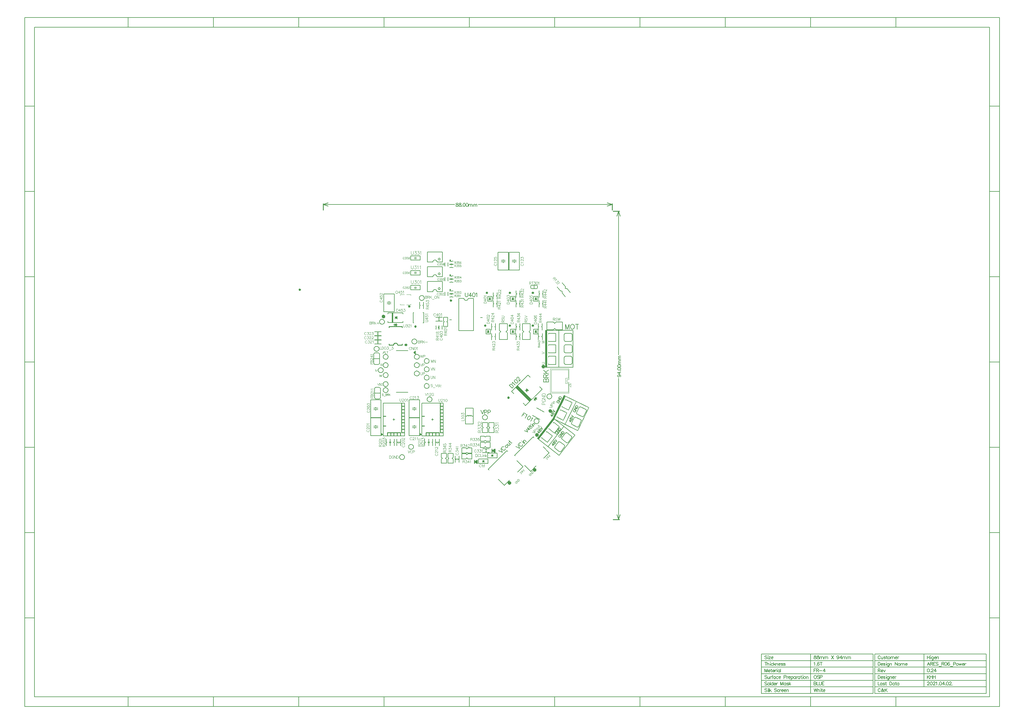
<source format=gto>
G04 Layer_Color=65535*
%FSLAX44Y44*%
%MOMM*%
G71*
G01*
G75*
%ADD10C,0.2500*%
%ADD14C,0.4000*%
%ADD53C,0.2540*%
%ADD54C,0.1270*%
%ADD55C,0.1500*%
%ADD76C,0.1000*%
%ADD77C,0.2000*%
%ADD78C,0.3000*%
%ADD79C,0.1800*%
%ADD80C,0.1200*%
G36*
X184950Y-76956D02*
X177879Y-78370D01*
X179293Y-71299D01*
X184950Y-76956D01*
D02*
G37*
G36*
X233047Y274D02*
X234453Y-1132D01*
X235215Y-2970D01*
Y-3965D01*
Y-4959D01*
X234453Y-6797D01*
X233047Y-8203D01*
X231209Y-8964D01*
X229220D01*
X227382Y-8203D01*
X225976Y-6797D01*
X225215Y-4959D01*
Y-3965D01*
Y-2970D01*
X225976Y-1132D01*
X227382Y274D01*
X229220Y1036D01*
X231209D01*
X233047Y274D01*
D02*
G37*
G36*
X211113Y-103119D02*
X204042Y-104533D01*
X205456Y-97462D01*
X211113Y-103119D01*
D02*
G37*
G36*
X125559Y-95862D02*
X126414Y-96717D01*
X126877Y-97835D01*
Y-98440D01*
Y-99045D01*
X126414Y-100163D01*
X125559Y-101018D01*
X124441Y-101482D01*
X123231D01*
X122113Y-101018D01*
X121258Y-100163D01*
X120795Y-99045D01*
Y-98440D01*
Y-97835D01*
X121258Y-96717D01*
X122113Y-95862D01*
X123231Y-95399D01*
X124441D01*
X125559Y-95862D01*
D02*
G37*
G36*
X140500Y99500D02*
X134500D01*
X137500Y105500D01*
X140500Y99500D01*
D02*
G37*
G36*
X65500Y99500D02*
X59500D01*
X62500Y105500D01*
X65500Y99500D01*
D02*
G37*
G36*
X-159360Y33420D02*
X-164440Y38500D01*
X-159360Y43580D01*
Y33420D01*
D02*
G37*
G36*
X210500Y99500D02*
X204500D01*
X207500Y105500D01*
X210500Y99500D01*
D02*
G37*
G36*
X194368Y-104987D02*
X188980Y-110375D01*
X145875Y-67270D01*
X151263Y-61882D01*
X194368Y-104987D01*
D02*
G37*
G36*
X28750Y-298750D02*
X20000Y-293750D01*
X28750Y-288750D01*
Y-298750D01*
D02*
G37*
G36*
X49500Y-295500D02*
X45500Y-292500D01*
X49500Y-289500D01*
X49500Y-295500D01*
D02*
G37*
G36*
X129582Y-354261D02*
X130989Y-355668D01*
X131750Y-357505D01*
Y-358500D01*
Y-359495D01*
X130989Y-361332D01*
X129582Y-362739D01*
X127745Y-363500D01*
X125755D01*
X123918Y-362739D01*
X122511Y-361332D01*
X121750Y-359495D01*
Y-358500D01*
Y-357505D01*
X122511Y-355668D01*
X123918Y-354261D01*
X125755Y-353500D01*
X127745D01*
X129582Y-354261D01*
D02*
G37*
G36*
X206368Y-314511D02*
X207774Y-315918D01*
X208535Y-317755D01*
Y-318750D01*
Y-319744D01*
X207774Y-321582D01*
X206368Y-322989D01*
X204530Y-323750D01*
X202541D01*
X200703Y-322989D01*
X199297Y-321582D01*
X198535Y-319744D01*
Y-318750D01*
Y-317755D01*
X199297Y-315918D01*
X200703Y-314511D01*
X202541Y-313750D01*
X204530D01*
X206368Y-314511D01*
D02*
G37*
G36*
X213332Y-208011D02*
X214739Y-209418D01*
X215500Y-211255D01*
Y-212250D01*
Y-213244D01*
X214739Y-215082D01*
X213332Y-216489D01*
X211495Y-217250D01*
X209505D01*
X207668Y-216489D01*
X206261Y-215082D01*
X205500Y-213244D01*
Y-212250D01*
Y-211255D01*
X206261Y-209418D01*
X207668Y-208011D01*
X209505Y-207250D01*
X211495D01*
X213332Y-208011D01*
D02*
G37*
G36*
X254297Y-134726D02*
X255703Y-136132D01*
X256465Y-137970D01*
Y-138965D01*
Y-139959D01*
X255703Y-141797D01*
X254297Y-143203D01*
X252459Y-143965D01*
X250470D01*
X248632Y-143203D01*
X247226Y-141797D01*
X246465Y-139959D01*
Y-138965D01*
Y-137970D01*
X247226Y-136132D01*
X248632Y-134726D01*
X250470Y-133965D01*
X252459D01*
X254297Y-134726D01*
D02*
G37*
G36*
X77000Y-278000D02*
X73000Y-275000D01*
X77000Y-272000D01*
Y-278000D01*
D02*
G37*
G36*
X82500Y-265000D02*
X73750Y-260000D01*
X82500Y-255000D01*
Y-265000D01*
D02*
G37*
G36*
X140500Y199500D02*
X134500D01*
X137500Y205500D01*
X140500Y199500D01*
D02*
G37*
G36*
X70500Y199500D02*
X64500D01*
X67500Y205500D01*
X70500Y199500D01*
D02*
G37*
G36*
X-49837Y200165D02*
X-48982Y199309D01*
X-48519Y198191D01*
Y197586D01*
Y196981D01*
X-48982Y195863D01*
X-49837Y195008D01*
X-50955Y194545D01*
X-52165D01*
X-53283Y195008D01*
X-54138Y195863D01*
X-54601Y196981D01*
Y197586D01*
Y198191D01*
X-54138Y199309D01*
X-53283Y200165D01*
X-52165Y200627D01*
X-50955D01*
X-49837Y200165D01*
D02*
G37*
G36*
X210500Y199500D02*
X204500D01*
X207500Y205500D01*
X210500Y199500D01*
D02*
G37*
G36*
X59723Y223578D02*
X60578Y222723D01*
X61041Y221605D01*
Y221000D01*
Y220395D01*
X60578Y219277D01*
X59723Y218422D01*
X58605Y217959D01*
X57395D01*
X56277Y218422D01*
X55422Y219277D01*
X54959Y220395D01*
Y221000D01*
Y221605D01*
X55422Y222723D01*
X56277Y223578D01*
X57395Y224042D01*
X58605D01*
X59723Y223578D01*
D02*
G37*
G36*
X-510277Y233078D02*
X-509422Y232223D01*
X-508959Y231105D01*
Y230500D01*
Y229895D01*
X-509422Y228777D01*
X-510277Y227922D01*
X-511395Y227459D01*
X-512605D01*
X-513723Y227922D01*
X-514578Y228777D01*
X-515041Y229895D01*
Y230500D01*
Y231105D01*
X-514578Y232223D01*
X-513723Y233078D01*
X-512605Y233541D01*
X-511395D01*
X-510277Y233078D01*
D02*
G37*
G36*
X199723Y223578D02*
X200578Y222723D01*
X201041Y221605D01*
Y221000D01*
Y220395D01*
X200578Y219277D01*
X199723Y218422D01*
X198605Y217959D01*
X197395D01*
X196277Y218422D01*
X195422Y219277D01*
X194959Y220395D01*
Y221000D01*
Y221605D01*
X195422Y222723D01*
X196277Y223578D01*
X197395Y224041D01*
X198605D01*
X199723Y223578D01*
D02*
G37*
G36*
X129723Y223578D02*
X130578Y222723D01*
X131041Y221605D01*
Y221000D01*
Y220395D01*
X130578Y219277D01*
X129723Y218422D01*
X128605Y217959D01*
X127395D01*
X126277Y218422D01*
X125422Y219277D01*
X124959Y220395D01*
Y221000D01*
Y221605D01*
X125422Y222723D01*
X126277Y223578D01*
X127395Y224042D01*
X128605D01*
X129723Y223578D01*
D02*
G37*
G36*
X-176678Y182229D02*
X-175822Y181373D01*
X-175359Y180256D01*
Y179651D01*
Y179046D01*
X-175822Y177928D01*
X-176678Y177072D01*
X-177796Y176609D01*
X-179006D01*
X-180123Y177072D01*
X-180979Y177928D01*
X-181442Y179046D01*
Y179651D01*
Y180256D01*
X-180979Y181373D01*
X-180123Y182229D01*
X-179006Y182692D01*
X-177796D01*
X-176678Y182229D01*
D02*
G37*
G36*
X129723Y123578D02*
X130578Y122723D01*
X131041Y121605D01*
Y121000D01*
Y120395D01*
X130578Y119277D01*
X129723Y118422D01*
X128605Y117959D01*
X127395D01*
X126277Y118422D01*
X125422Y119277D01*
X124959Y120395D01*
Y121000D01*
Y121605D01*
X125422Y122723D01*
X126277Y123578D01*
X127395Y124041D01*
X128605D01*
X129723Y123578D01*
D02*
G37*
G36*
X54723Y123578D02*
X55578Y122723D01*
X56041Y121605D01*
Y121000D01*
Y120395D01*
X55578Y119277D01*
X54723Y118422D01*
X53605Y117959D01*
X52395D01*
X51277Y118422D01*
X50422Y119277D01*
X49959Y120395D01*
Y121000D01*
Y121605D01*
X50422Y122723D01*
X51277Y123578D01*
X52395Y124042D01*
X53605D01*
X54723Y123578D01*
D02*
G37*
G36*
X-157928Y120979D02*
X-157072Y120123D01*
X-156609Y119005D01*
Y118401D01*
Y117796D01*
X-157072Y116678D01*
X-157928Y115822D01*
X-159046Y115359D01*
X-160256D01*
X-161373Y115822D01*
X-162229Y116678D01*
X-162692Y117796D01*
Y118401D01*
Y119005D01*
X-162229Y120123D01*
X-161373Y120979D01*
X-160256Y121442D01*
X-159046D01*
X-157928Y120979D01*
D02*
G37*
G36*
X199723Y123578D02*
X200578Y122723D01*
X201041Y121605D01*
Y121000D01*
Y120395D01*
X200578Y119277D01*
X199723Y118422D01*
X198605Y117959D01*
X197395D01*
X196277Y118422D01*
X195422Y119277D01*
X194959Y120395D01*
Y121000D01*
Y121605D01*
X195422Y122723D01*
X196277Y123578D01*
X197395Y124041D01*
X198605D01*
X199723Y123578D01*
D02*
G37*
G36*
X-214999Y141001D02*
X-220999Y145001D01*
X-214999Y149001D01*
Y141001D01*
D02*
G37*
G36*
X-254168Y153239D02*
X-252761Y151832D01*
X-252000Y149995D01*
Y149000D01*
Y148006D01*
X-252761Y146168D01*
X-254168Y144761D01*
X-256005Y144000D01*
X-257995D01*
X-259832Y144761D01*
X-261239Y146168D01*
X-262000Y148006D01*
Y149000D01*
Y149995D01*
X-261239Y151832D01*
X-259832Y153239D01*
X-257995Y154000D01*
X-256005D01*
X-254168Y153239D01*
D02*
G37*
G36*
X-216999Y119001D02*
X-222999Y123001D01*
X-216999Y127001D01*
Y119001D01*
D02*
G37*
G36*
X-227000Y130000D02*
X-231000D01*
Y160000D01*
X-227000D01*
Y130000D01*
D02*
G37*
D10*
X-52750Y230250D02*
X-54625Y231333D01*
Y229167D01*
X-52750Y230250D01*
Y275250D02*
X-54625Y276333D01*
Y274167D01*
X-52750Y275250D01*
Y320250D02*
X-54625Y321333D01*
Y319167D01*
X-52750Y320250D01*
X-157500Y118000D02*
X-158882Y119902D01*
X-161118Y119176D01*
Y116824D01*
X-158882Y116098D01*
X-157500Y118000D01*
X-49250Y197250D02*
X-51125Y198332D01*
Y196167D01*
X-49250Y197250D01*
X73750Y-265000D02*
Y-255000D01*
Y-260000D02*
X82500Y-255000D01*
X73750Y-260000D02*
X82500Y-265000D01*
Y-255000D01*
X28750Y-298750D02*
Y-288750D01*
X20000Y-293750D02*
X28750Y-298750D01*
X20000Y-293750D02*
X28750Y-288750D01*
X20000Y-298750D02*
Y-288750D01*
X-83750Y-205000D02*
Y-115750D01*
X-100000Y-205500D02*
X-87500D01*
X-127500D02*
X-97500D01*
X-139750Y-155000D02*
X-132250D01*
X-139750Y-185000D02*
X-132250D01*
X-127500Y-213750D02*
Y-205500D01*
X-87500Y-213750D02*
Y-205500D01*
X-83500Y-125000D02*
X-75250D01*
X-82750Y-135000D02*
X-75250D01*
X-82750Y-145000D02*
X-75250D01*
X-82750Y-155000D02*
X-75250D01*
X-82750Y-165000D02*
X-75250D01*
X-82750Y-175000D02*
X-75250D01*
X-82750Y-185000D02*
X-75250D01*
X-82750Y-195000D02*
X-75250D01*
X-83750Y-205000D02*
X-75250D01*
X-97500Y-213750D02*
Y-205500D01*
X-107500Y-214250D02*
Y-205500D01*
X-117500Y-213750D02*
Y-205500D01*
X-201250Y-205000D02*
Y-115750D01*
X-217500Y-205500D02*
X-205000D01*
X-245000D02*
X-215000D01*
X-257250Y-155000D02*
X-249750D01*
X-257250Y-185000D02*
X-249750D01*
X-245000Y-213750D02*
Y-205500D01*
X-205000Y-213750D02*
Y-205500D01*
X-201000Y-125000D02*
X-192750D01*
X-200250Y-135000D02*
X-192750D01*
X-200250Y-145000D02*
X-192750D01*
X-200250Y-155000D02*
X-192750D01*
X-200250Y-165000D02*
X-192750D01*
X-200250Y-175000D02*
X-192750D01*
X-200250Y-185000D02*
X-192750D01*
X-200250Y-195000D02*
X-192750D01*
X-201250Y-205000D02*
X-192750D01*
X-215000Y-213750D02*
Y-205500D01*
X-225000Y-214250D02*
Y-205500D01*
X-235000Y-213750D02*
Y-205500D01*
D14*
X-186750Y62500D02*
X-188132Y64402D01*
X-190368Y63676D01*
Y61324D01*
X-188132Y60598D01*
X-186750Y62500D01*
D53*
X-213650Y61425D02*
X-214133Y63855D01*
X-215510Y65915D01*
X-217570Y67292D01*
X-220000Y67775D01*
X-222430Y67292D01*
X-224490Y65915D01*
X-225867Y63855D01*
X-226350Y61425D01*
X-213650D02*
X-200000D01*
X-240000D02*
X-226350D01*
X-240000Y118575D02*
X-200000D01*
X-240000Y115000D02*
Y118575D01*
Y61425D02*
Y65000D01*
X-200011Y61426D02*
Y65001D01*
Y115001D02*
Y118576D01*
X443040Y-470000D02*
X462540D01*
X443040Y470000D02*
X462540D01*
X440000Y473040D02*
Y492540D01*
X-440000Y473040D02*
Y492540D01*
D54*
X-242380Y25800D02*
X-242793Y28274D01*
X-243987Y30480D01*
X-245832Y32179D01*
X-248129Y33187D01*
X-250629Y33394D01*
X-253061Y32778D01*
X-255161Y31406D01*
X-256702Y29427D01*
X-257516Y27054D01*
Y24546D01*
X-256702Y22173D01*
X-255161Y20194D01*
X-253061Y18822D01*
X-250629Y18206D01*
X-248129Y18413D01*
X-245832Y19421D01*
X-243987Y21120D01*
X-242793Y23326D01*
X-242380Y25800D01*
X-117380Y-63100D02*
X-117793Y-60626D01*
X-118987Y-58420D01*
X-120832Y-56721D01*
X-123129Y-55713D01*
X-125629Y-55506D01*
X-128061Y-56122D01*
X-130161Y-57494D01*
X-131702Y-59473D01*
X-132516Y-61846D01*
Y-64354D01*
X-131702Y-66727D01*
X-130161Y-68706D01*
X-128061Y-70078D01*
X-125629Y-70694D01*
X-123129Y-70487D01*
X-120832Y-69479D01*
X-118987Y-67780D01*
X-117793Y-65574D01*
X-117380Y-63100D01*
X-108630Y-103750D02*
X-109043Y-101276D01*
X-110237Y-99070D01*
X-112082Y-97371D01*
X-114379Y-96363D01*
X-116879Y-96156D01*
X-119311Y-96772D01*
X-121411Y-98144D01*
X-122952Y-100123D01*
X-123766Y-102496D01*
Y-105004D01*
X-122952Y-107377D01*
X-121411Y-109356D01*
X-119311Y-110728D01*
X-116879Y-111344D01*
X-114379Y-111137D01*
X-112082Y-110129D01*
X-110237Y-108430D01*
X-109043Y-106224D01*
X-108630Y-103750D01*
X-242380Y-30000D02*
X-242793Y-27526D01*
X-243987Y-25320D01*
X-245832Y-23621D01*
X-248129Y-22613D01*
X-250629Y-22406D01*
X-253061Y-23022D01*
X-255161Y-24394D01*
X-256702Y-26373D01*
X-257516Y-28746D01*
Y-31254D01*
X-256702Y-33627D01*
X-255161Y-35606D01*
X-253061Y-36978D01*
X-250629Y-37594D01*
X-248129Y-37387D01*
X-245832Y-36379D01*
X-243987Y-34680D01*
X-242793Y-32474D01*
X-242380Y-30000D01*
X-257380Y-15000D02*
X-257793Y-12526D01*
X-258987Y-10320D01*
X-260832Y-8621D01*
X-263129Y-7613D01*
X-265629Y-7406D01*
X-268061Y-8022D01*
X-270161Y-9394D01*
X-271702Y-11373D01*
X-272516Y-13746D01*
Y-16254D01*
X-271702Y-18627D01*
X-270161Y-20606D01*
X-268061Y-21978D01*
X-265629Y-22594D01*
X-263129Y-22387D01*
X-260832Y-21379D01*
X-258987Y-19680D01*
X-257793Y-17474D01*
X-257380Y-15000D01*
X-242380Y400D02*
X-242793Y2874D01*
X-243987Y5080D01*
X-245832Y6779D01*
X-248129Y7787D01*
X-250629Y7994D01*
X-253061Y7378D01*
X-255161Y6006D01*
X-256702Y4027D01*
X-257516Y1654D01*
Y-854D01*
X-256702Y-3227D01*
X-255161Y-5206D01*
X-253061Y-6578D01*
X-250629Y-7194D01*
X-248129Y-6987D01*
X-245832Y-5979D01*
X-243987Y-4280D01*
X-242793Y-2074D01*
X-242380Y400D01*
X217120Y-170500D02*
X216707Y-168026D01*
X215513Y-165820D01*
X213668Y-164121D01*
X211371Y-163113D01*
X208871Y-162906D01*
X206439Y-163522D01*
X204339Y-164894D01*
X202798Y-166873D01*
X201984Y-169246D01*
Y-171754D01*
X202798Y-174127D01*
X204339Y-176106D01*
X206439Y-177478D01*
X208871Y-178094D01*
X211371Y-177887D01*
X213668Y-176879D01*
X215513Y-175180D01*
X216707Y-172974D01*
X217120Y-170500D01*
X-242380Y-75800D02*
X-242793Y-73326D01*
X-243987Y-71120D01*
X-245832Y-69421D01*
X-248129Y-68413D01*
X-250629Y-68206D01*
X-253061Y-68822D01*
X-255161Y-70194D01*
X-256702Y-72173D01*
X-257516Y-74546D01*
Y-77054D01*
X-256702Y-79427D01*
X-255161Y-81406D01*
X-253061Y-82778D01*
X-250629Y-83394D01*
X-248129Y-83187D01*
X-245832Y-82179D01*
X-243987Y-80480D01*
X-242793Y-78274D01*
X-242380Y-75800D01*
X-132380Y205000D02*
X-132793Y207474D01*
X-133987Y209680D01*
X-135832Y211379D01*
X-138129Y212387D01*
X-140629Y212594D01*
X-143061Y211978D01*
X-145161Y210606D01*
X-146702Y208627D01*
X-147516Y206254D01*
Y203746D01*
X-146702Y201373D01*
X-145161Y199394D01*
X-143061Y198022D01*
X-140629Y197406D01*
X-138129Y197613D01*
X-135832Y198621D01*
X-133987Y200320D01*
X-132793Y202526D01*
X-132380Y205000D01*
X-269880Y50000D02*
X-270293Y52474D01*
X-271487Y54680D01*
X-273332Y56379D01*
X-275629Y57387D01*
X-278129Y57594D01*
X-280561Y56978D01*
X-282661Y55606D01*
X-284202Y53627D01*
X-285016Y51254D01*
Y48746D01*
X-284202Y46373D01*
X-282661Y44394D01*
X-280561Y43022D01*
X-278129Y42406D01*
X-275629Y42613D01*
X-273332Y43621D01*
X-271487Y45320D01*
X-270293Y47526D01*
X-269880Y50000D01*
X-242380Y-57500D02*
X-242793Y-55026D01*
X-243987Y-52820D01*
X-245832Y-51121D01*
X-248129Y-50113D01*
X-250629Y-49906D01*
X-253061Y-50522D01*
X-255161Y-51894D01*
X-256702Y-53873D01*
X-257516Y-56246D01*
Y-58754D01*
X-256702Y-61127D01*
X-255161Y-63106D01*
X-253061Y-64478D01*
X-250629Y-65094D01*
X-248129Y-64887D01*
X-245832Y-63879D01*
X-243987Y-62180D01*
X-242793Y-59974D01*
X-242380Y-57500D01*
X-147380Y400D02*
X-147793Y2874D01*
X-148987Y5080D01*
X-150832Y6779D01*
X-153129Y7787D01*
X-155629Y7994D01*
X-158061Y7378D01*
X-160161Y6006D01*
X-161702Y4027D01*
X-162516Y1654D01*
Y-854D01*
X-161702Y-3227D01*
X-160161Y-5206D01*
X-158061Y-6578D01*
X-155629Y-7194D01*
X-153129Y-6987D01*
X-150832Y-5979D01*
X-148987Y-4280D01*
X-147793Y-2074D01*
X-147380Y400D01*
X-117380Y13100D02*
X-117793Y15574D01*
X-118987Y17780D01*
X-120832Y19479D01*
X-123129Y20487D01*
X-125629Y20694D01*
X-128061Y20078D01*
X-130161Y18706D01*
X-131702Y16727D01*
X-132516Y14354D01*
Y11846D01*
X-131702Y9473D01*
X-130161Y7494D01*
X-128061Y6122D01*
X-125629Y5506D01*
X-123129Y5713D01*
X-120832Y6721D01*
X-118987Y8420D01*
X-117793Y10626D01*
X-117380Y13100D01*
X-147380Y25800D02*
X-147793Y28274D01*
X-148987Y30480D01*
X-150832Y32179D01*
X-153129Y33187D01*
X-155629Y33394D01*
X-158061Y32778D01*
X-160161Y31406D01*
X-161702Y29427D01*
X-162516Y27054D01*
Y24546D01*
X-161702Y22173D01*
X-160161Y20194D01*
X-158061Y18822D01*
X-155629Y18206D01*
X-153129Y18413D01*
X-150832Y19421D01*
X-148987Y21120D01*
X-147793Y23326D01*
X-147380Y25800D01*
X-253630Y132500D02*
X-254043Y134974D01*
X-255237Y137180D01*
X-257082Y138879D01*
X-259379Y139887D01*
X-261879Y140094D01*
X-264311Y139478D01*
X-266411Y138106D01*
X-267952Y136127D01*
X-268766Y133754D01*
Y131246D01*
X-267952Y128873D01*
X-266411Y126894D01*
X-264311Y125522D01*
X-261879Y124906D01*
X-259379Y125113D01*
X-257082Y126121D01*
X-255237Y127820D01*
X-254043Y130026D01*
X-253630Y132500D01*
X-117380Y-12300D02*
X-117793Y-9826D01*
X-118987Y-7620D01*
X-120832Y-5921D01*
X-123129Y-4913D01*
X-125629Y-4706D01*
X-128061Y-5322D01*
X-130161Y-6694D01*
X-131702Y-8673D01*
X-132516Y-11046D01*
Y-13554D01*
X-131702Y-15927D01*
X-130161Y-17906D01*
X-128061Y-19278D01*
X-125629Y-19894D01*
X-123129Y-19687D01*
X-120832Y-18679D01*
X-118987Y-16980D01*
X-117793Y-14774D01*
X-117380Y-12300D01*
X-147380Y-25000D02*
X-147793Y-22526D01*
X-148987Y-20320D01*
X-150832Y-18621D01*
X-153129Y-17613D01*
X-155629Y-17406D01*
X-158061Y-18022D01*
X-160161Y-19394D01*
X-161702Y-21373D01*
X-162516Y-23746D01*
Y-26254D01*
X-161702Y-28627D01*
X-160161Y-30606D01*
X-158061Y-31978D01*
X-155629Y-32594D01*
X-153129Y-32387D01*
X-150832Y-31379D01*
X-148987Y-29680D01*
X-147793Y-27474D01*
X-147380Y-25000D01*
X-117380Y-37700D02*
X-117793Y-35226D01*
X-118987Y-33020D01*
X-120832Y-31321D01*
X-123129Y-30313D01*
X-125629Y-30106D01*
X-128061Y-30722D01*
X-130161Y-32094D01*
X-131701Y-34073D01*
X-132516Y-36446D01*
Y-38954D01*
X-131701Y-41327D01*
X-130161Y-43306D01*
X-128061Y-44678D01*
X-125629Y-45294D01*
X-123129Y-45087D01*
X-120832Y-44079D01*
X-118987Y-42380D01*
X-117793Y-40174D01*
X-117380Y-37700D01*
X256370Y-95000D02*
X255957Y-92526D01*
X254763Y-90320D01*
X252918Y-88621D01*
X250621Y-87613D01*
X248121Y-87406D01*
X245689Y-88022D01*
X243589Y-89394D01*
X242048Y-91373D01*
X241234Y-93746D01*
Y-96254D01*
X242048Y-98627D01*
X243589Y-100606D01*
X245689Y-101978D01*
X248121Y-102594D01*
X250621Y-102387D01*
X252918Y-101379D01*
X254763Y-99680D01*
X255957Y-97474D01*
X256370Y-95000D01*
X-154880Y72500D02*
X-155293Y74974D01*
X-156487Y77180D01*
X-158332Y78879D01*
X-160629Y79887D01*
X-163129Y80094D01*
X-165561Y79478D01*
X-167661Y78106D01*
X-169202Y76127D01*
X-170016Y73754D01*
Y71246D01*
X-169202Y68873D01*
X-167661Y66894D01*
X-165561Y65522D01*
X-163129Y64906D01*
X-160629Y65113D01*
X-158332Y66121D01*
X-156487Y67820D01*
X-155293Y70026D01*
X-154880Y72500D01*
X-192380Y-280000D02*
X-192793Y-277526D01*
X-193987Y-275320D01*
X-195832Y-273621D01*
X-198129Y-272613D01*
X-200629Y-272406D01*
X-203061Y-273022D01*
X-205161Y-274394D01*
X-206702Y-276373D01*
X-207516Y-278746D01*
Y-281254D01*
X-206702Y-283627D01*
X-205161Y-285606D01*
X-203061Y-286978D01*
X-200629Y-287594D01*
X-198129Y-287387D01*
X-195832Y-286379D01*
X-193987Y-284680D01*
X-192793Y-282474D01*
X-192380Y-280000D01*
X-164880Y-248750D02*
X-165293Y-246276D01*
X-166487Y-244070D01*
X-168332Y-242371D01*
X-170629Y-241363D01*
X-173129Y-241156D01*
X-175561Y-241772D01*
X-177661Y-243144D01*
X-179202Y-245123D01*
X-180016Y-247496D01*
Y-250004D01*
X-179202Y-252377D01*
X-177661Y-254356D01*
X-175561Y-255728D01*
X-173129Y-256344D01*
X-170629Y-256137D01*
X-168332Y-255129D01*
X-166487Y-253430D01*
X-165293Y-251224D01*
X-164880Y-248750D01*
X60120Y-158750D02*
X59707Y-156276D01*
X58513Y-154070D01*
X56668Y-152371D01*
X54371Y-151363D01*
X51871Y-151156D01*
X49439Y-151772D01*
X47339Y-153144D01*
X45798Y-155123D01*
X44984Y-157496D01*
Y-160004D01*
X45798Y-162377D01*
X47339Y-164356D01*
X49439Y-165728D01*
X51871Y-166344D01*
X54371Y-166137D01*
X56668Y-165129D01*
X58513Y-163430D01*
X59707Y-161224D01*
X60120Y-158750D01*
X460000Y-470000D02*
Y-39545D01*
Y31925D02*
Y470000D01*
Y-470000D02*
X465080Y-454760D01*
X454920D02*
X460000Y-470000D01*
X454920Y454760D02*
X460000Y470000D01*
X465080Y454760D01*
X31925Y490000D02*
X440000D01*
X-440000D02*
X-39545D01*
X424760Y495080D02*
X440000Y490000D01*
X424760Y484920D02*
X440000Y490000D01*
X-440000D02*
X-424760Y484920D01*
X-440000Y490000D02*
X-424760Y495080D01*
X459577Y-29446D02*
X461028Y-29930D01*
X461996Y-30898D01*
X462479Y-32349D01*
Y-32832D01*
X461996Y-34283D01*
X461028Y-35251D01*
X459577Y-35735D01*
X459093D01*
X457642Y-35251D01*
X456675Y-34283D01*
X456191Y-32832D01*
Y-32349D01*
X456675Y-30898D01*
X457642Y-29930D01*
X459577Y-29446D01*
X461996D01*
X464414Y-29930D01*
X465865Y-30898D01*
X466349Y-32349D01*
Y-33316D01*
X465865Y-34767D01*
X464898Y-35251D01*
X456191Y-21852D02*
X462963Y-26689D01*
Y-19434D01*
X456191Y-21852D02*
X466349D01*
X465382Y-17160D02*
X465865Y-17644D01*
X466349Y-17160D01*
X465865Y-16677D01*
X465382Y-17160D01*
X456191Y-11549D02*
X456675Y-13000D01*
X458126Y-13968D01*
X460544Y-14452D01*
X461996D01*
X464414Y-13968D01*
X465865Y-13000D01*
X466349Y-11549D01*
Y-10582D01*
X465865Y-9131D01*
X464414Y-8163D01*
X461996Y-7680D01*
X460544D01*
X458126Y-8163D01*
X456675Y-9131D01*
X456191Y-10582D01*
Y-11549D01*
Y-2504D02*
X456675Y-3955D01*
X458126Y-4922D01*
X460544Y-5406D01*
X461996D01*
X464414Y-4922D01*
X465865Y-3955D01*
X466349Y-2504D01*
Y-1537D01*
X465865Y-86D01*
X464414Y882D01*
X461996Y1366D01*
X460544D01*
X458126Y882D01*
X456675Y-86D01*
X456191Y-1537D01*
Y-2504D01*
X459577Y3639D02*
X466349D01*
X461512D02*
X460061Y5090D01*
X459577Y6058D01*
Y7509D01*
X460061Y8476D01*
X461512Y8960D01*
X466349D01*
X461512D02*
X460061Y10411D01*
X459577Y11378D01*
Y12830D01*
X460061Y13797D01*
X461512Y14281D01*
X466349D01*
X459577Y17473D02*
X466349D01*
X461512D02*
X460061Y18924D01*
X459577Y19892D01*
Y21343D01*
X460061Y22310D01*
X461512Y22794D01*
X466349D01*
X461512D02*
X460061Y24245D01*
X459577Y25212D01*
Y26663D01*
X460061Y27631D01*
X461512Y28115D01*
X466349D01*
X-33316Y493809D02*
X-34767Y493325D01*
X-35251Y492358D01*
Y491390D01*
X-34767Y490423D01*
X-33800Y489939D01*
X-31865Y489456D01*
X-30414Y488972D01*
X-29446Y488004D01*
X-28963Y487037D01*
Y485586D01*
X-29446Y484618D01*
X-29930Y484135D01*
X-31381Y483651D01*
X-33316D01*
X-34767Y484135D01*
X-35251Y484618D01*
X-35735Y485586D01*
Y487037D01*
X-35251Y488004D01*
X-34283Y488972D01*
X-32832Y489456D01*
X-30898Y489939D01*
X-29930Y490423D01*
X-29446Y491390D01*
Y492358D01*
X-29930Y493325D01*
X-31381Y493809D01*
X-33316D01*
X-24271D02*
X-25722Y493325D01*
X-26206Y492358D01*
Y491390D01*
X-25722Y490423D01*
X-24755Y489939D01*
X-22820Y489456D01*
X-21369Y488972D01*
X-20401Y488004D01*
X-19917Y487037D01*
Y485586D01*
X-20401Y484618D01*
X-20885Y484135D01*
X-22336Y483651D01*
X-24271D01*
X-25722Y484135D01*
X-26206Y484618D01*
X-26689Y485586D01*
Y487037D01*
X-26206Y488004D01*
X-25238Y488972D01*
X-23787Y489456D01*
X-21852Y489939D01*
X-20885Y490423D01*
X-20401Y491390D01*
Y492358D01*
X-20885Y493325D01*
X-22336Y493809D01*
X-24271D01*
X-17160Y484618D02*
X-17644Y484135D01*
X-17160Y483651D01*
X-16677Y484135D01*
X-17160Y484618D01*
X-11549Y493809D02*
X-13000Y493325D01*
X-13968Y491874D01*
X-14452Y489456D01*
Y488004D01*
X-13968Y485586D01*
X-13000Y484135D01*
X-11549Y483651D01*
X-10582D01*
X-9131Y484135D01*
X-8163Y485586D01*
X-7680Y488004D01*
Y489456D01*
X-8163Y491874D01*
X-9131Y493325D01*
X-10582Y493809D01*
X-11549D01*
X-2504D02*
X-3955Y493325D01*
X-4922Y491874D01*
X-5406Y489456D01*
Y488004D01*
X-4922Y485586D01*
X-3955Y484135D01*
X-2504Y483651D01*
X-1537D01*
X-86Y484135D01*
X882Y485586D01*
X1366Y488004D01*
Y489456D01*
X882Y491874D01*
X-86Y493325D01*
X-1537Y493809D01*
X-2504D01*
X3639Y490423D02*
Y483651D01*
Y488488D02*
X5090Y489939D01*
X6058Y490423D01*
X7509D01*
X8476Y489939D01*
X8960Y488488D01*
Y483651D01*
Y488488D02*
X10411Y489939D01*
X11378Y490423D01*
X12830D01*
X13797Y489939D01*
X14281Y488488D01*
Y483651D01*
X17473Y490423D02*
Y483651D01*
Y488488D02*
X18924Y489939D01*
X19892Y490423D01*
X21343D01*
X22310Y489939D01*
X22794Y488488D01*
Y483651D01*
Y488488D02*
X24245Y489939D01*
X25212Y490423D01*
X26663D01*
X27631Y489939D01*
X28115Y488488D01*
Y483651D01*
D55*
X212500Y241500D02*
X211768Y243268D01*
X210000Y244000D01*
Y233500D02*
X211768Y234232D01*
X212500Y236000D01*
X192500D02*
X193232Y234232D01*
X195000Y233500D01*
Y244000D02*
X193232Y243268D01*
X192500Y241500D01*
X12500Y-155000D02*
X11250Y-152835D01*
X8750D01*
X7500Y-155000D01*
X6250Y-152835D01*
X3750D01*
X2500Y-155000D01*
X1250Y-152835D01*
X-1250D01*
X-2500Y-155000D01*
X318000Y58500D02*
X316828Y61328D01*
X314000Y62500D01*
X314000Y37500D02*
X316828Y38672D01*
X318000Y41500D01*
X294000Y41500D02*
X295172Y38672D01*
X298000Y37500D01*
X298000Y62500D02*
X295172Y61328D01*
X294000Y58500D01*
Y6500D02*
X295172Y3672D01*
X298000Y2500D01*
X298000Y27500D02*
X295172Y26328D01*
X294000Y23500D01*
X318000D02*
X316828Y26328D01*
X314000Y27500D01*
X314000Y2500D02*
X316828Y3672D01*
X318000Y6500D01*
X298000Y97500D02*
X295172Y96328D01*
X294000Y93500D01*
Y76500D02*
X295172Y73672D01*
X298000Y72500D01*
X314000Y72500D02*
X316828Y73672D01*
X318000Y76500D01*
Y93500D02*
X316828Y96328D01*
X314000Y97500D01*
X316452Y-221407D02*
X317270Y-218457D01*
X315762Y-215792D01*
X300371Y-235492D02*
X303321Y-236311D01*
X305985Y-234803D01*
X287073Y-220027D02*
X286255Y-222977D01*
X287762Y-225642D01*
X303154Y-205942D02*
X300204Y-205124D01*
X297539Y-206631D01*
X265525Y-247608D02*
X264707Y-250558D01*
X266214Y-253222D01*
X281606Y-233522D02*
X278656Y-232704D01*
X275991Y-234211D01*
X294903Y-248987D02*
X295722Y-246037D01*
X294214Y-243372D01*
X278823Y-263073D02*
X281773Y-263891D01*
X284437Y-262383D01*
X361052Y-139290D02*
X361239Y-136234D01*
X359210Y-133941D01*
X348251Y-156411D02*
X351307Y-156597D01*
X353600Y-154569D01*
X332029Y-144048D02*
X331842Y-147104D01*
X333870Y-149397D01*
X344829Y-126927D02*
X341774Y-126740D01*
X339481Y-128769D01*
X316686Y-175506D02*
X316499Y-178561D01*
X318527Y-180854D01*
X329486Y-158385D02*
X326431Y-158198D01*
X324138Y-160226D01*
X345709Y-170747D02*
X345896Y-167691D01*
X343867Y-165399D01*
X332908Y-187868D02*
X335964Y-188055D01*
X338257Y-186027D01*
X-136500Y182500D02*
X-134500Y184500D01*
Y192500D01*
X-136500Y182500D02*
X-134500Y180500D01*
Y172500D02*
Y180500D01*
X-146500Y172500D02*
Y180500D01*
X-144500Y182500D01*
X-146500Y184500D02*
Y192500D01*
Y184500D02*
X-144500Y182500D01*
X60500Y-268000D02*
X89500D01*
X60500Y-282000D02*
Y-268000D01*
X89500Y-282000D02*
Y-268000D01*
X60500Y-282000D02*
X89500D01*
X77000Y-278000D02*
Y-272000D01*
X73000Y-275000D02*
X77000Y-272000D01*
X73000Y-275000D02*
X77000Y-278000D01*
X73000D02*
Y-272000D01*
X207500Y105500D02*
X210500Y99500D01*
X204500D02*
X207500Y105500D01*
X204500Y99500D02*
X210500D01*
X204500Y105500D02*
X210500D01*
X217450Y215500D02*
X219450Y217500D01*
X217450Y207500D02*
Y215500D01*
Y219500D02*
X219450Y217500D01*
X217450Y219500D02*
Y227500D01*
X229450Y219500D02*
Y227500D01*
X227450Y217500D02*
X229450Y219500D01*
Y207500D02*
Y215500D01*
X227450Y217500D02*
X229450Y215500D01*
X202500Y233750D02*
Y243750D01*
X212500Y236000D02*
Y241500D01*
X195000Y233500D02*
X210000D01*
X195000Y244000D02*
X210000D01*
X192500Y236000D02*
Y241500D01*
X-162500Y-137500D02*
Y-134500D01*
X-168500D02*
X-156500D01*
X-162500Y-130500D02*
Y-127500D01*
X-168500Y-130500D02*
X-156500D01*
X45500Y-292500D02*
X49500Y-289500D01*
X45500Y-292500D02*
X49500Y-295500D01*
X45500Y-289500D02*
X45500Y-295500D01*
X49500Y-289500D02*
X49500Y-295500D01*
X33000Y-299500D02*
X62000D01*
X62000Y-285500D01*
X33000Y-299500D02*
Y-285500D01*
X62000D01*
X175050Y-75542D02*
X180707Y-81199D01*
X177879Y-78370D02*
X184950Y-76956D01*
X177879Y-78370D02*
X179293Y-71299D01*
X184950Y-76956D01*
X201213Y-101705D02*
X206870Y-107362D01*
X204042Y-104533D02*
X211113Y-103119D01*
X204042Y-104533D02*
X205456Y-97462D01*
X211113Y-103119D01*
X201920Y-106656D02*
X204042Y-104533D01*
X208284Y-100290D02*
X210407Y-98169D01*
X12500Y-155000D02*
X17000D01*
X17000Y-155000D01*
X-7000Y-155000D02*
X-2500D01*
X318000Y6500D02*
X318000Y23500D01*
X298000Y62500D02*
X314000D01*
X318000Y41500D02*
X318000Y58500D01*
X298000Y37500D02*
X314000D01*
X294000Y41500D02*
Y58500D01*
Y6500D02*
Y23500D01*
X298000Y27500D02*
X314000D01*
X298000Y2500D02*
X314000D01*
X246000Y37500D02*
X268000Y37500D01*
X268000Y62500D01*
X246000D02*
X268000D01*
X246000Y37500D02*
X246000Y39500D01*
X246000Y60500D02*
Y62500D01*
Y25500D02*
Y27500D01*
Y2500D02*
Y4500D01*
Y27500D02*
X268000D01*
Y2500D02*
Y27500D01*
X246000Y2500D02*
X268000D01*
X241000Y-6500D02*
X321000D01*
X241000D02*
Y106500D01*
X321000Y-6500D02*
Y106500D01*
X278000Y-6500D02*
Y106500D01*
X237000Y-6500D02*
X241000D01*
X237000D02*
X237000Y71500D01*
Y106500D01*
X239000Y-6500D02*
Y106500D01*
X240000Y-6500D02*
Y106500D01*
X238000Y105500D02*
X238000Y-6500D01*
X237000Y106500D02*
X241000D01*
X321000D01*
X246000Y95500D02*
Y97500D01*
Y72500D02*
X246000Y74500D01*
X246000Y97500D02*
X268000D01*
X268000Y72500D02*
X268000Y97500D01*
X246000Y72500D02*
X268000Y72500D01*
X294000Y76500D02*
Y93500D01*
X298000Y72500D02*
X314000D01*
X318000Y76500D02*
X318000Y93500D01*
X298000Y97500D02*
X314000D01*
X237000Y106500D02*
X238000Y105500D01*
X-108500Y-235000D02*
X-106500Y-237000D01*
Y-245000D02*
Y-237000D01*
X-108500Y-235000D02*
X-106500Y-233000D01*
Y-225000D01*
X-118500Y-233000D02*
Y-225000D01*
Y-233000D02*
X-116500Y-235000D01*
X-118500Y-245000D02*
Y-237000D01*
X-116500Y-235000D01*
X284437Y-262383D02*
X294904Y-248987D01*
X303154Y-205942D02*
X315762Y-215792D01*
X305985Y-234803D02*
X316452Y-221407D01*
X287763Y-225642D02*
X300371Y-235492D01*
X287073Y-220027D02*
X297539Y-206631D01*
X265525Y-247607D02*
X275991Y-234211D01*
X281606Y-233522D02*
X294214Y-243372D01*
X266214Y-253222D02*
X278822Y-263073D01*
X246786Y-193627D02*
X264122Y-207172D01*
X279514Y-187472D01*
X262178Y-173927D02*
X279514Y-187472D01*
X246786Y-193627D02*
X248017Y-192052D01*
X260946Y-175503D02*
X262178Y-173927D01*
X239398Y-203084D02*
X240629Y-201508D01*
X225238Y-221208D02*
X226469Y-219632D01*
X240629Y-201508D02*
X257966Y-215052D01*
X242574Y-234752D02*
X257966Y-215052D01*
X225238Y-221208D02*
X242574Y-234752D01*
X215757Y-225222D02*
X278798Y-274475D01*
X215757Y-225222D02*
X263778Y-163757D01*
X326819Y-213010D01*
X278798Y-274475D02*
X326819Y-213010D01*
X244913Y-248001D02*
X292935Y-186536D01*
X212605Y-222759D02*
X215757Y-225222D01*
X212605Y-222759D02*
X260626Y-161294D01*
X263778Y-163757D01*
X214181Y-223990D02*
X262202Y-162526D01*
X214969Y-224606D02*
X262990Y-163141D01*
X213393Y-223375D02*
X261414Y-161910D01*
X-69500Y302000D02*
Y313000D01*
X-60500Y302000D02*
Y313000D01*
X-50000Y315500D02*
X-48500Y317000D01*
X-44500D01*
X-51500D02*
X-50000Y315500D01*
X-55500Y317000D02*
X-51500D01*
X-55500Y308000D02*
X-51500D01*
X-50000Y309500D01*
X-48500Y308000D02*
X-44500D01*
X-50000Y309500D02*
X-48500Y308000D01*
X-34500Y-288000D02*
Y-284000D01*
X-30500Y-288000D02*
Y-284000D01*
X-38500Y-286000D02*
X-34500D01*
X-30500D02*
X-26500D01*
X-38500Y-296000D02*
Y-276000D01*
X-26500Y-296000D02*
Y-276000D01*
X62500Y105500D02*
X65500Y99500D01*
X59500D02*
X62500Y105500D01*
X59500Y99500D02*
X65500D01*
X59500Y105500D02*
X65500D01*
X72450Y89500D02*
X74450Y87500D01*
X72450Y89500D02*
Y97500D01*
Y85500D02*
X74450Y87500D01*
X72450Y77500D02*
Y85500D01*
X84450Y77500D02*
Y85500D01*
X82450Y87500D02*
X84450Y85500D01*
Y89500D02*
Y97500D01*
X82450Y87500D02*
X84450Y89500D01*
X82450Y117500D02*
X84450Y115500D01*
Y107500D02*
Y115500D01*
X82450Y117500D02*
X84450Y119500D01*
Y127500D01*
X72450Y119500D02*
Y127500D01*
Y119500D02*
X74450Y117500D01*
X72450Y107500D02*
Y115500D01*
X74450Y117500D01*
X77450Y189500D02*
X79450Y187500D01*
X77450Y189500D02*
Y197500D01*
Y185500D02*
X79450Y187500D01*
X77450Y177500D02*
Y185500D01*
X89450Y177500D02*
Y185500D01*
X87450Y187500D02*
X89450Y185500D01*
Y189500D02*
Y197500D01*
X87450Y187500D02*
X89450Y189500D01*
X87450Y211500D02*
X89450Y209500D01*
Y201500D02*
Y209500D01*
X87450Y211500D02*
X89450Y213500D01*
Y221500D01*
X77450Y213500D02*
Y221500D01*
Y213500D02*
X79450Y211500D01*
X77450Y201500D02*
Y209500D01*
X79450Y211500D01*
X227450Y187500D02*
X229450Y189500D01*
Y197500D01*
X227450Y187500D02*
X229450Y185500D01*
Y177500D02*
Y185500D01*
X217450Y177500D02*
Y185500D01*
X219450Y187500D01*
X217450Y189500D02*
Y197500D01*
Y189500D02*
X219450Y187500D01*
X207500Y205500D02*
X210500Y199500D01*
X204500D02*
X207500Y205500D01*
X204500Y199500D02*
X210500D01*
X204500Y205500D02*
X210500D01*
X225250Y87500D02*
X227250Y89500D01*
Y97500D01*
X225250Y87500D02*
X227250Y85500D01*
Y77500D02*
Y85500D01*
X215250Y77500D02*
Y85500D01*
X217250Y87500D01*
X215250Y89500D02*
Y97500D01*
Y89500D02*
X217250Y87500D01*
X214950Y115500D02*
X216950Y117500D01*
X214950Y107500D02*
Y115500D01*
Y119500D02*
X216950Y117500D01*
X214950Y119500D02*
Y127500D01*
X226950Y119500D02*
Y127500D01*
X224950Y117500D02*
X226950Y119500D01*
Y107500D02*
Y115500D01*
X224950Y117500D02*
X226950Y115500D01*
X147450Y115500D02*
X149450Y117500D01*
X147450Y107500D02*
Y115500D01*
Y119500D02*
X149450Y117500D01*
X147450Y119500D02*
Y127500D01*
X159450Y119500D02*
Y127500D01*
X157450Y117500D02*
X159450Y119500D01*
Y107500D02*
Y115500D01*
X157450Y117500D02*
X159450Y115500D01*
X157450Y87500D02*
X159450Y89500D01*
Y97500D01*
X157450Y87500D02*
X159450Y85500D01*
Y77500D02*
Y85500D01*
X147450Y77500D02*
Y85500D01*
X149450Y87500D01*
X147450Y89500D02*
Y97500D01*
Y89500D02*
X149450Y87500D01*
X137500Y105500D02*
X140500Y99500D01*
X134500D02*
X137500Y105500D01*
X134500Y99500D02*
X140500D01*
X134500Y105500D02*
X140500D01*
X137500Y205500D02*
X140500Y199500D01*
X134500D02*
X137500Y205500D01*
X134500Y199500D02*
X140500D01*
X134500Y205500D02*
X140500D01*
X157450Y187500D02*
X159450Y189500D01*
Y197500D01*
X157450Y187500D02*
X159450Y185500D01*
Y177500D02*
Y185500D01*
X147450Y177500D02*
Y185500D01*
X149450Y187500D01*
X147450Y189500D02*
Y197500D01*
Y189500D02*
X149450Y187500D01*
X147450Y215500D02*
X149450Y217500D01*
X147450Y207500D02*
Y215500D01*
Y219500D02*
X149450Y217500D01*
X147450Y219500D02*
Y227500D01*
X159450Y219500D02*
Y227500D01*
X157450Y217500D02*
X159450Y219500D01*
Y207500D02*
Y215500D01*
X157450Y217500D02*
X159450Y215500D01*
X-90500Y-237000D02*
Y-233000D01*
X-94500Y-237000D02*
Y-233000D01*
X-90500Y-235000D02*
X-86500D01*
X-98500D02*
X-94500D01*
X-86500Y-245000D02*
Y-225000D01*
X-98500Y-245000D02*
Y-225000D01*
X-131000Y-233000D02*
X-129000Y-235000D01*
X-131000Y-233000D02*
Y-225000D01*
Y-237000D02*
X-129000Y-235000D01*
X-131000Y-245000D02*
Y-237000D01*
X-119000Y-245000D02*
Y-237000D01*
X-121000Y-235000D02*
X-119000Y-237000D01*
Y-233000D02*
Y-225000D01*
X-121000Y-235000D02*
X-119000Y-233000D01*
X-162500Y-185500D02*
Y-182500D01*
X-168500Y-185500D02*
X-156500D01*
X-162500Y-192500D02*
Y-189500D01*
X-168500D02*
X-156500D01*
X-280000Y-137500D02*
Y-134500D01*
X-286000D02*
X-274000D01*
X-280000Y-130500D02*
Y-127500D01*
X-286000Y-130500D02*
X-274000D01*
X-208000Y-237000D02*
Y-233000D01*
X-212000Y-237000D02*
Y-233000D01*
X-208000Y-235000D02*
X-204000D01*
X-216000D02*
X-212000D01*
X-204000Y-245000D02*
Y-225000D01*
X-216000Y-245000D02*
Y-225000D01*
X-226000Y-235000D02*
X-224000Y-237000D01*
Y-245000D02*
Y-237000D01*
X-226000Y-235000D02*
X-224000Y-233000D01*
Y-225000D01*
X-236000Y-233000D02*
Y-225000D01*
Y-233000D02*
X-234000Y-235000D01*
X-236000Y-245000D02*
Y-237000D01*
X-234000Y-235000D01*
X-50000Y219500D02*
X-48500Y218000D01*
X-44500D01*
X-51500D02*
X-50000Y219500D01*
X-55500Y218000D02*
X-51500D01*
X-55500Y227000D02*
X-51500D01*
X-50000Y225500D01*
X-48500Y227000D02*
X-44500D01*
X-50000Y225500D02*
X-48500Y227000D01*
X141750Y312500D02*
Y315500D01*
X135750D02*
X147750D01*
X141750Y319500D02*
Y322500D01*
X135750Y319500D02*
X147750D01*
X102000D02*
X114000D01*
X108000D02*
Y322500D01*
X102000Y315500D02*
X114000D01*
X108000Y312500D02*
Y315500D01*
X46000Y-254000D02*
X66000D01*
X46000Y-266000D02*
X66000D01*
X56000Y-258000D02*
X56000Y-254000D01*
X56000Y-266000D02*
X56000Y-262000D01*
X54000Y-258000D02*
X58000Y-258000D01*
X54000Y-262000D02*
X58000Y-262000D01*
X-50000Y215500D02*
X-48500Y217000D01*
X-44500D01*
X-51500D02*
X-50000Y215500D01*
X-55500Y217000D02*
X-51500D01*
X-55500Y208000D02*
X-51500D01*
X-50000Y209500D01*
X-48500Y208000D02*
X-44500D01*
X-50000Y209500D02*
X-48500Y208000D01*
X-60500Y212000D02*
Y223000D01*
X-69500Y212000D02*
Y223000D01*
X67500Y205500D02*
X70500Y199500D01*
X64500D02*
X67500Y205500D01*
X64500Y199500D02*
X70500D01*
X64500Y205500D02*
X70500D01*
X-280000Y-185500D02*
Y-182500D01*
X-286000Y-185500D02*
X-274000D01*
X-280000Y-192500D02*
Y-189500D01*
X-286000D02*
X-274000D01*
X-248500Y-233000D02*
X-246500Y-235000D01*
X-248500Y-233000D02*
Y-225000D01*
Y-237000D02*
X-246500Y-235000D01*
X-248500Y-245000D02*
Y-237000D01*
X-236500Y-245000D02*
Y-237000D01*
X-238500Y-235000D02*
X-236500Y-237000D01*
Y-233000D02*
Y-225000D01*
X-238500Y-235000D02*
X-236500Y-233000D01*
X338257Y-186027D02*
X345709Y-170747D01*
X344829Y-126927D02*
X359210Y-133941D01*
X353600Y-154569D02*
X361052Y-139289D01*
X333870Y-149397D02*
X348251Y-156411D01*
X332029Y-144048D02*
X339481Y-128768D01*
X316686Y-175506D02*
X324138Y-160226D01*
X329486Y-158385D02*
X343867Y-165399D01*
X318527Y-180854D02*
X332908Y-187868D01*
X287133Y-126601D02*
X306906Y-136245D01*
X317866Y-113776D01*
X298092Y-104132D02*
X317866Y-113776D01*
X287133Y-126601D02*
X288010Y-124804D01*
X297215Y-105929D02*
X298092Y-104132D01*
X281872Y-137387D02*
X282749Y-135589D01*
X271790Y-158059D02*
X272667Y-156262D01*
X282749Y-135589D02*
X302523Y-145233D01*
X291563Y-167703D02*
X302523Y-145233D01*
X271790Y-158059D02*
X291563Y-167703D01*
X263351Y-163957D02*
X335254Y-199026D01*
X263351Y-163957D02*
X297543Y-93850D01*
X369447Y-128920D01*
X335254Y-199026D02*
X369447Y-128920D01*
X296606Y-180176D02*
X330799Y-110070D01*
X259755Y-162203D02*
X263351Y-163957D01*
X259755Y-162203D02*
X293948Y-92097D01*
X297543Y-93850D01*
X261553Y-163080D02*
X295746Y-92974D01*
X262452Y-163518D02*
X296645Y-93412D01*
X260654Y-162641D02*
X294847Y-92535D01*
X-160752Y323750D02*
X-160751Y329750D01*
X-157752Y323750D02*
X-157751Y329750D01*
X-173251Y320250D02*
X-145251D01*
Y333250D01*
X-173251Y320250D02*
Y333250D01*
X-145251D01*
X-157751Y326750D02*
X-156751D01*
X-161751D02*
X-160751D01*
X-160752Y278750D02*
X-160751Y284750D01*
X-157752Y278750D02*
X-157751Y284750D01*
X-173251Y275250D02*
X-145251D01*
Y288250D01*
X-173251Y275250D02*
Y288250D01*
X-145251D01*
X-157751Y281750D02*
X-156751D01*
X-161751D02*
X-160751D01*
X-160752Y233750D02*
X-160751Y239750D01*
X-157752Y233750D02*
X-157751Y239750D01*
X-173251Y230250D02*
X-145251D01*
Y243250D01*
X-173251Y230250D02*
Y243250D01*
X-145251D01*
X-157751Y236750D02*
X-156751D01*
X-161751D02*
X-160751D01*
X-50000Y305500D02*
X-48500Y307000D01*
X-44500D01*
X-51500D02*
X-50000Y305500D01*
X-55500Y307000D02*
X-51500D01*
X-55500Y298000D02*
X-51500D01*
X-50000Y299500D01*
X-48500Y298000D02*
X-44500D01*
X-50000Y299500D02*
X-48500Y298000D01*
X-69500Y257000D02*
Y268000D01*
X-60500Y257000D02*
Y268000D01*
X-50000Y270500D02*
X-48500Y272000D01*
X-44500D01*
X-51500D02*
X-50000Y270500D01*
X-55500Y272000D02*
X-51500D01*
X-55500Y263000D02*
X-51500D01*
X-50000Y264500D01*
X-48500Y263000D02*
X-44500D01*
X-50000Y264500D02*
X-48500Y263000D01*
X-50000Y260500D02*
X-48500Y262000D01*
X-44500D01*
X-51500D02*
X-50000Y260500D01*
X-55500Y262000D02*
X-51500D01*
X-55500Y253000D02*
X-51500D01*
X-50000Y254500D01*
X-48500Y253000D02*
X-44500D01*
X-50000Y254500D02*
X-48500Y253000D01*
X-216999Y123001D02*
X-213998Y123000D01*
X-226000D02*
X-222999Y123001D01*
X-220999Y141001D02*
Y149001D01*
Y145001D02*
X-214999Y141001D01*
X-220999Y145001D02*
X-214999Y149001D01*
Y141001D02*
Y149001D01*
X-216999Y119001D02*
Y127001D01*
X-222999Y123001D02*
X-216999Y127001D01*
X-222999Y123001D02*
X-216999Y119001D01*
X-222999D02*
Y127001D01*
X-246000Y188000D02*
X-234000D01*
X-240000Y185000D02*
Y188000D01*
X-246000Y192000D02*
X-234000D01*
X-240000D02*
Y195000D01*
X-283750Y102350D02*
X-263750D01*
X-283750Y90350D02*
X-263750D01*
X-273750Y98350D02*
Y102350D01*
Y90350D02*
Y94350D01*
X-275750Y98350D02*
X-271750D01*
X-275750Y94350D02*
X-271750D01*
X-275750Y81650D02*
X-271750D01*
X-275750Y85650D02*
X-271750D01*
X-273750Y77650D02*
Y81650D01*
Y85650D02*
Y89650D01*
X-283750Y77650D02*
X-263750D01*
X-283750Y89650D02*
X-263750D01*
X-275750Y72950D02*
X-271750D01*
X-275750Y68950D02*
X-271750D01*
X-273750Y72950D02*
Y76950D01*
Y64950D02*
Y68950D01*
X-283750Y76950D02*
X-263750D01*
X-283750Y64950D02*
X-263750D01*
X-97500Y134500D02*
X-77500D01*
X-97500Y146500D02*
X-77500D01*
X-87500Y134500D02*
Y138500D01*
Y142500D02*
Y146500D01*
X-89500Y138500D02*
X-85500D01*
X-89500Y142500D02*
X-85500D01*
X-89500Y115000D02*
X-88000Y116500D01*
Y120500D01*
X-89500Y115000D02*
X-88000Y113500D01*
Y109500D02*
Y113500D01*
X-97000Y109500D02*
Y113500D01*
X-95500Y115000D01*
X-97000Y116500D02*
Y120500D01*
Y116500D02*
X-95500Y115000D01*
X-63500Y132500D02*
X-61000Y130000D01*
Y118500D02*
Y130000D01*
X-63500Y132500D02*
X-61000Y135000D01*
Y146500D01*
X-74000Y135000D02*
Y146500D01*
Y135000D02*
X-71500Y132500D01*
X-74000Y118500D02*
Y130000D01*
X-71500Y132500D01*
X-74000Y146500D02*
X-61000D01*
X-74000Y118500D02*
X-61000D01*
X-87000Y109500D02*
Y120500D01*
X-78000Y109500D02*
Y120500D01*
X94017Y-260266D02*
X105732Y-265518D01*
X100480Y-253803D02*
X105732Y-265518D01*
X109650Y-248673D02*
X108438Y-248269D01*
X106823D01*
X105611Y-248673D01*
X103995Y-250288D01*
X103591Y-251500D01*
Y-253116D01*
X103995Y-254328D01*
X104803Y-255944D01*
X106823Y-257964D01*
X108438Y-258772D01*
X109650Y-259176D01*
X111266Y-259176D01*
X112478Y-258772D01*
X114094Y-257156D01*
X114498Y-255944D01*
Y-254328D01*
X114094Y-253116D01*
X114862Y-245077D02*
X114458Y-246289D01*
Y-247905D01*
X115266Y-249521D01*
X116074Y-250329D01*
X117689Y-251137D01*
X119305D01*
X120517Y-250733D01*
X121729Y-249521D01*
X122133Y-248309D01*
X122133Y-246693D01*
X121325Y-245077D01*
X120517Y-244269D01*
X118901Y-243461D01*
X117285Y-243461D01*
X116074Y-243865D01*
X114862Y-245077D01*
X119952Y-239987D02*
X123991Y-244027D01*
X125607Y-244835D01*
X126819Y-244431D01*
X128031Y-243219D01*
X128435Y-242007D01*
Y-239583D01*
X124395Y-235543D02*
X130051Y-241199D01*
X125001Y-229282D02*
X131869Y-236149D01*
X133485Y-236957D01*
X134697Y-236553D01*
X135505Y-235745D01*
X126617Y-233321D02*
X129445Y-230494D01*
X146517Y-247766D02*
X158232Y-253018D01*
X152980Y-241303D02*
X158232Y-253018D01*
X162150Y-236173D02*
X160938Y-235769D01*
X159323D01*
X158111Y-236173D01*
X156495Y-237788D01*
X156091Y-239000D01*
Y-240616D01*
X156495Y-241828D01*
X157303Y-243444D01*
X159323Y-245464D01*
X160938Y-246272D01*
X162150Y-246676D01*
X163766Y-246676D01*
X164978Y-246272D01*
X166594Y-244656D01*
X166998Y-243444D01*
Y-241828D01*
X166594Y-240616D01*
X163322Y-230961D02*
X164130Y-230961D01*
X164130Y-230153D01*
X163322D01*
Y-230961D01*
X166554Y-233385D02*
X172209Y-239041D01*
X168452Y-231486D02*
X174108Y-237142D01*
X170068Y-233102D02*
Y-230678D01*
X170472Y-229466D01*
X171684Y-228255D01*
X172896Y-227851D01*
X174512Y-228659D01*
X178552Y-232698D01*
X170999Y-144610D02*
X165000Y-155000D01*
X170999Y-144610D02*
X177431Y-148323D01*
X168142Y-149558D02*
X172100Y-151843D01*
X177475Y-150988D02*
X178751Y-151065D01*
X181092Y-150437D01*
X175093Y-160827D01*
X189206Y-155122D02*
X187436Y-154760D01*
X185590Y-155673D01*
X183667Y-157861D01*
X182810Y-159345D01*
X181876Y-162105D01*
X182009Y-164160D01*
X183207Y-165512D01*
X184197Y-166083D01*
X185967Y-166446D01*
X187813Y-165533D01*
X189736Y-163344D01*
X190593Y-161860D01*
X191527Y-159101D01*
X191394Y-157045D01*
X190196Y-155693D01*
X189206Y-155122D01*
X194347Y-160729D02*
X195622Y-160805D01*
X197964Y-160178D01*
X191965Y-170568D01*
X126517Y-61516D02*
X135000Y-70000D01*
X126517Y-61516D02*
X129344Y-58689D01*
X130960Y-57881D01*
X132576D01*
X133788Y-58285D01*
X135404Y-59093D01*
X137424Y-61113D01*
X138232Y-62729D01*
X138636Y-63940D01*
X138636Y-65556D01*
X137828Y-67172D01*
X135000Y-70000D01*
X135687Y-55578D02*
X136091Y-54366D01*
Y-51942D01*
X144574Y-60426D01*
X142716Y-45317D02*
X141908Y-46933D01*
X142312Y-48953D01*
X143928Y-51377D01*
X145140Y-52589D01*
X147564Y-54205D01*
X149584Y-54609D01*
X151199Y-53801D01*
X152007Y-52993D01*
X152815Y-51377D01*
X152411Y-49357D01*
X150795Y-46933D01*
X149584Y-45721D01*
X147160Y-44105D01*
X145140Y-43701D01*
X143524Y-44509D01*
X142716Y-45317D01*
X150270Y-41803D02*
X149866Y-41399D01*
X149462Y-40187D01*
Y-39379D01*
X149866Y-38167D01*
X151482Y-36551D01*
X152694Y-36147D01*
X153502D01*
X154714Y-36551D01*
X155522Y-37359D01*
X155926Y-38571D01*
X156330Y-40591D01*
Y-48670D01*
X161985Y-43014D01*
X40000Y-136753D02*
X44570Y-148750D01*
X49141Y-136753D02*
X44570Y-148750D01*
X50683Y-143037D02*
X55825D01*
X57539Y-142466D01*
X58110Y-141894D01*
X58682Y-140752D01*
Y-139038D01*
X58110Y-137895D01*
X57539Y-137324D01*
X55825Y-136753D01*
X50683D01*
Y-148750D01*
X61367Y-143037D02*
X66509D01*
X68222Y-142466D01*
X68794Y-141894D01*
X69365Y-140752D01*
Y-139038D01*
X68794Y-137895D01*
X68222Y-137324D01*
X66509Y-136753D01*
X61367D01*
Y-148750D01*
X172930Y-199180D02*
X182693Y-203557D01*
X178317Y-193794D02*
X182693Y-203557D01*
X182592Y-189519D02*
X183939Y-197598D01*
X188988Y-192549D01*
X182592Y-189519D02*
X189662Y-196588D01*
X187204Y-184907D02*
X186531Y-186253D01*
X186868Y-187263D01*
X187541Y-187936D01*
X188551Y-188273D01*
X189561Y-187936D01*
X191244Y-186927D01*
X192591Y-186253D01*
X193937D01*
X194947Y-186590D01*
X195957Y-187600D01*
X196294Y-188610D01*
Y-189283D01*
X195620Y-190630D01*
X194274Y-191976D01*
X192927Y-192649D01*
X192254D01*
X191244Y-192313D01*
X190234Y-191303D01*
X189897Y-190293D01*
Y-188946D01*
X190571Y-187600D01*
X191581Y-185917D01*
X191917Y-184907D01*
X191581Y-183897D01*
X190907Y-183223D01*
X189897Y-182887D01*
X188551Y-183560D01*
X187204Y-184907D01*
X192489Y-179621D02*
X193163D01*
Y-178948D01*
X192489Y-178948D01*
Y-179621D01*
X195183Y-181641D02*
X199896Y-186354D01*
X196765Y-180059D02*
X201478Y-184772D01*
X198111Y-181406D02*
X198111Y-179386D01*
X198448Y-178376D01*
X199458Y-177366D01*
X200468Y-177029D01*
X201815Y-177703D01*
X205181Y-181069D01*
X-7500Y220682D02*
Y212112D01*
X-6929Y210398D01*
X-5786Y209256D01*
X-4072Y208684D01*
X-2930D01*
X-1216Y209256D01*
X-73Y210398D01*
X498Y212112D01*
Y220682D01*
X9525D02*
X3812Y212684D01*
X12381D01*
X9525Y220682D02*
Y208684D01*
X17923Y220682D02*
X16209Y220110D01*
X15066Y218397D01*
X14495Y215540D01*
Y213826D01*
X15066Y210970D01*
X16209Y209256D01*
X17923Y208684D01*
X19066D01*
X20780Y209256D01*
X21922Y210970D01*
X22494Y213826D01*
Y215540D01*
X21922Y218397D01*
X20780Y220110D01*
X19066Y220682D01*
X17923D01*
X25179Y218397D02*
X26321Y218968D01*
X28035Y220682D01*
Y208684D01*
X281071Y-213020D02*
X280234Y-212866D01*
X279167Y-213016D01*
X278404Y-213395D01*
X277488Y-214611D01*
X277333Y-215449D01*
X277483Y-216516D01*
X277862Y-217278D01*
X278546Y-218270D01*
X280067Y-219416D01*
X281208Y-219800D01*
X282046Y-219954D01*
X283113Y-219804D01*
X283875Y-219425D01*
X284792Y-218208D01*
X284946Y-217371D01*
X284797Y-216304D01*
X284417Y-215541D01*
X283505Y-214854D01*
X282359Y-216374D02*
X283505Y-214854D01*
X280651Y-210414D02*
X287038Y-215227D01*
X280651Y-210414D02*
X290247Y-210969D01*
X283860Y-206155D02*
X290247Y-210969D01*
X285189Y-204391D02*
X291577Y-209205D01*
X285189Y-204391D02*
X286794Y-202262D01*
X287785Y-201579D01*
X288852Y-201429D01*
X289690Y-201583D01*
X290832Y-201966D01*
X292353Y-203112D01*
X293036Y-204104D01*
X293415Y-204867D01*
X293565Y-205934D01*
X293181Y-207075D01*
X291577Y-209205D01*
X274664Y-108393D02*
X273812Y-108387D01*
X272788Y-108720D01*
X272103Y-109225D01*
X271411Y-110583D01*
X271404Y-111434D01*
X271737Y-112459D01*
X272243Y-113144D01*
X273088Y-114002D01*
X274785Y-114867D01*
X275976Y-115046D01*
X276828Y-115053D01*
X277852Y-114720D01*
X278538Y-114214D01*
X279229Y-112856D01*
X279236Y-112005D01*
X278903Y-110980D01*
X278397Y-110295D01*
X277379Y-109776D01*
X276514Y-111473D02*
X277379Y-109776D01*
X273797Y-105899D02*
X280924Y-109531D01*
X273797Y-105899D02*
X283344Y-104780D01*
X276218Y-101149D02*
X283344Y-104780D01*
X277221Y-99180D02*
X284347Y-102811D01*
X277221Y-99180D02*
X278431Y-96805D01*
X279289Y-95960D01*
X280314Y-95627D01*
X281165Y-95633D01*
X282356Y-95813D01*
X284053Y-96677D01*
X284898Y-97535D01*
X285404Y-98220D01*
X285737Y-99245D01*
X285558Y-100436D01*
X284347Y-102811D01*
X271071Y-203020D02*
X270234Y-202866D01*
X269167Y-203016D01*
X268404Y-203395D01*
X267488Y-204611D01*
X267333Y-205449D01*
X267483Y-206516D01*
X267862Y-207278D01*
X268546Y-208270D01*
X270067Y-209416D01*
X271208Y-209800D01*
X272046Y-209954D01*
X273113Y-209804D01*
X273875Y-209425D01*
X274792Y-208208D01*
X274946Y-207371D01*
X274797Y-206304D01*
X274417Y-205541D01*
X273505Y-204854D01*
X272359Y-206374D02*
X273505Y-204854D01*
X270651Y-200414D02*
X277038Y-205227D01*
X270651Y-200414D02*
X280247Y-200969D01*
X273860Y-196155D02*
X280247Y-200969D01*
X275189Y-194391D02*
X281577Y-199205D01*
X275189Y-194391D02*
X276794Y-192262D01*
X277785Y-191579D01*
X278852Y-191429D01*
X279690Y-191583D01*
X280832Y-191966D01*
X282353Y-193112D01*
X283036Y-194104D01*
X283415Y-194867D01*
X283565Y-195934D01*
X283181Y-197075D01*
X281577Y-199205D01*
X257154Y-238395D02*
X259121Y-244646D01*
X262559Y-240083D01*
X257154Y-238395D02*
X263542Y-243208D01*
X260295Y-234228D02*
X259911Y-235369D01*
X260290Y-236132D01*
X260899Y-236590D01*
X261736Y-236744D01*
X262499Y-236365D01*
X263720Y-235378D01*
X264712Y-234695D01*
X265779Y-234545D01*
X266616Y-234699D01*
X267529Y-235387D01*
X267908Y-236149D01*
X267983Y-236683D01*
X267599Y-237824D01*
X266682Y-239041D01*
X265691Y-239724D01*
X265157Y-239799D01*
X264320Y-239645D01*
X263407Y-238957D01*
X263028Y-238195D01*
X262878Y-237128D01*
X263262Y-235986D01*
X263874Y-234540D01*
X264028Y-233703D01*
X263649Y-232940D01*
X263041Y-232482D01*
X262203Y-232327D01*
X261211Y-233011D01*
X260295Y-234228D01*
X263435Y-230060D02*
X271656Y-232440D01*
X267102Y-225193D02*
X271656Y-232440D01*
X253111Y-150668D02*
X256334Y-156373D01*
X258748Y-151195D01*
X253111Y-150668D02*
X260360Y-154048D01*
X255316Y-145939D02*
X255178Y-147135D01*
X255708Y-147802D01*
X256398Y-148124D01*
X257249Y-148101D01*
X257917Y-147572D01*
X258906Y-146352D01*
X259734Y-145477D01*
X260746Y-145109D01*
X261597Y-145086D01*
X262633Y-145569D01*
X263162Y-146236D01*
X263346Y-146742D01*
X263209Y-147938D01*
X262565Y-149319D01*
X261737Y-150194D01*
X261231Y-150378D01*
X260379Y-150401D01*
X259344Y-149918D01*
X258814Y-149251D01*
X258446Y-148239D01*
X258584Y-147042D01*
X258882Y-145501D01*
X258859Y-144649D01*
X258330Y-143982D01*
X257639Y-143660D01*
X256788Y-143684D01*
X255960Y-144558D01*
X255316Y-145939D01*
X257521Y-141210D02*
X266058Y-141828D01*
X260096Y-135687D02*
X266058Y-141828D01*
X213404Y-200895D02*
X215371Y-207146D01*
X218809Y-202583D01*
X213404Y-200895D02*
X219792Y-205708D01*
X216545Y-196728D02*
X216161Y-197869D01*
X216540Y-198632D01*
X217149Y-199090D01*
X217986Y-199244D01*
X218749Y-198865D01*
X219970Y-197878D01*
X220962Y-197195D01*
X222029Y-197045D01*
X222866Y-197199D01*
X223779Y-197887D01*
X224158Y-198649D01*
X224233Y-199183D01*
X223849Y-200324D01*
X222932Y-201541D01*
X221941Y-202224D01*
X221407Y-202299D01*
X220570Y-202145D01*
X219657Y-201457D01*
X219278Y-200695D01*
X219128Y-199628D01*
X219512Y-198486D01*
X220124Y-197040D01*
X220278Y-196203D01*
X219899Y-195440D01*
X219291Y-194982D01*
X218453Y-194827D01*
X217461Y-195511D01*
X216545Y-196728D01*
X219685Y-192560D02*
X227906Y-194940D01*
X223352Y-187693D02*
X227906Y-194940D01*
X309361Y-166918D02*
X312584Y-172623D01*
X314998Y-167446D01*
X309361Y-166918D02*
X316610Y-170298D01*
X311566Y-162189D02*
X311428Y-163385D01*
X311958Y-164053D01*
X312648Y-164374D01*
X313499Y-164351D01*
X314167Y-163822D01*
X315156Y-162602D01*
X315984Y-161727D01*
X316996Y-161359D01*
X317847Y-161336D01*
X318883Y-161819D01*
X319412Y-162486D01*
X319596Y-162992D01*
X319459Y-164188D01*
X318815Y-165569D01*
X317987Y-166444D01*
X317481Y-166628D01*
X316629Y-166651D01*
X315594Y-166168D01*
X315064Y-165501D01*
X314696Y-164489D01*
X314834Y-163292D01*
X315132Y-161751D01*
X315109Y-160899D01*
X314580Y-160232D01*
X313889Y-159910D01*
X313038Y-159934D01*
X312210Y-160808D01*
X311566Y-162189D01*
X313771Y-157460D02*
X322308Y-158079D01*
X316346Y-151937D02*
X322308Y-158079D01*
X324664Y-135893D02*
X323812Y-135887D01*
X322788Y-136220D01*
X322103Y-136725D01*
X321411Y-138083D01*
X321404Y-138934D01*
X321737Y-139959D01*
X322243Y-140644D01*
X323088Y-141502D01*
X324785Y-142367D01*
X325976Y-142546D01*
X326828Y-142552D01*
X327852Y-142220D01*
X328537Y-141714D01*
X329229Y-140356D01*
X329236Y-139505D01*
X328903Y-138480D01*
X328397Y-137795D01*
X327379Y-137276D01*
X326514Y-138973D02*
X327379Y-137276D01*
X323797Y-133399D02*
X330924Y-137031D01*
X323797Y-133399D02*
X333344Y-132280D01*
X326218Y-128649D02*
X333344Y-132280D01*
X327221Y-126680D02*
X334347Y-130311D01*
X327221Y-126680D02*
X328431Y-124305D01*
X329289Y-123460D01*
X330314Y-123127D01*
X331165Y-123133D01*
X332356Y-123313D01*
X334053Y-124177D01*
X334898Y-125035D01*
X335404Y-125720D01*
X335737Y-126745D01*
X335558Y-127936D01*
X334347Y-130311D01*
X-1320000Y-1010000D02*
Y1030000D01*
X1590000D01*
Y-1010000D02*
Y1030000D01*
X-1320000Y-1010000D02*
X1590000D01*
X-1350000Y-1040000D02*
X1620000D01*
X-1350000Y1060000D02*
X1620000D01*
X-1350000Y-1040000D02*
Y1060000D01*
Y530000D02*
X-1320000D01*
X-1350000Y530000D02*
X-1320000D01*
X-1350000Y790000D02*
X-1320000D01*
X-1350000D02*
X-1320000D01*
X5000Y-1040000D02*
Y-1010000D01*
X5000Y-1040000D02*
Y-1010000D01*
X-775000Y1030000D02*
Y1060000D01*
X-515000Y1030000D02*
Y1060000D01*
X-775000Y1030000D02*
Y1060000D01*
X-1035000Y1030000D02*
Y1060000D01*
X-1035000Y1030000D02*
Y1060000D01*
X5000Y1030000D02*
Y1060000D01*
X5000Y1030000D02*
Y1060000D01*
X-255000Y1030000D02*
Y1060000D01*
Y1030000D02*
Y1060000D01*
X-515000Y1030000D02*
Y1060000D01*
X1620000Y-1040000D02*
Y1060000D01*
X1590000Y790000D02*
X1620000D01*
X1590000D02*
X1620000D01*
X1590000Y530000D02*
X1620000D01*
X1590000Y530000D02*
X1620000D01*
X1590000Y270000D02*
X1620000D01*
X1590000D02*
X1620000D01*
X1590000Y10000D02*
X1620000D01*
X1590000D02*
X1620000D01*
X1590000Y-250000D02*
X1620000D01*
X1590000D02*
X1620000D01*
X1590000Y-510000D02*
X1620000D01*
X1590000Y-510000D02*
X1620000D01*
X1590000Y-770000D02*
X1620000D01*
X1590000D02*
X1620000D01*
X265000Y-1040000D02*
Y-1010000D01*
Y-1040000D02*
Y-1010000D01*
X525000Y-1040000D02*
Y-1010000D01*
Y-1040000D02*
Y-1010000D01*
X785000Y-1040000D02*
Y-1010000D01*
Y-1040000D02*
Y-1010000D01*
X1045000Y-1040000D02*
Y-1010000D01*
X1045000Y-1040000D02*
Y-1010000D01*
X1305000Y-1040000D02*
Y-1010000D01*
Y-1040000D02*
Y-1010000D01*
Y1030000D02*
Y1060000D01*
Y1030000D02*
Y1060000D01*
X1045000Y1030000D02*
Y1060000D01*
X1045000Y1030000D02*
Y1060000D01*
X785000Y1030000D02*
Y1060000D01*
Y1030000D02*
Y1060000D01*
X525000Y1030000D02*
Y1060000D01*
Y1030000D02*
Y1060000D01*
X265000Y1030000D02*
Y1060000D01*
Y1030000D02*
Y1060000D01*
X1240000Y-900000D02*
X1580000D01*
X1240000Y-920000D02*
X1580000D01*
X1240000Y-940000D02*
X1580000D01*
X1240000Y-960000D02*
X1580000D01*
X1240000Y-980000D02*
X1580000D01*
X1240000Y-1000000D02*
X1580000D01*
X1390000Y-980000D02*
Y-880000D01*
X1580000Y-1000000D02*
Y-880000D01*
X1240000D02*
X1580000D01*
X1240000Y-1000000D02*
Y-880000D01*
X-1350000Y-770000D02*
X-1320000D01*
X-1350000D02*
X-1320000D01*
X-1350000Y-510000D02*
X-1320000D01*
X-1350000Y-510000D02*
X-1320000D01*
X-1350000Y-250000D02*
X-1320000D01*
X-1350000D02*
X-1320000D01*
X-1350000Y10000D02*
X-1320000D01*
X-1350000D02*
X-1320000D01*
X-1350000Y270000D02*
X-1320000D01*
X-1350000D02*
X-1320000D01*
X-515000Y-1040000D02*
Y-1010000D01*
X-255000Y-1040000D02*
Y-1010000D01*
Y-1040000D02*
Y-1010000D01*
X-1035000Y-1040000D02*
Y-1010000D01*
X-1035000Y-1040000D02*
Y-1010000D01*
X-775000Y-1040000D02*
Y-1010000D01*
X-515000Y-1040000D02*
Y-1010000D01*
X-775000Y-1040000D02*
Y-1010000D01*
X895000Y-900000D02*
X1235000D01*
X895000Y-920000D02*
X1235000D01*
X895000Y-940000D02*
X1235000D01*
X895000Y-960000D02*
X1235000D01*
X895000Y-980000D02*
X1235000D01*
X895000Y-1000000D02*
X1235000D01*
X1045000D02*
Y-880000D01*
X1235000Y-1000000D02*
Y-880000D01*
X895000D02*
X1235000D01*
X895000Y-1000000D02*
Y-880000D01*
X1257141Y-987383D02*
X1256665Y-986430D01*
X1255713Y-985478D01*
X1254761Y-985002D01*
X1252857D01*
X1251904Y-985478D01*
X1250952Y-986430D01*
X1250476Y-987383D01*
X1250000Y-988811D01*
Y-991191D01*
X1250476Y-992619D01*
X1250952Y-993572D01*
X1251904Y-994524D01*
X1252857Y-995000D01*
X1254761D01*
X1255713Y-994524D01*
X1256665Y-993572D01*
X1257141Y-992619D01*
X1268520Y-988811D02*
X1268044Y-989287D01*
X1268520Y-989763D01*
X1268996Y-989287D01*
Y-988811D01*
X1268520Y-988335D01*
X1268044D01*
X1267568Y-988811D01*
X1267092Y-989763D01*
X1266139Y-992143D01*
X1265187Y-993572D01*
X1264235Y-994524D01*
X1263283Y-995000D01*
X1261855D01*
X1260426Y-994524D01*
X1259950Y-993572D01*
Y-992143D01*
X1260426Y-991191D01*
X1263283Y-989287D01*
X1264235Y-988335D01*
X1264711Y-987383D01*
Y-986430D01*
X1264235Y-985478D01*
X1263283Y-985002D01*
X1262331Y-985478D01*
X1261855Y-986430D01*
Y-987383D01*
X1262331Y-988811D01*
X1263283Y-990239D01*
X1265663Y-993572D01*
X1266616Y-994524D01*
X1268044Y-995000D01*
X1268520D01*
X1268996Y-994524D01*
Y-994048D01*
X1261855Y-995000D02*
X1260902Y-994524D01*
X1260426Y-993572D01*
Y-992143D01*
X1260902Y-991191D01*
X1261855Y-990239D01*
Y-987383D02*
X1262331Y-988335D01*
X1266139Y-993572D01*
X1267092Y-994524D01*
X1268044Y-995000D01*
X1271472Y-985002D02*
Y-995000D01*
X1278137Y-985002D02*
X1271472Y-991667D01*
X1273852Y-989287D02*
X1278137Y-995000D01*
X1400476Y-967383D02*
Y-966907D01*
X1400952Y-965954D01*
X1401428Y-965478D01*
X1402380Y-965002D01*
X1404285D01*
X1405237Y-965478D01*
X1405713Y-965954D01*
X1406189Y-966907D01*
Y-967859D01*
X1405713Y-968811D01*
X1404761Y-970239D01*
X1400000Y-975000D01*
X1406665D01*
X1411759Y-965002D02*
X1410331Y-965478D01*
X1409379Y-966907D01*
X1408903Y-969287D01*
Y-970715D01*
X1409379Y-973096D01*
X1410331Y-974524D01*
X1411759Y-975000D01*
X1412712D01*
X1414140Y-974524D01*
X1415092Y-973096D01*
X1415568Y-970715D01*
Y-969287D01*
X1415092Y-966907D01*
X1414140Y-965478D01*
X1412712Y-965002D01*
X1411759D01*
X1418282Y-967383D02*
Y-966907D01*
X1418758Y-965954D01*
X1419234Y-965478D01*
X1420186Y-965002D01*
X1422090D01*
X1423043Y-965478D01*
X1423519Y-965954D01*
X1423995Y-966907D01*
Y-967859D01*
X1423519Y-968811D01*
X1422567Y-970239D01*
X1417806Y-975000D01*
X1424471D01*
X1426709Y-966907D02*
X1427661Y-966430D01*
X1429089Y-965002D01*
Y-975000D01*
X1434516Y-974048D02*
X1434040Y-974524D01*
X1434516Y-975000D01*
X1434993Y-974524D01*
X1434516Y-974048D01*
X1440039Y-965002D02*
X1438611Y-965478D01*
X1437659Y-966907D01*
X1437182Y-969287D01*
Y-970715D01*
X1437659Y-973096D01*
X1438611Y-974524D01*
X1440039Y-975000D01*
X1440991D01*
X1442419Y-974524D01*
X1443372Y-973096D01*
X1443848Y-970715D01*
Y-969287D01*
X1443372Y-966907D01*
X1442419Y-965478D01*
X1440991Y-965002D01*
X1440039D01*
X1450846D02*
X1446085Y-971667D01*
X1453227D01*
X1450846Y-965002D02*
Y-975000D01*
X1455464Y-974048D02*
X1454988Y-974524D01*
X1455464Y-975000D01*
X1455940Y-974524D01*
X1455464Y-974048D01*
X1460987Y-965002D02*
X1459559Y-965478D01*
X1458607Y-966907D01*
X1458130Y-969287D01*
Y-970715D01*
X1458607Y-973096D01*
X1459559Y-974524D01*
X1460987Y-975000D01*
X1461939D01*
X1463367Y-974524D01*
X1464319Y-973096D01*
X1464796Y-970715D01*
Y-969287D01*
X1464319Y-966907D01*
X1463367Y-965478D01*
X1461939Y-965002D01*
X1460987D01*
X1467509Y-967383D02*
Y-966907D01*
X1467985Y-965954D01*
X1468461Y-965478D01*
X1469414Y-965002D01*
X1471318D01*
X1472270Y-965478D01*
X1472746Y-965954D01*
X1473222Y-966907D01*
Y-967859D01*
X1472746Y-968811D01*
X1471794Y-970239D01*
X1467033Y-975000D01*
X1473698D01*
X1476412Y-974048D02*
X1475936Y-974524D01*
X1476412Y-975000D01*
X1476888Y-974524D01*
X1476412Y-974048D01*
X1400000Y-945002D02*
Y-955000D01*
X1406665Y-945002D02*
X1400000Y-951667D01*
X1402380Y-949287D02*
X1406665Y-955000D01*
X1408903Y-945002D02*
Y-955000D01*
X1415568Y-945002D02*
Y-955000D01*
X1408903Y-949763D02*
X1415568D01*
X1418329Y-945002D02*
Y-955000D01*
X1424995Y-945002D02*
Y-955000D01*
X1418329Y-949763D02*
X1424995D01*
X1402856Y-925002D02*
X1401428Y-925478D01*
X1400476Y-926907D01*
X1400000Y-929287D01*
Y-930715D01*
X1400476Y-933096D01*
X1401428Y-934524D01*
X1402856Y-935000D01*
X1403809D01*
X1405237Y-934524D01*
X1406189Y-933096D01*
X1406665Y-930715D01*
Y-929287D01*
X1406189Y-926907D01*
X1405237Y-925478D01*
X1403809Y-925002D01*
X1402856D01*
X1409379Y-934048D02*
X1408903Y-934524D01*
X1409379Y-935000D01*
X1409855Y-934524D01*
X1409379Y-934048D01*
X1412521Y-927383D02*
Y-926907D01*
X1412997Y-925954D01*
X1413473Y-925478D01*
X1414426Y-925002D01*
X1416330D01*
X1417282Y-925478D01*
X1417758Y-925954D01*
X1418234Y-926907D01*
Y-927859D01*
X1417758Y-928811D01*
X1416806Y-930239D01*
X1412045Y-935000D01*
X1418710D01*
X1425709Y-925002D02*
X1420948Y-931667D01*
X1428089D01*
X1425709Y-925002D02*
Y-935000D01*
X1407617Y-915000D02*
X1403809Y-905002D01*
X1400000Y-915000D01*
X1401428Y-911667D02*
X1406189D01*
X1409950Y-905002D02*
Y-915000D01*
Y-905002D02*
X1414235D01*
X1415663Y-905478D01*
X1416139Y-905954D01*
X1416615Y-906907D01*
Y-907859D01*
X1416139Y-908811D01*
X1415663Y-909287D01*
X1414235Y-909763D01*
X1409950D01*
X1413283D02*
X1416615Y-915000D01*
X1425042Y-905002D02*
X1418853D01*
Y-915000D01*
X1425042D01*
X1418853Y-909763D02*
X1422662D01*
X1433374Y-906430D02*
X1432422Y-905478D01*
X1430993Y-905002D01*
X1429089D01*
X1427661Y-905478D01*
X1426709Y-906430D01*
Y-907383D01*
X1427185Y-908335D01*
X1427661Y-908811D01*
X1428613Y-909287D01*
X1431470Y-910239D01*
X1432422Y-910715D01*
X1432898Y-911191D01*
X1433374Y-912143D01*
Y-913572D01*
X1432422Y-914524D01*
X1430993Y-915000D01*
X1429089D01*
X1427661Y-914524D01*
X1426709Y-913572D01*
X1435611Y-918333D02*
X1443229D01*
X1444514Y-905002D02*
Y-915000D01*
Y-905002D02*
X1448799D01*
X1450227Y-905478D01*
X1450703Y-905954D01*
X1451180Y-906907D01*
Y-907859D01*
X1450703Y-908811D01*
X1450227Y-909287D01*
X1448799Y-909763D01*
X1444514D01*
X1447847D02*
X1451180Y-915000D01*
X1456274Y-905002D02*
X1454845Y-905478D01*
X1453893Y-906907D01*
X1453417Y-909287D01*
Y-910715D01*
X1453893Y-913096D01*
X1454845Y-914524D01*
X1456274Y-915000D01*
X1457226D01*
X1458654Y-914524D01*
X1459606Y-913096D01*
X1460082Y-910715D01*
Y-909287D01*
X1459606Y-906907D01*
X1458654Y-905478D01*
X1457226Y-905002D01*
X1456274D01*
X1468033Y-906430D02*
X1467557Y-905478D01*
X1466129Y-905002D01*
X1465177D01*
X1463748Y-905478D01*
X1462796Y-906907D01*
X1462320Y-909287D01*
Y-911667D01*
X1462796Y-913572D01*
X1463748Y-914524D01*
X1465177Y-915000D01*
X1465653D01*
X1467081Y-914524D01*
X1468033Y-913572D01*
X1468509Y-912143D01*
Y-911667D01*
X1468033Y-910239D01*
X1467081Y-909287D01*
X1465653Y-908811D01*
X1465177D01*
X1463748Y-909287D01*
X1462796Y-910239D01*
X1462320Y-911667D01*
X1470699Y-918333D02*
X1478316D01*
X1479602Y-910239D02*
X1483887D01*
X1485315Y-909763D01*
X1485791Y-909287D01*
X1486267Y-908335D01*
Y-906907D01*
X1485791Y-905954D01*
X1485315Y-905478D01*
X1483887Y-905002D01*
X1479602D01*
Y-915000D01*
X1490885Y-908335D02*
X1489933Y-908811D01*
X1488981Y-909763D01*
X1488505Y-911191D01*
Y-912143D01*
X1488981Y-913572D01*
X1489933Y-914524D01*
X1490885Y-915000D01*
X1492314D01*
X1493266Y-914524D01*
X1494218Y-913572D01*
X1494694Y-912143D01*
Y-911191D01*
X1494218Y-909763D01*
X1493266Y-908811D01*
X1492314Y-908335D01*
X1490885D01*
X1496884D02*
X1498788Y-915000D01*
X1500693Y-908335D02*
X1498788Y-915000D01*
X1500693Y-908335D02*
X1502597Y-915000D01*
X1504501Y-908335D02*
X1502597Y-915000D01*
X1506834Y-911191D02*
X1512547D01*
Y-910239D01*
X1512071Y-909287D01*
X1511595Y-908811D01*
X1510643Y-908335D01*
X1509215D01*
X1508262Y-908811D01*
X1507310Y-909763D01*
X1506834Y-911191D01*
Y-912143D01*
X1507310Y-913572D01*
X1508262Y-914524D01*
X1509215Y-915000D01*
X1510643D01*
X1511595Y-914524D01*
X1512547Y-913572D01*
X1514690Y-908335D02*
Y-915000D01*
Y-911191D02*
X1515166Y-909763D01*
X1516118Y-908811D01*
X1517070Y-908335D01*
X1518498D01*
X1400000Y-885002D02*
Y-895000D01*
X1406665Y-885002D02*
Y-895000D01*
X1400000Y-889763D02*
X1406665D01*
X1410379Y-885002D02*
X1410855Y-885478D01*
X1411331Y-885002D01*
X1410855Y-884526D01*
X1410379Y-885002D01*
X1410855Y-888335D02*
Y-895000D01*
X1418806Y-888335D02*
Y-895952D01*
X1418329Y-897380D01*
X1417853Y-897857D01*
X1416901Y-898333D01*
X1415473D01*
X1414521Y-897857D01*
X1418806Y-889763D02*
X1417853Y-888811D01*
X1416901Y-888335D01*
X1415473D01*
X1414521Y-888811D01*
X1413569Y-889763D01*
X1413092Y-891191D01*
Y-892143D01*
X1413569Y-893572D01*
X1414521Y-894524D01*
X1415473Y-895000D01*
X1416901D01*
X1417853Y-894524D01*
X1418806Y-893572D01*
X1421472Y-891191D02*
X1427185D01*
Y-890239D01*
X1426709Y-889287D01*
X1426232Y-888811D01*
X1425280Y-888335D01*
X1423852D01*
X1422900Y-888811D01*
X1421948Y-889763D01*
X1421472Y-891191D01*
Y-892143D01*
X1421948Y-893572D01*
X1422900Y-894524D01*
X1423852Y-895000D01*
X1425280D01*
X1426232Y-894524D01*
X1427185Y-893572D01*
X1429327Y-888335D02*
Y-895000D01*
Y-890239D02*
X1430755Y-888811D01*
X1431707Y-888335D01*
X1433136D01*
X1434088Y-888811D01*
X1434564Y-890239D01*
Y-895000D01*
X1250000Y-965002D02*
Y-975000D01*
X1255713D01*
X1262521Y-968335D02*
Y-975000D01*
Y-969763D02*
X1261569Y-968811D01*
X1260617Y-968335D01*
X1259189D01*
X1258236Y-968811D01*
X1257284Y-969763D01*
X1256808Y-971191D01*
Y-972143D01*
X1257284Y-973572D01*
X1258236Y-974524D01*
X1259189Y-975000D01*
X1260617D01*
X1261569Y-974524D01*
X1262521Y-973572D01*
X1270424Y-969763D02*
X1269948Y-968811D01*
X1268520Y-968335D01*
X1267092D01*
X1265663Y-968811D01*
X1265187Y-969763D01*
X1265663Y-970715D01*
X1266616Y-971191D01*
X1268996Y-971667D01*
X1269948Y-972143D01*
X1270424Y-973096D01*
Y-973572D01*
X1269948Y-974524D01*
X1268520Y-975000D01*
X1267092D01*
X1265663Y-974524D01*
X1265187Y-973572D01*
X1273947Y-965002D02*
Y-973096D01*
X1274423Y-974524D01*
X1275376Y-975000D01*
X1276328D01*
X1272519Y-968335D02*
X1275852D01*
X1285611Y-965002D02*
Y-975000D01*
Y-965002D02*
X1288944D01*
X1290372Y-965478D01*
X1291324Y-966430D01*
X1291801Y-967383D01*
X1292277Y-968811D01*
Y-971191D01*
X1291801Y-972619D01*
X1291324Y-973572D01*
X1290372Y-974524D01*
X1288944Y-975000D01*
X1285611D01*
X1300227Y-968335D02*
Y-975000D01*
Y-969763D02*
X1299275Y-968811D01*
X1298323Y-968335D01*
X1296895D01*
X1295943Y-968811D01*
X1294990Y-969763D01*
X1294514Y-971191D01*
Y-972143D01*
X1294990Y-973572D01*
X1295943Y-974524D01*
X1296895Y-975000D01*
X1298323D01*
X1299275Y-974524D01*
X1300227Y-973572D01*
X1304322Y-965002D02*
Y-973096D01*
X1304798Y-974524D01*
X1305750Y-975000D01*
X1306702D01*
X1302893Y-968335D02*
X1306226D01*
X1313843D02*
Y-975000D01*
Y-969763D02*
X1312891Y-968811D01*
X1311939Y-968335D01*
X1310511D01*
X1309559Y-968811D01*
X1308607Y-969763D01*
X1308130Y-971191D01*
Y-972143D01*
X1308607Y-973572D01*
X1309559Y-974524D01*
X1310511Y-975000D01*
X1311939D01*
X1312891Y-974524D01*
X1313843Y-973572D01*
X1250000Y-945002D02*
Y-955000D01*
Y-945002D02*
X1253333D01*
X1254761Y-945478D01*
X1255713Y-946430D01*
X1256189Y-947383D01*
X1256665Y-948811D01*
Y-951191D01*
X1256189Y-952619D01*
X1255713Y-953572D01*
X1254761Y-954524D01*
X1253333Y-955000D01*
X1250000D01*
X1258903Y-951191D02*
X1264616D01*
Y-950239D01*
X1264140Y-949287D01*
X1263664Y-948811D01*
X1262711Y-948335D01*
X1261283D01*
X1260331Y-948811D01*
X1259379Y-949763D01*
X1258903Y-951191D01*
Y-952143D01*
X1259379Y-953572D01*
X1260331Y-954524D01*
X1261283Y-955000D01*
X1262711D01*
X1263664Y-954524D01*
X1264616Y-953572D01*
X1271995Y-949763D02*
X1271519Y-948811D01*
X1270091Y-948335D01*
X1268663D01*
X1267234Y-948811D01*
X1266758Y-949763D01*
X1267234Y-950715D01*
X1268187Y-951191D01*
X1270567Y-951667D01*
X1271519Y-952143D01*
X1271995Y-953096D01*
Y-953572D01*
X1271519Y-954524D01*
X1270091Y-955000D01*
X1268663D01*
X1267234Y-954524D01*
X1266758Y-953572D01*
X1275042Y-945002D02*
X1275518Y-945478D01*
X1275994Y-945002D01*
X1275518Y-944526D01*
X1275042Y-945002D01*
X1275518Y-948335D02*
Y-955000D01*
X1283469Y-948335D02*
Y-955952D01*
X1282993Y-957380D01*
X1282517Y-957857D01*
X1281565Y-958333D01*
X1280136D01*
X1279184Y-957857D01*
X1283469Y-949763D02*
X1282517Y-948811D01*
X1281565Y-948335D01*
X1280136D01*
X1279184Y-948811D01*
X1278232Y-949763D01*
X1277756Y-951191D01*
Y-952143D01*
X1278232Y-953572D01*
X1279184Y-954524D01*
X1280136Y-955000D01*
X1281565D01*
X1282517Y-954524D01*
X1283469Y-953572D01*
X1286135Y-948335D02*
Y-955000D01*
Y-950239D02*
X1287563Y-948811D01*
X1288515Y-948335D01*
X1289944D01*
X1290896Y-948811D01*
X1291372Y-950239D01*
Y-955000D01*
X1293991Y-951191D02*
X1299704D01*
Y-950239D01*
X1299227Y-949287D01*
X1298752Y-948811D01*
X1297799Y-948335D01*
X1296371D01*
X1295419Y-948811D01*
X1294467Y-949763D01*
X1293991Y-951191D01*
Y-952143D01*
X1294467Y-953572D01*
X1295419Y-954524D01*
X1296371Y-955000D01*
X1297799D01*
X1298752Y-954524D01*
X1299704Y-953572D01*
X1301846Y-948335D02*
Y-955000D01*
Y-951191D02*
X1302322Y-949763D01*
X1303274Y-948811D01*
X1304226Y-948335D01*
X1305655D01*
X1250000Y-925002D02*
Y-935000D01*
Y-925002D02*
X1254285D01*
X1255713Y-925478D01*
X1256189Y-925954D01*
X1256665Y-926907D01*
Y-927859D01*
X1256189Y-928811D01*
X1255713Y-929287D01*
X1254285Y-929763D01*
X1250000D01*
X1253333D02*
X1256665Y-935000D01*
X1258903Y-931191D02*
X1264616D01*
Y-930239D01*
X1264140Y-929287D01*
X1263664Y-928811D01*
X1262711Y-928335D01*
X1261283D01*
X1260331Y-928811D01*
X1259379Y-929763D01*
X1258903Y-931191D01*
Y-932143D01*
X1259379Y-933572D01*
X1260331Y-934524D01*
X1261283Y-935000D01*
X1262711D01*
X1263664Y-934524D01*
X1264616Y-933572D01*
X1266758Y-928335D02*
X1269615Y-935000D01*
X1272471Y-928335D02*
X1269615Y-935000D01*
X1250000Y-905002D02*
Y-915000D01*
Y-905002D02*
X1253333D01*
X1254761Y-905478D01*
X1255713Y-906430D01*
X1256189Y-907383D01*
X1256665Y-908811D01*
Y-911191D01*
X1256189Y-912619D01*
X1255713Y-913572D01*
X1254761Y-914524D01*
X1253333Y-915000D01*
X1250000D01*
X1258903Y-911191D02*
X1264616D01*
Y-910239D01*
X1264140Y-909287D01*
X1263664Y-908811D01*
X1262711Y-908335D01*
X1261283D01*
X1260331Y-908811D01*
X1259379Y-909763D01*
X1258903Y-911191D01*
Y-912143D01*
X1259379Y-913572D01*
X1260331Y-914524D01*
X1261283Y-915000D01*
X1262711D01*
X1263664Y-914524D01*
X1264616Y-913572D01*
X1271995Y-909763D02*
X1271519Y-908811D01*
X1270091Y-908335D01*
X1268663D01*
X1267234Y-908811D01*
X1266758Y-909763D01*
X1267234Y-910715D01*
X1268187Y-911191D01*
X1270567Y-911667D01*
X1271519Y-912143D01*
X1271995Y-913096D01*
Y-913572D01*
X1271519Y-914524D01*
X1270091Y-915000D01*
X1268663D01*
X1267234Y-914524D01*
X1266758Y-913572D01*
X1275042Y-905002D02*
X1275518Y-905478D01*
X1275994Y-905002D01*
X1275518Y-904526D01*
X1275042Y-905002D01*
X1275518Y-908335D02*
Y-915000D01*
X1283469Y-908335D02*
Y-915952D01*
X1282993Y-917380D01*
X1282517Y-917857D01*
X1281565Y-918333D01*
X1280136D01*
X1279184Y-917857D01*
X1283469Y-909763D02*
X1282517Y-908811D01*
X1281565Y-908335D01*
X1280136D01*
X1279184Y-908811D01*
X1278232Y-909763D01*
X1277756Y-911191D01*
Y-912143D01*
X1278232Y-913572D01*
X1279184Y-914524D01*
X1280136Y-915000D01*
X1281565D01*
X1282517Y-914524D01*
X1283469Y-913572D01*
X1286135Y-908335D02*
Y-915000D01*
Y-910239D02*
X1287563Y-908811D01*
X1288515Y-908335D01*
X1289944D01*
X1290896Y-908811D01*
X1291372Y-910239D01*
Y-915000D01*
X1301846Y-905002D02*
Y-915000D01*
Y-905002D02*
X1308511Y-915000D01*
Y-905002D02*
Y-915000D01*
X1316986Y-908335D02*
Y-915000D01*
Y-909763D02*
X1316033Y-908811D01*
X1315081Y-908335D01*
X1313653D01*
X1312701Y-908811D01*
X1311749Y-909763D01*
X1311273Y-911191D01*
Y-912143D01*
X1311749Y-913572D01*
X1312701Y-914524D01*
X1313653Y-915000D01*
X1315081D01*
X1316033Y-914524D01*
X1316986Y-913572D01*
X1319652Y-908335D02*
Y-915000D01*
Y-910239D02*
X1321080Y-908811D01*
X1322032Y-908335D01*
X1323460D01*
X1324413Y-908811D01*
X1324889Y-910239D01*
Y-915000D01*
Y-910239D02*
X1326317Y-908811D01*
X1327269Y-908335D01*
X1328697D01*
X1329650Y-908811D01*
X1330126Y-910239D01*
Y-915000D01*
X1333268Y-911191D02*
X1338981D01*
Y-910239D01*
X1338505Y-909287D01*
X1338029Y-908811D01*
X1337077Y-908335D01*
X1335648D01*
X1334696Y-908811D01*
X1333744Y-909763D01*
X1333268Y-911191D01*
Y-912143D01*
X1333744Y-913572D01*
X1334696Y-914524D01*
X1335648Y-915000D01*
X1337077D01*
X1338029Y-914524D01*
X1338981Y-913572D01*
X1257141Y-887383D02*
X1256665Y-886430D01*
X1255713Y-885478D01*
X1254761Y-885002D01*
X1252857D01*
X1251904Y-885478D01*
X1250952Y-886430D01*
X1250476Y-887383D01*
X1250000Y-888811D01*
Y-891191D01*
X1250476Y-892620D01*
X1250952Y-893572D01*
X1251904Y-894524D01*
X1252857Y-895000D01*
X1254761D01*
X1255713Y-894524D01*
X1256665Y-893572D01*
X1257141Y-892620D01*
X1259950Y-888335D02*
Y-893096D01*
X1260426Y-894524D01*
X1261378Y-895000D01*
X1262807D01*
X1263759Y-894524D01*
X1265187Y-893096D01*
Y-888335D02*
Y-895000D01*
X1273043Y-889763D02*
X1272567Y-888811D01*
X1271138Y-888335D01*
X1269710D01*
X1268282Y-888811D01*
X1267806Y-889763D01*
X1268282Y-890715D01*
X1269234Y-891191D01*
X1271614Y-891667D01*
X1272567Y-892143D01*
X1273043Y-893096D01*
Y-893572D01*
X1272567Y-894524D01*
X1271138Y-895000D01*
X1269710D01*
X1268282Y-894524D01*
X1267806Y-893572D01*
X1276566Y-885002D02*
Y-893096D01*
X1277042Y-894524D01*
X1277994Y-895000D01*
X1278946D01*
X1275137Y-888335D02*
X1278470D01*
X1282755D02*
X1281803Y-888811D01*
X1280851Y-889763D01*
X1280374Y-891191D01*
Y-892143D01*
X1280851Y-893572D01*
X1281803Y-894524D01*
X1282755Y-895000D01*
X1284183D01*
X1285135Y-894524D01*
X1286087Y-893572D01*
X1286564Y-892143D01*
Y-891191D01*
X1286087Y-889763D01*
X1285135Y-888811D01*
X1284183Y-888335D01*
X1282755D01*
X1288754D02*
Y-895000D01*
Y-890239D02*
X1290182Y-888811D01*
X1291134Y-888335D01*
X1292562D01*
X1293515Y-888811D01*
X1293991Y-890239D01*
Y-895000D01*
Y-890239D02*
X1295419Y-888811D01*
X1296371Y-888335D01*
X1297799D01*
X1298752Y-888811D01*
X1299227Y-890239D01*
Y-895000D01*
X1302370Y-891191D02*
X1308083D01*
Y-890239D01*
X1307607Y-889287D01*
X1307131Y-888811D01*
X1306178Y-888335D01*
X1304750D01*
X1303798Y-888811D01*
X1302846Y-889763D01*
X1302370Y-891191D01*
Y-892143D01*
X1302846Y-893572D01*
X1303798Y-894524D01*
X1304750Y-895000D01*
X1306178D01*
X1307131Y-894524D01*
X1308083Y-893572D01*
X1310225Y-888335D02*
Y-895000D01*
Y-891191D02*
X1310701Y-889763D01*
X1311653Y-888811D01*
X1312606Y-888335D01*
X1314034D01*
X1055000Y-985002D02*
X1057380Y-995000D01*
X1059761Y-985002D02*
X1057380Y-995000D01*
X1059761Y-985002D02*
X1062141Y-995000D01*
X1064522Y-985002D02*
X1062141Y-995000D01*
X1066521Y-985002D02*
Y-995000D01*
Y-990239D02*
X1067950Y-988811D01*
X1068902Y-988335D01*
X1070330D01*
X1071282Y-988811D01*
X1071758Y-990239D01*
Y-995000D01*
X1075329Y-985002D02*
X1075805Y-985478D01*
X1076281Y-985002D01*
X1075805Y-984526D01*
X1075329Y-985002D01*
X1075805Y-988335D02*
Y-995000D01*
X1079471Y-985002D02*
Y-993096D01*
X1079947Y-994524D01*
X1080899Y-995000D01*
X1081851D01*
X1078043Y-988335D02*
X1081375D01*
X1083280Y-991191D02*
X1088993D01*
Y-990239D01*
X1088517Y-989287D01*
X1088040Y-988811D01*
X1087088Y-988335D01*
X1085660D01*
X1084708Y-988811D01*
X1083756Y-989763D01*
X1083280Y-991191D01*
Y-992143D01*
X1083756Y-993572D01*
X1084708Y-994524D01*
X1085660Y-995000D01*
X1087088D01*
X1088040Y-994524D01*
X1088993Y-993572D01*
X1055000Y-965002D02*
Y-975000D01*
Y-965002D02*
X1059285D01*
X1060713Y-965478D01*
X1061189Y-965954D01*
X1061665Y-966907D01*
Y-967859D01*
X1061189Y-968811D01*
X1060713Y-969287D01*
X1059285Y-969763D01*
X1055000D02*
X1059285D01*
X1060713Y-970239D01*
X1061189Y-970715D01*
X1061665Y-971667D01*
Y-973096D01*
X1061189Y-974048D01*
X1060713Y-974524D01*
X1059285Y-975000D01*
X1055000D01*
X1063903Y-965002D02*
Y-975000D01*
X1069616D01*
X1070711Y-965002D02*
Y-972143D01*
X1071187Y-973572D01*
X1072139Y-974524D01*
X1073567Y-975000D01*
X1074520D01*
X1075948Y-974524D01*
X1076900Y-973572D01*
X1077376Y-972143D01*
Y-965002D01*
X1086327D02*
X1080137D01*
Y-975000D01*
X1086327D01*
X1080137Y-969763D02*
X1083946D01*
X1057857Y-945002D02*
X1056904Y-945478D01*
X1055952Y-946430D01*
X1055476Y-947383D01*
X1055000Y-948811D01*
Y-951191D01*
X1055476Y-952620D01*
X1055952Y-953572D01*
X1056904Y-954524D01*
X1057857Y-955000D01*
X1059761D01*
X1060713Y-954524D01*
X1061665Y-953572D01*
X1062141Y-952620D01*
X1062617Y-951191D01*
Y-948811D01*
X1062141Y-947383D01*
X1061665Y-946430D01*
X1060713Y-945478D01*
X1059761Y-945002D01*
X1057857D01*
X1071616Y-946430D02*
X1070663Y-945478D01*
X1069235Y-945002D01*
X1067331D01*
X1065902Y-945478D01*
X1064950Y-946430D01*
Y-947383D01*
X1065426Y-948335D01*
X1065902Y-948811D01*
X1066855Y-949287D01*
X1069711Y-950239D01*
X1070663Y-950715D01*
X1071139Y-951191D01*
X1071616Y-952143D01*
Y-953572D01*
X1070663Y-954524D01*
X1069235Y-955000D01*
X1067331D01*
X1065902Y-954524D01*
X1064950Y-953572D01*
X1073853Y-950239D02*
X1078138D01*
X1079566Y-949763D01*
X1080042Y-949287D01*
X1080518Y-948335D01*
Y-946907D01*
X1080042Y-945954D01*
X1079566Y-945478D01*
X1078138Y-945002D01*
X1073853D01*
Y-955000D01*
X1055000Y-925002D02*
Y-935000D01*
Y-925002D02*
X1061189D01*
X1055000Y-929763D02*
X1058809D01*
X1062332Y-925002D02*
Y-935000D01*
Y-925002D02*
X1066617D01*
X1068045Y-925478D01*
X1068521Y-925954D01*
X1068997Y-926907D01*
Y-927859D01*
X1068521Y-928811D01*
X1068045Y-929287D01*
X1066617Y-929763D01*
X1062332D01*
X1065664D02*
X1068997Y-935000D01*
X1071235Y-930715D02*
X1079804D01*
X1087517Y-925002D02*
X1082756Y-931667D01*
X1089897D01*
X1087517Y-925002D02*
Y-935000D01*
X1055000Y-906907D02*
X1055952Y-906430D01*
X1057380Y-905002D01*
Y-915000D01*
X1062808Y-914048D02*
X1062332Y-914524D01*
X1062808Y-915000D01*
X1063284Y-914524D01*
X1062808Y-914048D01*
X1071187Y-906430D02*
X1070711Y-905478D01*
X1069283Y-905002D01*
X1068331D01*
X1066902Y-905478D01*
X1065950Y-906907D01*
X1065474Y-909287D01*
Y-911667D01*
X1065950Y-913572D01*
X1066902Y-914524D01*
X1068331Y-915000D01*
X1068807D01*
X1070235Y-914524D01*
X1071187Y-913572D01*
X1071663Y-912143D01*
Y-911667D01*
X1071187Y-910239D01*
X1070235Y-909287D01*
X1068807Y-908811D01*
X1068331D01*
X1066902Y-909287D01*
X1065950Y-910239D01*
X1065474Y-911667D01*
X1077186Y-905002D02*
Y-915000D01*
X1073853Y-905002D02*
X1080518D01*
X1057380Y-885002D02*
X1055952Y-885478D01*
X1055476Y-886430D01*
Y-887383D01*
X1055952Y-888335D01*
X1056904Y-888811D01*
X1058809Y-889287D01*
X1060237Y-889763D01*
X1061189Y-890715D01*
X1061665Y-891667D01*
Y-893096D01*
X1061189Y-894048D01*
X1060713Y-894524D01*
X1059285Y-895000D01*
X1057380D01*
X1055952Y-894524D01*
X1055476Y-894048D01*
X1055000Y-893096D01*
Y-891667D01*
X1055476Y-890715D01*
X1056428Y-889763D01*
X1057857Y-889287D01*
X1059761Y-888811D01*
X1060713Y-888335D01*
X1061189Y-887383D01*
Y-886430D01*
X1060713Y-885478D01*
X1059285Y-885002D01*
X1057380D01*
X1066283D02*
X1064855Y-885478D01*
X1064379Y-886430D01*
Y-887383D01*
X1064855Y-888335D01*
X1065807Y-888811D01*
X1067712Y-889287D01*
X1069140Y-889763D01*
X1070092Y-890715D01*
X1070568Y-891667D01*
Y-893096D01*
X1070092Y-894048D01*
X1069616Y-894524D01*
X1068188Y-895000D01*
X1066283D01*
X1064855Y-894524D01*
X1064379Y-894048D01*
X1063903Y-893096D01*
Y-891667D01*
X1064379Y-890715D01*
X1065331Y-889763D01*
X1066759Y-889287D01*
X1068664Y-888811D01*
X1069616Y-888335D01*
X1070092Y-887383D01*
Y-886430D01*
X1069616Y-885478D01*
X1068188Y-885002D01*
X1066283D01*
X1072806Y-888335D02*
Y-895000D01*
Y-890239D02*
X1074234Y-888811D01*
X1075186Y-888335D01*
X1076614D01*
X1077567Y-888811D01*
X1078043Y-890239D01*
Y-895000D01*
Y-890239D02*
X1079471Y-888811D01*
X1080423Y-888335D01*
X1081851D01*
X1082804Y-888811D01*
X1083280Y-890239D01*
Y-895000D01*
X1086422Y-888335D02*
Y-895000D01*
Y-890239D02*
X1087850Y-888811D01*
X1088802Y-888335D01*
X1090230D01*
X1091183Y-888811D01*
X1091659Y-890239D01*
Y-895000D01*
Y-890239D02*
X1093087Y-888811D01*
X1094039Y-888335D01*
X1095468D01*
X1096420Y-888811D01*
X1096896Y-890239D01*
Y-895000D01*
X1107893Y-885002D02*
X1114559Y-895000D01*
Y-885002D02*
X1107893Y-895000D01*
X1130841Y-888335D02*
X1130365Y-889763D01*
X1129413Y-890715D01*
X1127984Y-891191D01*
X1127508D01*
X1126080Y-890715D01*
X1125128Y-889763D01*
X1124652Y-888335D01*
Y-887859D01*
X1125128Y-886430D01*
X1126080Y-885478D01*
X1127508Y-885002D01*
X1127984D01*
X1129413Y-885478D01*
X1130365Y-886430D01*
X1130841Y-888335D01*
Y-890715D01*
X1130365Y-893096D01*
X1129413Y-894524D01*
X1127984Y-895000D01*
X1127032D01*
X1125604Y-894524D01*
X1125128Y-893572D01*
X1138316Y-885002D02*
X1133555Y-891667D01*
X1140696D01*
X1138316Y-885002D02*
Y-895000D01*
X1142457Y-888335D02*
Y-895000D01*
Y-890239D02*
X1143886Y-888811D01*
X1144838Y-888335D01*
X1146266D01*
X1147218Y-888811D01*
X1147694Y-890239D01*
Y-895000D01*
Y-890239D02*
X1149123Y-888811D01*
X1150075Y-888335D01*
X1151503D01*
X1152455Y-888811D01*
X1152931Y-890239D01*
Y-895000D01*
X1156074Y-888335D02*
Y-895000D01*
Y-890239D02*
X1157502Y-888811D01*
X1158454Y-888335D01*
X1159882D01*
X1160835Y-888811D01*
X1161311Y-890239D01*
Y-895000D01*
Y-890239D02*
X1162739Y-888811D01*
X1163691Y-888335D01*
X1165119D01*
X1166071Y-888811D01*
X1166547Y-890239D01*
Y-895000D01*
X911665Y-986430D02*
X910713Y-985478D01*
X909285Y-985002D01*
X907380D01*
X905952Y-985478D01*
X905000Y-986430D01*
Y-987383D01*
X905476Y-988335D01*
X905952Y-988811D01*
X906904Y-989287D01*
X909761Y-990239D01*
X910713Y-990715D01*
X911189Y-991191D01*
X911665Y-992143D01*
Y-993572D01*
X910713Y-994524D01*
X909285Y-995000D01*
X907380D01*
X905952Y-994524D01*
X905000Y-993572D01*
X914855Y-985002D02*
X915331Y-985478D01*
X915807Y-985002D01*
X915331Y-984526D01*
X914855Y-985002D01*
X915331Y-988335D02*
Y-995000D01*
X917569Y-985002D02*
Y-995000D01*
X919663Y-985002D02*
Y-995000D01*
X924424Y-988335D02*
X919663Y-993096D01*
X921568Y-991191D02*
X924901Y-995000D01*
X940992Y-986430D02*
X940040Y-985478D01*
X938612Y-985002D01*
X936708D01*
X935279Y-985478D01*
X934327Y-986430D01*
Y-987383D01*
X934803Y-988335D01*
X935279Y-988811D01*
X936231Y-989287D01*
X939088Y-990239D01*
X940040Y-990715D01*
X940516Y-991191D01*
X940992Y-992143D01*
Y-993572D01*
X940040Y-994524D01*
X938612Y-995000D01*
X936708D01*
X935279Y-994524D01*
X934327Y-993572D01*
X948943Y-989763D02*
X947991Y-988811D01*
X947039Y-988335D01*
X945610D01*
X944658Y-988811D01*
X943706Y-989763D01*
X943230Y-991191D01*
Y-992143D01*
X943706Y-993572D01*
X944658Y-994524D01*
X945610Y-995000D01*
X947039D01*
X947991Y-994524D01*
X948943Y-993572D01*
X951085Y-988335D02*
Y-995000D01*
Y-991191D02*
X951561Y-989763D01*
X952514Y-988811D01*
X953466Y-988335D01*
X954894D01*
X955799Y-991191D02*
X961512D01*
Y-990239D01*
X961036Y-989287D01*
X960559Y-988811D01*
X959607Y-988335D01*
X958179D01*
X957227Y-988811D01*
X956275Y-989763D01*
X955799Y-991191D01*
Y-992143D01*
X956275Y-993572D01*
X957227Y-994524D01*
X958179Y-995000D01*
X959607D01*
X960559Y-994524D01*
X961512Y-993572D01*
X963654Y-991191D02*
X969367D01*
Y-990239D01*
X968891Y-989287D01*
X968415Y-988811D01*
X967463Y-988335D01*
X966034D01*
X965082Y-988811D01*
X964130Y-989763D01*
X963654Y-991191D01*
Y-992143D01*
X964130Y-993572D01*
X965082Y-994524D01*
X966034Y-995000D01*
X967463D01*
X968415Y-994524D01*
X969367Y-993572D01*
X971509Y-988335D02*
Y-995000D01*
Y-990239D02*
X972938Y-988811D01*
X973890Y-988335D01*
X975318D01*
X976270Y-988811D01*
X976747Y-990239D01*
Y-995000D01*
X911665Y-966430D02*
X910713Y-965478D01*
X909285Y-965002D01*
X907380D01*
X905952Y-965478D01*
X905000Y-966430D01*
Y-967383D01*
X905476Y-968335D01*
X905952Y-968811D01*
X906904Y-969287D01*
X909761Y-970239D01*
X910713Y-970715D01*
X911189Y-971191D01*
X911665Y-972143D01*
Y-973572D01*
X910713Y-974524D01*
X909285Y-975000D01*
X907380D01*
X905952Y-974524D01*
X905000Y-973572D01*
X916283Y-968335D02*
X915331Y-968811D01*
X914379Y-969763D01*
X913903Y-971191D01*
Y-972143D01*
X914379Y-973572D01*
X915331Y-974524D01*
X916283Y-975000D01*
X917712D01*
X918664Y-974524D01*
X919616Y-973572D01*
X920092Y-972143D01*
Y-971191D01*
X919616Y-969763D01*
X918664Y-968811D01*
X917712Y-968335D01*
X916283D01*
X922282Y-965002D02*
Y-975000D01*
X930090Y-965002D02*
Y-975000D01*
Y-969763D02*
X929138Y-968811D01*
X928186Y-968335D01*
X926757D01*
X925805Y-968811D01*
X924853Y-969763D01*
X924377Y-971191D01*
Y-972143D01*
X924853Y-973572D01*
X925805Y-974524D01*
X926757Y-975000D01*
X928186D01*
X929138Y-974524D01*
X930090Y-973572D01*
X932756Y-971191D02*
X938469D01*
Y-970239D01*
X937993Y-969287D01*
X937517Y-968811D01*
X936565Y-968335D01*
X935136D01*
X934184Y-968811D01*
X933232Y-969763D01*
X932756Y-971191D01*
Y-972143D01*
X933232Y-973572D01*
X934184Y-974524D01*
X935136Y-975000D01*
X936565D01*
X937517Y-974524D01*
X938469Y-973572D01*
X940611Y-968335D02*
Y-975000D01*
Y-971191D02*
X941087Y-969763D01*
X942040Y-968811D01*
X942992Y-968335D01*
X944420D01*
X953180Y-965002D02*
Y-975000D01*
Y-965002D02*
X956989Y-975000D01*
X960798Y-965002D02*
X956989Y-975000D01*
X960798Y-965002D02*
Y-975000D01*
X969367Y-968335D02*
Y-975000D01*
Y-969763D02*
X968415Y-968811D01*
X967463Y-968335D01*
X966034D01*
X965082Y-968811D01*
X964130Y-969763D01*
X963654Y-971191D01*
Y-972143D01*
X964130Y-973572D01*
X965082Y-974524D01*
X966034Y-975000D01*
X967463D01*
X968415Y-974524D01*
X969367Y-973572D01*
X977270Y-969763D02*
X976794Y-968811D01*
X975366Y-968335D01*
X973938D01*
X972509Y-968811D01*
X972033Y-969763D01*
X972509Y-970715D01*
X973462Y-971191D01*
X975842Y-971667D01*
X976794Y-972143D01*
X977270Y-973096D01*
Y-973572D01*
X976794Y-974524D01*
X975366Y-975000D01*
X973938D01*
X972509Y-974524D01*
X972033Y-973572D01*
X979365Y-965002D02*
Y-975000D01*
X984126Y-968335D02*
X979365Y-973096D01*
X981269Y-971191D02*
X984602Y-975000D01*
X911665Y-946430D02*
X910713Y-945478D01*
X909285Y-945002D01*
X907380D01*
X905952Y-945478D01*
X905000Y-946430D01*
Y-947383D01*
X905476Y-948335D01*
X905952Y-948811D01*
X906904Y-949287D01*
X909761Y-950239D01*
X910713Y-950715D01*
X911189Y-951191D01*
X911665Y-952143D01*
Y-953572D01*
X910713Y-954524D01*
X909285Y-955000D01*
X907380D01*
X905952Y-954524D01*
X905000Y-953572D01*
X913903Y-948335D02*
Y-953096D01*
X914379Y-954524D01*
X915331Y-955000D01*
X916759D01*
X917712Y-954524D01*
X919140Y-953096D01*
Y-948335D02*
Y-955000D01*
X921758Y-948335D02*
Y-955000D01*
Y-951191D02*
X922234Y-949763D01*
X923187Y-948811D01*
X924139Y-948335D01*
X925567D01*
X930280Y-945002D02*
X929328D01*
X928376Y-945478D01*
X927900Y-946907D01*
Y-955000D01*
X926472Y-948335D02*
X929804D01*
X937422D02*
Y-955000D01*
Y-949763D02*
X936469Y-948811D01*
X935517Y-948335D01*
X934089D01*
X933137Y-948811D01*
X932185Y-949763D01*
X931709Y-951191D01*
Y-952143D01*
X932185Y-953572D01*
X933137Y-954524D01*
X934089Y-955000D01*
X935517D01*
X936469Y-954524D01*
X937422Y-953572D01*
X945801Y-949763D02*
X944849Y-948811D01*
X943896Y-948335D01*
X942468D01*
X941516Y-948811D01*
X940564Y-949763D01*
X940088Y-951191D01*
Y-952143D01*
X940564Y-953572D01*
X941516Y-954524D01*
X942468Y-955000D01*
X943896D01*
X944849Y-954524D01*
X945801Y-953572D01*
X947943Y-951191D02*
X953656D01*
Y-950239D01*
X953180Y-949287D01*
X952704Y-948811D01*
X951752Y-948335D01*
X950324D01*
X949371Y-948811D01*
X948419Y-949763D01*
X947943Y-951191D01*
Y-952143D01*
X948419Y-953572D01*
X949371Y-954524D01*
X950324Y-955000D01*
X951752D01*
X952704Y-954524D01*
X953656Y-953572D01*
X963654Y-950239D02*
X967939D01*
X969367Y-949763D01*
X969843Y-949287D01*
X970319Y-948335D01*
Y-946907D01*
X969843Y-945954D01*
X969367Y-945478D01*
X967939Y-945002D01*
X963654D01*
Y-955000D01*
X972557Y-948335D02*
Y-955000D01*
Y-951191D02*
X973033Y-949763D01*
X973985Y-948811D01*
X974937Y-948335D01*
X976366D01*
X977270Y-951191D02*
X982983D01*
Y-950239D01*
X982507Y-949287D01*
X982031Y-948811D01*
X981079Y-948335D01*
X979651D01*
X978699Y-948811D01*
X977746Y-949763D01*
X977270Y-951191D01*
Y-952143D01*
X977746Y-953572D01*
X978699Y-954524D01*
X979651Y-955000D01*
X981079D01*
X982031Y-954524D01*
X982983Y-953572D01*
X985126Y-948335D02*
Y-958333D01*
Y-949763D02*
X986078Y-948811D01*
X987030Y-948335D01*
X988458D01*
X989410Y-948811D01*
X990363Y-949763D01*
X990839Y-951191D01*
Y-952143D01*
X990363Y-953572D01*
X989410Y-954524D01*
X988458Y-955000D01*
X987030D01*
X986078Y-954524D01*
X985126Y-953572D01*
X998694Y-948335D02*
Y-955000D01*
Y-949763D02*
X997742Y-948811D01*
X996790Y-948335D01*
X995362D01*
X994409Y-948811D01*
X993457Y-949763D01*
X992981Y-951191D01*
Y-952143D01*
X993457Y-953572D01*
X994409Y-954524D01*
X995362Y-955000D01*
X996790D01*
X997742Y-954524D01*
X998694Y-953572D01*
X1001360Y-948335D02*
Y-955000D01*
Y-951191D02*
X1001836Y-949763D01*
X1002788Y-948811D01*
X1003741Y-948335D01*
X1005169D01*
X1011787D02*
Y-955000D01*
Y-949763D02*
X1010835Y-948811D01*
X1009882Y-948335D01*
X1008454D01*
X1007502Y-948811D01*
X1006550Y-949763D01*
X1006074Y-951191D01*
Y-952143D01*
X1006550Y-953572D01*
X1007502Y-954524D01*
X1008454Y-955000D01*
X1009882D01*
X1010835Y-954524D01*
X1011787Y-953572D01*
X1015881Y-945002D02*
Y-953096D01*
X1016357Y-954524D01*
X1017309Y-955000D01*
X1018261D01*
X1014453Y-948335D02*
X1017785D01*
X1020642Y-945002D02*
X1021118Y-945478D01*
X1021594Y-945002D01*
X1021118Y-944526D01*
X1020642Y-945002D01*
X1021118Y-948335D02*
Y-955000D01*
X1025736Y-948335D02*
X1024784Y-948811D01*
X1023832Y-949763D01*
X1023356Y-951191D01*
Y-952143D01*
X1023832Y-953572D01*
X1024784Y-954524D01*
X1025736Y-955000D01*
X1027164D01*
X1028117Y-954524D01*
X1029069Y-953572D01*
X1029545Y-952143D01*
Y-951191D01*
X1029069Y-949763D01*
X1028117Y-948811D01*
X1027164Y-948335D01*
X1025736D01*
X1031735D02*
Y-955000D01*
Y-950239D02*
X1033163Y-948811D01*
X1034115Y-948335D01*
X1035543D01*
X1036496Y-948811D01*
X1036972Y-950239D01*
Y-955000D01*
X905000Y-925002D02*
Y-935000D01*
Y-925002D02*
X908809Y-935000D01*
X912617Y-925002D02*
X908809Y-935000D01*
X912617Y-925002D02*
Y-935000D01*
X915474Y-931191D02*
X921187D01*
Y-930239D01*
X920711Y-929287D01*
X920235Y-928811D01*
X919283Y-928335D01*
X917854D01*
X916902Y-928811D01*
X915950Y-929763D01*
X915474Y-931191D01*
Y-932143D01*
X915950Y-933572D01*
X916902Y-934524D01*
X917854Y-935000D01*
X919283D01*
X920235Y-934524D01*
X921187Y-933572D01*
X924758Y-925002D02*
Y-933096D01*
X925234Y-934524D01*
X926186Y-935000D01*
X927138D01*
X923329Y-928335D02*
X926662D01*
X928566Y-931191D02*
X934279D01*
Y-930239D01*
X933803Y-929287D01*
X933327Y-928811D01*
X932375Y-928335D01*
X930947D01*
X929995Y-928811D01*
X929043Y-929763D01*
X928566Y-931191D01*
Y-932143D01*
X929043Y-933572D01*
X929995Y-934524D01*
X930947Y-935000D01*
X932375D01*
X933327Y-934524D01*
X934279Y-933572D01*
X936422Y-928335D02*
Y-935000D01*
Y-931191D02*
X936898Y-929763D01*
X937850Y-928811D01*
X938802Y-928335D01*
X940230D01*
X942087Y-925002D02*
X942563Y-925478D01*
X943039Y-925002D01*
X942563Y-924526D01*
X942087Y-925002D01*
X942563Y-928335D02*
Y-935000D01*
X950514Y-928335D02*
Y-935000D01*
Y-929763D02*
X949562Y-928811D01*
X948610Y-928335D01*
X947181D01*
X946229Y-928811D01*
X945277Y-929763D01*
X944801Y-931191D01*
Y-932143D01*
X945277Y-933572D01*
X946229Y-934524D01*
X947181Y-935000D01*
X948610D01*
X949562Y-934524D01*
X950514Y-933572D01*
X953180Y-925002D02*
Y-935000D01*
X908333Y-905002D02*
Y-915000D01*
X905000Y-905002D02*
X911665D01*
X912856D02*
Y-915000D01*
Y-910239D02*
X914284Y-908811D01*
X915236Y-908335D01*
X916664D01*
X917616Y-908811D01*
X918092Y-910239D01*
Y-915000D01*
X921663Y-905002D02*
X922139Y-905478D01*
X922615Y-905002D01*
X922139Y-904526D01*
X921663Y-905002D01*
X922139Y-908335D02*
Y-915000D01*
X930090Y-909763D02*
X929138Y-908811D01*
X928186Y-908335D01*
X926757D01*
X925805Y-908811D01*
X924853Y-909763D01*
X924377Y-911191D01*
Y-912143D01*
X924853Y-913572D01*
X925805Y-914524D01*
X926757Y-915000D01*
X928186D01*
X929138Y-914524D01*
X930090Y-913572D01*
X932232Y-905002D02*
Y-915000D01*
X936993Y-908335D02*
X932232Y-913096D01*
X934137Y-911191D02*
X937469Y-915000D01*
X939040Y-908335D02*
Y-915000D01*
Y-910239D02*
X940469Y-908811D01*
X941421Y-908335D01*
X942849D01*
X943801Y-908811D01*
X944277Y-910239D01*
Y-915000D01*
X946896Y-911191D02*
X952609D01*
Y-910239D01*
X952133Y-909287D01*
X951657Y-908811D01*
X950704Y-908335D01*
X949276D01*
X948324Y-908811D01*
X947372Y-909763D01*
X946896Y-911191D01*
Y-912143D01*
X947372Y-913572D01*
X948324Y-914524D01*
X949276Y-915000D01*
X950704D01*
X951657Y-914524D01*
X952609Y-913572D01*
X959988Y-909763D02*
X959512Y-908811D01*
X958084Y-908335D01*
X956656D01*
X955227Y-908811D01*
X954751Y-909763D01*
X955227Y-910715D01*
X956180Y-911191D01*
X958560Y-911667D01*
X959512Y-912143D01*
X959988Y-913096D01*
Y-913572D01*
X959512Y-914524D01*
X958084Y-915000D01*
X956656D01*
X955227Y-914524D01*
X954751Y-913572D01*
X967320Y-909763D02*
X966844Y-908811D01*
X965416Y-908335D01*
X963987D01*
X962559Y-908811D01*
X962083Y-909763D01*
X962559Y-910715D01*
X963511Y-911191D01*
X965892Y-911667D01*
X966844Y-912143D01*
X967320Y-913096D01*
Y-913572D01*
X966844Y-914524D01*
X965416Y-915000D01*
X963987D01*
X962559Y-914524D01*
X962083Y-913572D01*
X911665Y-886430D02*
X910713Y-885478D01*
X909285Y-885002D01*
X907380D01*
X905952Y-885478D01*
X905000Y-886430D01*
Y-887383D01*
X905476Y-888335D01*
X905952Y-888811D01*
X906904Y-889287D01*
X909761Y-890239D01*
X910713Y-890715D01*
X911189Y-891191D01*
X911665Y-892143D01*
Y-893572D01*
X910713Y-894524D01*
X909285Y-895000D01*
X907380D01*
X905952Y-894524D01*
X905000Y-893572D01*
X914855Y-885002D02*
X915331Y-885478D01*
X915807Y-885002D01*
X915331Y-884526D01*
X914855Y-885002D01*
X915331Y-888335D02*
Y-895000D01*
X922806Y-888335D02*
X917569Y-895000D01*
Y-888335D02*
X922806D01*
X917569Y-895000D02*
X922806D01*
X924901Y-891191D02*
X930614D01*
Y-890239D01*
X930137Y-889287D01*
X929661Y-888811D01*
X928709Y-888335D01*
X927281D01*
X926329Y-888811D01*
X925377Y-889763D01*
X924901Y-891191D01*
Y-892143D01*
X925377Y-893572D01*
X926329Y-894524D01*
X927281Y-895000D01*
X928709D01*
X929661Y-894524D01*
X930614Y-893572D01*
D76*
X-252000Y149000D02*
X-252670Y151500D01*
X-254500Y153330D01*
X-257000Y154000D01*
X-259500Y153330D01*
X-261330Y151500D01*
X-262000Y149000D01*
X-261330Y146500D01*
X-259500Y144670D01*
X-257000Y144000D01*
X-254500Y144670D01*
X-252670Y146500D01*
X-252000Y149000D01*
X-175359Y179651D02*
X-176250Y181801D01*
X-178401Y182692D01*
X-180551Y181801D01*
X-181442Y179651D01*
X-180551Y177500D01*
X-178401Y176609D01*
X-176250Y177500D01*
X-175359Y179651D01*
X235215Y-3965D02*
X234545Y-1464D01*
X232715Y366D01*
X230215Y1036D01*
X227715Y366D01*
X225884Y-1464D01*
X225215Y-3965D01*
X225884Y-6464D01*
X227715Y-8295D01*
X230215Y-8964D01*
X232715Y-8295D01*
X234545Y-6464D01*
X235215Y-3965D01*
X126877Y-98440D02*
X125987Y-96290D01*
X123836Y-95399D01*
X121686Y-96290D01*
X120795Y-98440D01*
X121686Y-100591D01*
X123836Y-101482D01*
X125987Y-100591D01*
X126877Y-98440D01*
X215500Y-212250D02*
X214830Y-209750D01*
X213000Y-207920D01*
X210500Y-207250D01*
X208000Y-207920D01*
X206170Y-209750D01*
X205500Y-212250D01*
X206170Y-214750D01*
X208000Y-216580D01*
X210500Y-217250D01*
X213000Y-216580D01*
X214830Y-214750D01*
X215500Y-212250D01*
X131750Y-358500D02*
X131080Y-356000D01*
X129250Y-354170D01*
X126750Y-353500D01*
X124250Y-354170D01*
X122420Y-356000D01*
X121750Y-358500D01*
X122420Y-361000D01*
X124250Y-362830D01*
X126750Y-363500D01*
X129250Y-362830D01*
X131080Y-361000D01*
X131750Y-358500D01*
X208535Y-318750D02*
X207866Y-316250D01*
X206035Y-314420D01*
X203535Y-313750D01*
X201035Y-314420D01*
X199205Y-316250D01*
X198535Y-318750D01*
X199205Y-321250D01*
X201035Y-323080D01*
X203535Y-323750D01*
X206035Y-323080D01*
X207866Y-321250D01*
X208535Y-318750D01*
X256465Y-138965D02*
X255795Y-136465D01*
X253965Y-134634D01*
X251465Y-133965D01*
X248965Y-134634D01*
X247134Y-136465D01*
X246465Y-138965D01*
X247134Y-141465D01*
X248965Y-143295D01*
X251465Y-143965D01*
X253965Y-143295D01*
X255795Y-141465D01*
X256465Y-138965D01*
X201041Y121000D02*
X200151Y123151D01*
X198000Y124041D01*
X195849Y123151D01*
X194959Y121000D01*
X195849Y118849D01*
X198000Y117959D01*
X200151Y118849D01*
X201041Y121000D01*
X131041Y121000D02*
X130150Y123151D01*
X128000Y124041D01*
X125849Y123151D01*
X124959Y121000D01*
X125849Y118849D01*
X128000Y117959D01*
X130150Y118849D01*
X131041Y121000D01*
X56041Y121000D02*
X55150Y123151D01*
X53000Y124042D01*
X50849Y123151D01*
X49959Y121000D01*
X50849Y118849D01*
X53000Y117959D01*
X55150Y118849D01*
X56041Y121000D01*
X201041Y221000D02*
X200151Y223151D01*
X198000Y224041D01*
X195849Y223151D01*
X194959Y221000D01*
X195849Y218849D01*
X198000Y217959D01*
X200151Y218849D01*
X201041Y221000D01*
X131041Y221000D02*
X130150Y223151D01*
X128000Y224042D01*
X125849Y223151D01*
X124959Y221000D01*
X125849Y218850D01*
X128000Y217959D01*
X130150Y218850D01*
X131041Y221000D01*
X61041Y221000D02*
X60150Y223151D01*
X58000Y224042D01*
X55849Y223151D01*
X54959Y221000D01*
X55849Y218850D01*
X58000Y217959D01*
X60150Y218850D01*
X61041Y221000D01*
X-508959Y230500D02*
X-509850Y232651D01*
X-512000Y233541D01*
X-514151Y232651D01*
X-515041Y230500D01*
X-514151Y228349D01*
X-512000Y227459D01*
X-509850Y228349D01*
X-508959Y230500D01*
X-156609Y118401D02*
X-157500Y120551D01*
X-159651Y121442D01*
X-161801Y120551D01*
X-162692Y118401D01*
X-161801Y116250D01*
X-159651Y115359D01*
X-157500Y116250D01*
X-156609Y118401D01*
X-48519Y197586D02*
X-49409Y199737D01*
X-51560Y200627D01*
X-53710Y199737D01*
X-54601Y197586D01*
X-53710Y195436D01*
X-51560Y194545D01*
X-49409Y195436D01*
X-48519Y197586D01*
X-206000Y184000D02*
X-193500D01*
X-206000D02*
Y186500D01*
Y213500D02*
Y216000D01*
X-193500D01*
X-186500D02*
X-174000D01*
Y213500D02*
Y216000D01*
Y184000D02*
Y186500D01*
X-186500Y184000D02*
X-174000D01*
X251500Y-85000D02*
Y-10000D01*
X308500D01*
X251500Y-85000D02*
X308500D01*
X302000Y-51500D02*
X308500D01*
X302000D02*
Y-43500D01*
X308500D01*
Y-85000D02*
Y-51500D01*
Y-43500D02*
Y-10000D01*
X255000Y-13500D02*
X306000D01*
X255000Y-81500D02*
Y-13500D01*
Y-81500D02*
X306000D01*
Y-55500D01*
X298000D02*
X306000D01*
X298000D02*
Y-39500D01*
X306000D01*
Y-13500D01*
X308500Y-60500D02*
X314000Y-66000D01*
X308500Y-60500D02*
X314000Y-55000D01*
Y-66000D02*
Y-55000D01*
X-40000Y315999D02*
Y310000D01*
Y315999D02*
X-37429D01*
X-36572Y315713D01*
X-36286Y315427D01*
X-36001Y314856D01*
Y314285D01*
X-36286Y313713D01*
X-36572Y313428D01*
X-37429Y313142D01*
X-40000D01*
X-38000D02*
X-36001Y310000D01*
X-34087Y315999D02*
X-30945D01*
X-32659Y313713D01*
X-31802D01*
X-31230Y313428D01*
X-30945Y313142D01*
X-30659Y312285D01*
Y311714D01*
X-30945Y310857D01*
X-31516Y310286D01*
X-32373Y310000D01*
X-33230D01*
X-34087Y310286D01*
X-34373Y310571D01*
X-34658Y311143D01*
X-25889Y315999D02*
X-28745D01*
X-29031Y313428D01*
X-28745Y313713D01*
X-27888Y313999D01*
X-27031D01*
X-26174Y313713D01*
X-25603Y313142D01*
X-25317Y312285D01*
Y311714D01*
X-25603Y310857D01*
X-26174Y310286D01*
X-27031Y310000D01*
X-27888D01*
X-28745Y310286D01*
X-29031Y310571D01*
X-29317Y311143D01*
X-20547Y315142D02*
X-20833Y315713D01*
X-21690Y315999D01*
X-22261D01*
X-23118Y315713D01*
X-23689Y314856D01*
X-23975Y313428D01*
Y312000D01*
X-23689Y310857D01*
X-23118Y310286D01*
X-22261Y310000D01*
X-21975D01*
X-21118Y310286D01*
X-20547Y310857D01*
X-20261Y311714D01*
Y312000D01*
X-20547Y312857D01*
X-21118Y313428D01*
X-21975Y313713D01*
X-22261D01*
X-23118Y313428D01*
X-23689Y312857D01*
X-23975Y312000D01*
X-40000Y305999D02*
Y300000D01*
Y305999D02*
X-37429D01*
X-36572Y305713D01*
X-36286Y305427D01*
X-36001Y304856D01*
Y304285D01*
X-36286Y303713D01*
X-36572Y303428D01*
X-37429Y303142D01*
X-40000D01*
X-38000D02*
X-36001Y300000D01*
X-34087Y305999D02*
X-30945D01*
X-32659Y303713D01*
X-31802D01*
X-31230Y303428D01*
X-30945Y303142D01*
X-30659Y302285D01*
Y301714D01*
X-30945Y300857D01*
X-31516Y300286D01*
X-32373Y300000D01*
X-33230D01*
X-34087Y300286D01*
X-34373Y300571D01*
X-34658Y301143D01*
X-25889Y305999D02*
X-28745D01*
X-29031Y303428D01*
X-28745Y303713D01*
X-27888Y303999D01*
X-27031D01*
X-26174Y303713D01*
X-25603Y303142D01*
X-25317Y302285D01*
Y301714D01*
X-25603Y300857D01*
X-26174Y300286D01*
X-27031Y300000D01*
X-27888D01*
X-28745Y300286D01*
X-29031Y300571D01*
X-29317Y301143D01*
X-20547Y305999D02*
X-23404D01*
X-23689Y303428D01*
X-23404Y303713D01*
X-22547Y303999D01*
X-21690D01*
X-20833Y303713D01*
X-20261Y303142D01*
X-19976Y302285D01*
Y301714D01*
X-20261Y300857D01*
X-20833Y300286D01*
X-21690Y300000D01*
X-22547D01*
X-23404Y300286D01*
X-23689Y300571D01*
X-23975Y301143D01*
X-40000Y270999D02*
Y265000D01*
Y270999D02*
X-37429D01*
X-36572Y270713D01*
X-36286Y270427D01*
X-36001Y269856D01*
Y269285D01*
X-36286Y268713D01*
X-36572Y268428D01*
X-37429Y268142D01*
X-40000D01*
X-38000D02*
X-36001Y265000D01*
X-34087Y270999D02*
X-30945D01*
X-32659Y268713D01*
X-31802D01*
X-31230Y268428D01*
X-30945Y268142D01*
X-30659Y267285D01*
Y266714D01*
X-30945Y265857D01*
X-31516Y265286D01*
X-32373Y265000D01*
X-33230D01*
X-34087Y265286D01*
X-34373Y265571D01*
X-34658Y266143D01*
X-25889Y270999D02*
X-28745D01*
X-29031Y268428D01*
X-28745Y268713D01*
X-27888Y268999D01*
X-27031D01*
X-26174Y268713D01*
X-25603Y268142D01*
X-25317Y267285D01*
Y266714D01*
X-25603Y265857D01*
X-26174Y265286D01*
X-27031Y265000D01*
X-27888D01*
X-28745Y265286D01*
X-29031Y265571D01*
X-29317Y266143D01*
X-21118Y270999D02*
X-23975Y267000D01*
X-19690D01*
X-21118Y270999D02*
Y265000D01*
X-40000Y259749D02*
Y253750D01*
Y259749D02*
X-37429D01*
X-36572Y259463D01*
X-36286Y259177D01*
X-36001Y258606D01*
Y258035D01*
X-36286Y257463D01*
X-36572Y257178D01*
X-37429Y256892D01*
X-40000D01*
X-38000D02*
X-36001Y253750D01*
X-34087Y259749D02*
X-30945D01*
X-32659Y257463D01*
X-31802D01*
X-31230Y257178D01*
X-30945Y256892D01*
X-30659Y256035D01*
Y255464D01*
X-30945Y254607D01*
X-31516Y254036D01*
X-32373Y253750D01*
X-33230D01*
X-34087Y254036D01*
X-34373Y254321D01*
X-34658Y254893D01*
X-25889Y259749D02*
X-28745D01*
X-29031Y257178D01*
X-28745Y257463D01*
X-27888Y257749D01*
X-27031D01*
X-26174Y257463D01*
X-25603Y256892D01*
X-25317Y256035D01*
Y255464D01*
X-25603Y254607D01*
X-26174Y254036D01*
X-27031Y253750D01*
X-27888D01*
X-28745Y254036D01*
X-29031Y254321D01*
X-29317Y254893D01*
X-23404Y259749D02*
X-20261D01*
X-21975Y257463D01*
X-21118D01*
X-20547Y257178D01*
X-20261Y256892D01*
X-19976Y256035D01*
Y255464D01*
X-20261Y254607D01*
X-20833Y254036D01*
X-21690Y253750D01*
X-22547D01*
X-23404Y254036D01*
X-23689Y254321D01*
X-23975Y254893D01*
X-193215Y328321D02*
X-193501Y328892D01*
X-194072Y329463D01*
X-194643Y329749D01*
X-195786D01*
X-196357Y329463D01*
X-196929Y328892D01*
X-197214Y328321D01*
X-197500Y327463D01*
Y326035D01*
X-197214Y325178D01*
X-196929Y324607D01*
X-196357Y324036D01*
X-195786Y323750D01*
X-194643D01*
X-194072Y324036D01*
X-193501Y324607D01*
X-193215Y325178D01*
X-190959Y329749D02*
X-187816D01*
X-189530Y327463D01*
X-188673D01*
X-188102Y327178D01*
X-187816Y326892D01*
X-187531Y326035D01*
Y325464D01*
X-187816Y324607D01*
X-188388Y324036D01*
X-189245Y323750D01*
X-190102D01*
X-190959Y324036D01*
X-191244Y324321D01*
X-191530Y324893D01*
X-182760Y329749D02*
X-185617D01*
X-185903Y327178D01*
X-185617Y327463D01*
X-184760Y327749D01*
X-183903D01*
X-183046Y327463D01*
X-182475Y326892D01*
X-182189Y326035D01*
Y325464D01*
X-182475Y324607D01*
X-183046Y324036D01*
X-183903Y323750D01*
X-184760D01*
X-185617Y324036D01*
X-185903Y324321D01*
X-186188Y324893D01*
X-177133Y327749D02*
X-177419Y326892D01*
X-177990Y326321D01*
X-178847Y326035D01*
X-179133D01*
X-179989Y326321D01*
X-180561Y326892D01*
X-180847Y327749D01*
Y328035D01*
X-180561Y328892D01*
X-179989Y329463D01*
X-179133Y329749D01*
X-178847D01*
X-177990Y329463D01*
X-177419Y328892D01*
X-177133Y327749D01*
Y326321D01*
X-177419Y324893D01*
X-177990Y324036D01*
X-178847Y323750D01*
X-179418D01*
X-180275Y324036D01*
X-180561Y324607D01*
X-88215Y309571D02*
X-88501Y310142D01*
X-89072Y310713D01*
X-89643Y310999D01*
X-90786D01*
X-91357Y310713D01*
X-91929Y310142D01*
X-92214Y309571D01*
X-92500Y308713D01*
Y307285D01*
X-92214Y306428D01*
X-91929Y305857D01*
X-91357Y305286D01*
X-90786Y305000D01*
X-89643D01*
X-89072Y305286D01*
X-88501Y305857D01*
X-88215Y306428D01*
X-85959Y310999D02*
X-82816D01*
X-84530Y308713D01*
X-83673D01*
X-83102Y308428D01*
X-82816Y308142D01*
X-82531Y307285D01*
Y306714D01*
X-82816Y305857D01*
X-83388Y305286D01*
X-84245Y305000D01*
X-85102D01*
X-85959Y305286D01*
X-86244Y305571D01*
X-86530Y306143D01*
X-77760Y310999D02*
X-80617D01*
X-80903Y308428D01*
X-80617Y308713D01*
X-79760Y308999D01*
X-78903D01*
X-78046Y308713D01*
X-77475Y308142D01*
X-77189Y307285D01*
Y306714D01*
X-77475Y305857D01*
X-78046Y305286D01*
X-78903Y305000D01*
X-79760D01*
X-80617Y305286D01*
X-80903Y305571D01*
X-81188Y306143D01*
X-74418Y310999D02*
X-75275Y310713D01*
X-75561Y310142D01*
Y309571D01*
X-75275Y308999D01*
X-74704Y308713D01*
X-73561Y308428D01*
X-72704Y308142D01*
X-72133Y307571D01*
X-71847Y307000D01*
Y306143D01*
X-72133Y305571D01*
X-72419Y305286D01*
X-73276Y305000D01*
X-74418D01*
X-75275Y305286D01*
X-75561Y305571D01*
X-75847Y306143D01*
Y307000D01*
X-75561Y307571D01*
X-74990Y308142D01*
X-74132Y308428D01*
X-72990Y308713D01*
X-72419Y308999D01*
X-72133Y309571D01*
Y310142D01*
X-72419Y310713D01*
X-73276Y310999D01*
X-74418D01*
X-193215Y283320D02*
X-193501Y283892D01*
X-194072Y284463D01*
X-194643Y284749D01*
X-195786D01*
X-196357Y284463D01*
X-196929Y283892D01*
X-197214Y283320D01*
X-197500Y282463D01*
Y281035D01*
X-197214Y280178D01*
X-196929Y279607D01*
X-196357Y279036D01*
X-195786Y278750D01*
X-194643D01*
X-194072Y279036D01*
X-193501Y279607D01*
X-193215Y280178D01*
X-190959Y284749D02*
X-187816D01*
X-189530Y282463D01*
X-188673D01*
X-188102Y282178D01*
X-187816Y281892D01*
X-187531Y281035D01*
Y280464D01*
X-187816Y279607D01*
X-188388Y279036D01*
X-189245Y278750D01*
X-190102D01*
X-190959Y279036D01*
X-191244Y279321D01*
X-191530Y279893D01*
X-182760Y284749D02*
X-185617D01*
X-185903Y282178D01*
X-185617Y282463D01*
X-184760Y282749D01*
X-183903D01*
X-183046Y282463D01*
X-182475Y281892D01*
X-182189Y281035D01*
Y280464D01*
X-182475Y279607D01*
X-183046Y279036D01*
X-183903Y278750D01*
X-184760D01*
X-185617Y279036D01*
X-185903Y279321D01*
X-186188Y279893D01*
X-177419Y283892D02*
X-177704Y284463D01*
X-178561Y284749D01*
X-179133D01*
X-179989Y284463D01*
X-180561Y283606D01*
X-180847Y282178D01*
Y280750D01*
X-180561Y279607D01*
X-179989Y279036D01*
X-179133Y278750D01*
X-178847D01*
X-177990Y279036D01*
X-177419Y279607D01*
X-177133Y280464D01*
Y280750D01*
X-177419Y281607D01*
X-177990Y282178D01*
X-178847Y282463D01*
X-179133D01*
X-179989Y282178D01*
X-180561Y281607D01*
X-180847Y280750D01*
X-88215Y263321D02*
X-88501Y263892D01*
X-89072Y264463D01*
X-89643Y264749D01*
X-90786D01*
X-91357Y264463D01*
X-91929Y263892D01*
X-92214Y263321D01*
X-92500Y262463D01*
Y261035D01*
X-92214Y260178D01*
X-91929Y259607D01*
X-91357Y259036D01*
X-90786Y258750D01*
X-89643D01*
X-89072Y259036D01*
X-88501Y259607D01*
X-88215Y260178D01*
X-85959Y264749D02*
X-82816D01*
X-84530Y262463D01*
X-83673D01*
X-83102Y262178D01*
X-82816Y261892D01*
X-82531Y261035D01*
Y260464D01*
X-82816Y259607D01*
X-83388Y259036D01*
X-84245Y258750D01*
X-85102D01*
X-85959Y259036D01*
X-86244Y259321D01*
X-86530Y259893D01*
X-77760Y264749D02*
X-80617D01*
X-80903Y262178D01*
X-80617Y262463D01*
X-79760Y262749D01*
X-78903D01*
X-78046Y262463D01*
X-77475Y261892D01*
X-77189Y261035D01*
Y260464D01*
X-77475Y259607D01*
X-78046Y259036D01*
X-78903Y258750D01*
X-79760D01*
X-80617Y259036D01*
X-80903Y259321D01*
X-81188Y259893D01*
X-72419Y264749D02*
X-75275D01*
X-75561Y262178D01*
X-75275Y262463D01*
X-74418Y262749D01*
X-73561D01*
X-72704Y262463D01*
X-72133Y261892D01*
X-71847Y261035D01*
Y260464D01*
X-72133Y259607D01*
X-72704Y259036D01*
X-73561Y258750D01*
X-74418D01*
X-75275Y259036D01*
X-75561Y259321D01*
X-75847Y259893D01*
X-193215Y238321D02*
X-193501Y238892D01*
X-194072Y239463D01*
X-194643Y239749D01*
X-195786D01*
X-196357Y239463D01*
X-196929Y238892D01*
X-197214Y238321D01*
X-197500Y237463D01*
Y236035D01*
X-197214Y235178D01*
X-196929Y234607D01*
X-196357Y234036D01*
X-195786Y233750D01*
X-194643D01*
X-194072Y234036D01*
X-193501Y234607D01*
X-193215Y235178D01*
X-190959Y239749D02*
X-187816D01*
X-189530Y237463D01*
X-188673D01*
X-188102Y237178D01*
X-187816Y236892D01*
X-187531Y236035D01*
Y235464D01*
X-187816Y234607D01*
X-188388Y234036D01*
X-189245Y233750D01*
X-190102D01*
X-190959Y234036D01*
X-191244Y234321D01*
X-191530Y234893D01*
X-182760Y239749D02*
X-185617D01*
X-185903Y237178D01*
X-185617Y237463D01*
X-184760Y237749D01*
X-183903D01*
X-183046Y237463D01*
X-182475Y236892D01*
X-182189Y236035D01*
Y235464D01*
X-182475Y234607D01*
X-183046Y234036D01*
X-183903Y233750D01*
X-184760D01*
X-185617Y234036D01*
X-185903Y234321D01*
X-186188Y234893D01*
X-180275Y239749D02*
X-177133D01*
X-178847Y237463D01*
X-177990D01*
X-177419Y237178D01*
X-177133Y236892D01*
X-176847Y236035D01*
Y235464D01*
X-177133Y234607D01*
X-177704Y234036D01*
X-178561Y233750D01*
X-179418D01*
X-180275Y234036D01*
X-180561Y234321D01*
X-180847Y234893D01*
X-275000Y-55251D02*
X-272715Y-61250D01*
X-270430Y-55251D02*
X-272715Y-61250D01*
X-266231Y-55251D02*
X-269087D01*
X-269373Y-57822D01*
X-269087Y-57537D01*
X-268230Y-57251D01*
X-267373D01*
X-266516Y-57537D01*
X-265945Y-58108D01*
X-265659Y-58965D01*
Y-59536D01*
X-265945Y-60393D01*
X-266516Y-60964D01*
X-267373Y-61250D01*
X-268230D01*
X-269087Y-60964D01*
X-269373Y-60679D01*
X-269658Y-60107D01*
X-260032Y-56680D02*
X-260317Y-56108D01*
X-260889Y-55537D01*
X-261460Y-55251D01*
X-262603D01*
X-263174Y-55537D01*
X-263745Y-56108D01*
X-264031Y-56680D01*
X-264317Y-57537D01*
Y-58965D01*
X-264031Y-59822D01*
X-263745Y-60393D01*
X-263174Y-60964D01*
X-262603Y-61250D01*
X-261460D01*
X-260889Y-60964D01*
X-260317Y-60393D01*
X-260032Y-59822D01*
X-268750Y-29001D02*
Y-35000D01*
X-267493Y-29001D02*
X-266065Y-35000D01*
X-264637Y-29001D02*
X-266065Y-35000D01*
X-264637Y-29001D02*
X-263208Y-35000D01*
X-261780Y-29001D02*
X-263208Y-35000D01*
X-281250Y-12751D02*
Y-18750D01*
X-279993Y-12751D02*
X-277708Y-18750D01*
X-275423Y-12751D02*
X-277708Y-18750D01*
X-265000Y4749D02*
Y-1250D01*
X-263743Y4749D02*
Y464D01*
X-263458Y-393D01*
X-262886Y-964D01*
X-262029Y-1250D01*
X-261458D01*
X-260601Y-964D01*
X-260030Y-393D01*
X-259744Y464D01*
Y4749D01*
X-257251Y-87358D02*
X-257822Y-86787D01*
X-258679Y-86501D01*
X-259822D01*
X-260679Y-86787D01*
X-261250Y-87358D01*
Y-87929D01*
X-260964Y-88501D01*
X-260679Y-88786D01*
X-260107Y-89072D01*
X-258393Y-89643D01*
X-257822Y-89929D01*
X-257537Y-90215D01*
X-257251Y-90786D01*
Y-91643D01*
X-257822Y-92214D01*
X-258679Y-92500D01*
X-259822D01*
X-260679Y-92214D01*
X-261250Y-91643D01*
X-255908Y-94500D02*
X-251338D01*
X-250567Y-86501D02*
Y-92500D01*
Y-86501D02*
X-247996D01*
X-247139Y-86787D01*
X-246853Y-87073D01*
X-246567Y-87644D01*
Y-88215D01*
X-246853Y-88786D01*
X-247139Y-89072D01*
X-247996Y-89358D01*
X-250567D02*
X-247996D01*
X-247139Y-89643D01*
X-246853Y-89929D01*
X-246567Y-90500D01*
Y-91357D01*
X-246853Y-91929D01*
X-247139Y-92214D01*
X-247996Y-92500D01*
X-250567D01*
X-245225Y-86501D02*
Y-92500D01*
Y-86501D02*
X-242654D01*
X-241797Y-86787D01*
X-241511Y-87073D01*
X-241226Y-87644D01*
Y-88215D01*
X-241511Y-88786D01*
X-241797Y-89072D01*
X-242654Y-89358D01*
X-245225D01*
X-243225D02*
X-241226Y-92500D01*
X-239883Y-86501D02*
Y-92500D01*
X-235884Y-86501D02*
X-239883Y-90500D01*
X-238455Y-89072D02*
X-235884Y-92500D01*
X-89465Y218320D02*
X-89751Y218892D01*
X-90322Y219463D01*
X-90893Y219749D01*
X-92036D01*
X-92607Y219463D01*
X-93179Y218892D01*
X-93464Y218320D01*
X-93750Y217463D01*
Y216035D01*
X-93464Y215178D01*
X-93179Y214607D01*
X-92607Y214036D01*
X-92036Y213750D01*
X-90893D01*
X-90322Y214036D01*
X-89751Y214607D01*
X-89465Y215178D01*
X-87209Y219749D02*
X-84066D01*
X-85780Y217463D01*
X-84923D01*
X-84352Y217178D01*
X-84066Y216892D01*
X-83781Y216035D01*
Y215464D01*
X-84066Y214607D01*
X-84638Y214036D01*
X-85495Y213750D01*
X-86352D01*
X-87209Y214036D01*
X-87494Y214321D01*
X-87780Y214893D01*
X-79010Y219749D02*
X-81867D01*
X-82153Y217178D01*
X-81867Y217463D01*
X-81010Y217749D01*
X-80153D01*
X-79296Y217463D01*
X-78725Y216892D01*
X-78439Y216035D01*
Y215464D01*
X-78725Y214607D01*
X-79296Y214036D01*
X-80153Y213750D01*
X-81010D01*
X-81867Y214036D01*
X-82153Y214321D01*
X-82438Y214893D01*
X-76811Y218320D02*
Y218606D01*
X-76525Y219177D01*
X-76240Y219463D01*
X-75668Y219749D01*
X-74526D01*
X-73954Y219463D01*
X-73669Y219177D01*
X-73383Y218606D01*
Y218035D01*
X-73669Y217463D01*
X-74240Y216607D01*
X-77097Y213750D01*
X-73097D01*
X214001Y55000D02*
X220000D01*
X214001D02*
Y57571D01*
X214287Y58428D01*
X214573Y58713D01*
X215144Y58999D01*
X215715D01*
X216287Y58713D01*
X216572Y58428D01*
X216858Y57571D01*
Y55000D01*
Y57000D02*
X220000Y58999D01*
X214001Y63198D02*
X218000Y60342D01*
Y64626D01*
X214001Y63198D02*
X220000D01*
X214001Y68540D02*
X218000Y65683D01*
Y69968D01*
X214001Y68540D02*
X220000D01*
X214001Y71596D02*
Y74739D01*
X216287Y73025D01*
Y73882D01*
X216572Y74453D01*
X216858Y74739D01*
X217715Y75024D01*
X218286D01*
X219143Y74739D01*
X219714Y74167D01*
X220000Y73310D01*
Y72453D01*
X219714Y71596D01*
X219429Y71311D01*
X218857Y71025D01*
X-40000Y224749D02*
Y218750D01*
Y224749D02*
X-37429D01*
X-36572Y224463D01*
X-36286Y224177D01*
X-36001Y223606D01*
Y223035D01*
X-36286Y222463D01*
X-36572Y222178D01*
X-37429Y221892D01*
X-40000D01*
X-38000D02*
X-36001Y218750D01*
X-34087Y224749D02*
X-30945D01*
X-32659Y222463D01*
X-31802D01*
X-31230Y222178D01*
X-30945Y221892D01*
X-30659Y221035D01*
Y220464D01*
X-30945Y219607D01*
X-31516Y219036D01*
X-32373Y218750D01*
X-33230D01*
X-34087Y219036D01*
X-34373Y219321D01*
X-34658Y219893D01*
X-25889Y224749D02*
X-28745D01*
X-29031Y222178D01*
X-28745Y222463D01*
X-27888Y222749D01*
X-27031D01*
X-26174Y222463D01*
X-25603Y221892D01*
X-25317Y221035D01*
Y220464D01*
X-25603Y219607D01*
X-26174Y219036D01*
X-27031Y218750D01*
X-27888D01*
X-28745Y219036D01*
X-29031Y219321D01*
X-29317Y219893D01*
X-23689Y223321D02*
Y223606D01*
X-23404Y224177D01*
X-23118Y224463D01*
X-22547Y224749D01*
X-21404D01*
X-20833Y224463D01*
X-20547Y224177D01*
X-20261Y223606D01*
Y223035D01*
X-20547Y222463D01*
X-21118Y221607D01*
X-23975Y218750D01*
X-19976D01*
X-40000Y214749D02*
Y208750D01*
Y214749D02*
X-37429D01*
X-36572Y214463D01*
X-36286Y214177D01*
X-36001Y213606D01*
Y213035D01*
X-36286Y212463D01*
X-36572Y212178D01*
X-37429Y211892D01*
X-40000D01*
X-38000D02*
X-36001Y208750D01*
X-34087Y214749D02*
X-30945D01*
X-32659Y212463D01*
X-31802D01*
X-31230Y212178D01*
X-30945Y211892D01*
X-30659Y211035D01*
Y210464D01*
X-30945Y209607D01*
X-31516Y209036D01*
X-32373Y208750D01*
X-33230D01*
X-34087Y209036D01*
X-34373Y209321D01*
X-34658Y209893D01*
X-25889Y214749D02*
X-28745D01*
X-29031Y212178D01*
X-28745Y212463D01*
X-27888Y212749D01*
X-27031D01*
X-26174Y212463D01*
X-25603Y211892D01*
X-25317Y211035D01*
Y210464D01*
X-25603Y209607D01*
X-26174Y209036D01*
X-27031Y208750D01*
X-27888D01*
X-28745Y209036D01*
X-29031Y209321D01*
X-29317Y209893D01*
X-23975Y213606D02*
X-23404Y213892D01*
X-22547Y214749D01*
Y208750D01*
X-260000Y35393D02*
X-256001Y42249D01*
X-255601D02*
Y36250D01*
Y42249D02*
X-251887D01*
X-255601Y39392D02*
X-253316D01*
X-251202Y42249D02*
Y36250D01*
X-247774D01*
X-245117Y42249D02*
Y36250D01*
X-247117Y42249D02*
X-243118D01*
X147298Y-354988D02*
X146692Y-354786D01*
X145884D01*
X145278Y-354988D01*
X144470Y-355796D01*
X144268Y-356402D01*
X144268Y-357210D01*
X144470Y-357816D01*
X144874Y-358624D01*
X145884Y-359634D01*
X146692Y-360038D01*
X147298Y-360240D01*
X148106D01*
X148712Y-360038D01*
X149520Y-359230D01*
X149722Y-358624D01*
Y-357816D01*
X149520Y-357210D01*
X148914Y-356604D01*
X147904Y-357614D02*
X148914Y-356604D01*
X147258Y-353009D02*
X151499Y-357251D01*
X147258Y-353009D02*
X154327Y-354423D01*
X150085Y-350181D02*
X154327Y-354423D01*
X151257Y-349010D02*
X155499Y-353251D01*
X151257Y-349010D02*
X152671Y-347596D01*
X153479Y-347192D01*
X154287D01*
X154893Y-347394D01*
X155701Y-347798D01*
X156711Y-348808D01*
X157115Y-349616D01*
X157317Y-350221D01*
Y-351030D01*
X156913Y-351837D01*
X155499Y-353251D01*
X189798Y-331238D02*
X189192Y-331036D01*
X188384D01*
X187778Y-331238D01*
X186970Y-332046D01*
X186768Y-332652D01*
X186768Y-333460D01*
X186970Y-334066D01*
X187374Y-334874D01*
X188384Y-335884D01*
X189192Y-336288D01*
X189798Y-336490D01*
X190606D01*
X191212Y-336288D01*
X192020Y-335480D01*
X192222Y-334874D01*
Y-334066D01*
X192020Y-333460D01*
X191414Y-332854D01*
X190404Y-333864D02*
X191414Y-332854D01*
X189758Y-329259D02*
X193999Y-333501D01*
X189758Y-329259D02*
X196827Y-330673D01*
X192585Y-326431D02*
X196827Y-330673D01*
X193757Y-325260D02*
X197999Y-329501D01*
X193757Y-325260D02*
X195171Y-323846D01*
X195979Y-323442D01*
X196787D01*
X197393Y-323644D01*
X198201Y-324048D01*
X199211Y-325058D01*
X199615Y-325866D01*
X199817Y-326471D01*
Y-327280D01*
X199413Y-328087D01*
X197999Y-329501D01*
X238220Y-284066D02*
X238018Y-283864D01*
X237816Y-283258D01*
Y-282854D01*
X238018Y-282248D01*
X238826Y-281440D01*
X239432Y-281238D01*
X239836D01*
X240442Y-281440D01*
X240846Y-281844D01*
X241048Y-282450D01*
X241250Y-283460D01*
Y-287500D01*
X244078Y-284672D01*
X242805Y-277461D02*
X243613Y-282309D01*
X246643Y-279279D01*
X242805Y-277461D02*
X247047Y-281703D01*
X244563Y-275704D02*
X250420Y-278330D01*
X247794Y-272472D02*
X250420Y-278330D01*
X159470Y-327816D02*
X159268Y-327614D01*
X159066Y-327008D01*
Y-326604D01*
X159268Y-325998D01*
X160076Y-325190D01*
X160682Y-324988D01*
X161086D01*
X161692Y-325190D01*
X162096Y-325594D01*
X162298Y-326200D01*
X162500Y-327210D01*
Y-331250D01*
X165328Y-328422D01*
X164055Y-321211D02*
X164863Y-326059D01*
X167893Y-323029D01*
X164055Y-321211D02*
X168297Y-325453D01*
X165813Y-319454D02*
X171670Y-322080D01*
X169044Y-316222D02*
X171670Y-322080D01*
D77*
X-83825Y233575D02*
X-84755Y235820D01*
X-87000Y236750D01*
X-89245Y235820D01*
X-90175Y233575D01*
X-89245Y231330D01*
X-87000Y230400D01*
X-84755Y231330D01*
X-83825Y233575D01*
X-93650Y224500D02*
X-94133Y226930D01*
X-95510Y228990D01*
X-97570Y230367D01*
X-100000Y230850D01*
X-102430Y230367D01*
X-104490Y228990D01*
X-105867Y226930D01*
X-106350Y224500D01*
X-83825Y278575D02*
X-84755Y280820D01*
X-87000Y281750D01*
X-89245Y280820D01*
X-90175Y278575D01*
X-89245Y276330D01*
X-87000Y275400D01*
X-84755Y276330D01*
X-83825Y278575D01*
X-93650Y269500D02*
X-94133Y271930D01*
X-95510Y273990D01*
X-97570Y275367D01*
X-100000Y275850D01*
X-102430Y275367D01*
X-104490Y273990D01*
X-105867Y271930D01*
X-106350Y269500D01*
X-93650Y314500D02*
X-94133Y316930D01*
X-95510Y318990D01*
X-97570Y320367D01*
X-100000Y320850D01*
X-102430Y320367D01*
X-104490Y318990D01*
X-105867Y316930D01*
X-106350Y314500D01*
X-83825Y323575D02*
X-84755Y325820D01*
X-87000Y326750D01*
X-89245Y325820D01*
X-90175Y323575D01*
X-89245Y321330D01*
X-87000Y320400D01*
X-84755Y321330D01*
X-83825Y323575D01*
X-176750Y180000D02*
X-178132Y181902D01*
X-180368Y181176D01*
Y178825D01*
X-178132Y178098D01*
X-176750Y180000D01*
X-268500Y33500D02*
X-269671Y36328D01*
X-272500Y37500D01*
X-272500Y2500D02*
X-269672Y3672D01*
X-268500Y6500D01*
X-286500Y6500D02*
X-285328Y3672D01*
X-282500Y2500D01*
Y37500D02*
X-285328Y36328D01*
X-286500Y33500D01*
X-280000Y-67500D02*
X-282828Y-68672D01*
X-284000Y-71500D01*
X-284000Y-98500D02*
X-282829Y-101328D01*
X-280000Y-102500D01*
X-270000D02*
X-267172Y-101328D01*
X-266000Y-98500D01*
Y-71500D02*
X-267172Y-68672D01*
X-270000Y-67500D01*
X-11350Y204000D02*
X-10867Y201570D01*
X-9490Y199510D01*
X-7430Y198133D01*
X-5000Y197650D01*
X-2570Y198133D01*
X-510Y199510D01*
X867Y201570D01*
X1350Y204000D01*
X-122500Y224500D02*
Y255500D01*
X-77500Y224500D02*
Y255500D01*
X-122500D02*
X-77500D01*
X-122500Y224500D02*
X-106350D01*
X-93650D02*
X-77500D01*
X-122500Y269500D02*
Y300500D01*
X-77500Y269500D02*
Y300500D01*
X-122500D02*
X-77500D01*
X-122500Y269500D02*
X-106350D01*
X-93650D02*
X-77500D01*
X-93650Y314500D02*
X-77500D01*
X-122500D02*
X-106350D01*
X-122500Y345500D02*
X-77500D01*
Y314500D02*
Y345500D01*
X-122500Y314500D02*
Y345500D01*
X-217500Y44850D02*
X-182500Y44850D01*
X-164440Y38500D02*
X-159360Y43580D01*
X-164440Y38500D02*
X-159360Y33420D01*
Y43580D01*
X-217500Y-82150D02*
X-182500Y-82150D01*
X-136000Y161000D02*
X-134000D01*
Y129000D02*
Y161000D01*
X-136000Y129000D02*
X-134000D01*
X-166000D02*
X-164000D01*
X-166000D02*
Y161000D01*
X-164000D01*
X200500Y95500D02*
X214500Y95500D01*
X200500Y95500D02*
X200500Y109500D01*
X214500Y95500D02*
X214500Y109500D01*
X200500Y109500D02*
X214500Y109500D01*
X190750Y106500D02*
Y126500D01*
Y78500D02*
Y98500D01*
X186750Y102500D02*
X190750Y106500D01*
X186750Y102500D02*
X190750Y98500D01*
X166750D02*
X170750Y102500D01*
X166750Y106500D02*
X170750Y102500D01*
X166750Y78500D02*
Y98500D01*
Y106500D02*
Y126500D01*
Y78500D02*
X190750D01*
X166750Y126500D02*
X190750D01*
X-178500Y-159500D02*
Y-105500D01*
X-146500Y-159500D02*
Y-105500D01*
X-178500D02*
X-146500D01*
X-178500Y-159500D02*
X-146500D01*
X219513Y-65474D02*
X226697Y-72658D01*
X183592Y-29553D02*
X190776Y-36737D01*
X133303Y-79842D02*
X140487Y-87026D01*
X169224Y-115763D02*
X176408Y-122947D01*
X133303Y-79842D02*
X183592Y-29553D01*
X176408Y-122947D02*
X226697Y-72658D01*
X145875Y-67270D02*
X188980Y-110375D01*
X151263Y-61882D02*
X194368Y-104987D01*
X210242Y-129742D02*
X232758Y-142742D01*
X197242Y-152258D02*
X219758Y-165258D01*
X-286500Y20000D02*
X-268500Y20000D01*
X-286500Y33500D02*
X-286500Y6500D01*
X-282500Y2500D02*
X-272500D01*
X-268500Y6500D02*
X-268500Y33500D01*
X-282500Y37500D02*
X-272500Y37500D01*
X-7000Y-131000D02*
X17000D01*
X-7000Y-179000D02*
X17000D01*
X-7000D02*
Y-131000D01*
X17000Y-179000D02*
Y-131000D01*
X62925Y-316994D02*
X119494Y-260425D01*
X62925Y-316994D02*
X65047Y-319115D01*
X93331Y-347399D02*
X111716Y-365784D01*
X149899Y-290831D02*
X168284Y-309216D01*
X119494Y-260425D02*
X121615Y-262547D01*
X152021Y-325479D02*
X168284Y-309216D01*
X111716Y-365784D02*
X127979Y-349521D01*
X-280000Y-67500D02*
X-270000D01*
X-266000Y-98500D02*
Y-71500D01*
X-280000Y-102500D02*
X-270000D01*
X-284000Y-98500D02*
Y-71500D01*
Y-85000D02*
X-266000D01*
X287948Y250983D02*
X297589Y239492D01*
X302732Y233364D02*
X312373Y221873D01*
X297096Y233857D02*
X297589Y239492D01*
X297096Y233857D02*
X302732Y233364D01*
X287411Y220508D02*
X287904Y226143D01*
X282268Y226636D02*
X287904Y226143D01*
X287411Y220508D02*
X297052Y209017D01*
X272627Y238127D02*
X282268Y226636D01*
X120750Y106500D02*
Y126500D01*
Y78500D02*
Y98500D01*
X116750Y102500D02*
X120750Y106500D01*
X116750Y102500D02*
X120750Y98500D01*
X96750D02*
X100750Y102500D01*
X96750Y106500D02*
X100750Y102500D01*
X96750Y78500D02*
Y98500D01*
Y106500D02*
Y126500D01*
Y78500D02*
X120750D01*
X96750Y126500D02*
X120750D01*
X55500Y95500D02*
X69500D01*
X55500D02*
Y109500D01*
X69500Y95500D02*
Y109500D01*
X55500D02*
X69500D01*
X200500Y195500D02*
X214500D01*
X200500D02*
Y209500D01*
X214500Y195500D02*
Y209500D01*
X200500D02*
X214500D01*
X130500Y95500D02*
X144500D01*
X130500D02*
Y109500D01*
X144500Y95500D02*
Y109500D01*
X130500D02*
X144500D01*
X130500Y195500D02*
X144500D01*
X130500D02*
Y209500D01*
X144500Y195500D02*
Y209500D01*
X130500D02*
X144500D01*
X-146500Y-214500D02*
Y-160500D01*
X-178500Y-214500D02*
Y-160500D01*
Y-214500D02*
X-146500D01*
X-178500Y-160500D02*
X-146500D01*
X-296000Y-159500D02*
Y-105500D01*
X-264000Y-159500D02*
Y-105500D01*
X-296000D02*
X-264000D01*
X-296000Y-159500D02*
X-264000D01*
X125750Y290500D02*
Y344500D01*
X157750Y290500D02*
Y344500D01*
X125750D02*
X157750D01*
X125750Y290500D02*
X157750D01*
X92000D02*
X124000D01*
X92000Y344500D02*
X124000D01*
Y290500D02*
Y344500D01*
X92000Y290500D02*
Y344500D01*
X241000Y132000D02*
X261000D01*
X269000D02*
X289000D01*
X261000Y132000D02*
X265000Y128000D01*
Y128000D02*
X269000Y132000D01*
X265000Y112000D02*
X269000Y108000D01*
X261000Y108000D02*
X265000Y112000D01*
X269000Y108000D02*
X289000D01*
X241000D02*
X261000D01*
X289000D02*
Y132000D01*
X241000Y108000D02*
Y132000D01*
X60500Y195500D02*
X74500D01*
X60500D02*
Y209500D01*
X74500Y195500D02*
Y209500D01*
X60500D02*
X74500D01*
X-264000Y-214500D02*
Y-160500D01*
X-296000Y-214500D02*
Y-160500D01*
Y-214500D02*
X-264000D01*
X-296000Y-160500D02*
X-264000D01*
X142925Y-274494D02*
X199494Y-217925D01*
X142925Y-274494D02*
X145047Y-276615D01*
X173331Y-304900D02*
X191716Y-323284D01*
X229900Y-248331D02*
X248284Y-266716D01*
X199494Y-217925D02*
X201615Y-220047D01*
X232021Y-282979D02*
X248284Y-266716D01*
X191716Y-323284D02*
X207979Y-307021D01*
X-257500Y-215000D02*
Y-115000D01*
X-192500D01*
Y-215000D02*
Y-115000D01*
X-257500Y-215000D02*
X-192500D01*
X-140000D02*
X-75000D01*
Y-115000D01*
X-140000D02*
X-75000D01*
X-140000Y-215000D02*
Y-115000D01*
X56500Y-234500D02*
X68500D01*
X38500D02*
X50500D01*
X53500Y-237500D02*
X56500Y-234500D01*
X50500D02*
X53500Y-237500D01*
X50500Y-250500D02*
X53500Y-247500D01*
X56500Y-250500D01*
X68500D01*
X38500D02*
X50500D01*
X38500D02*
Y-234500D01*
X68500Y-250500D02*
Y-234500D01*
X56500Y-215750D02*
X68500D01*
X38500D02*
X50500D01*
X53500Y-218750D02*
X56500Y-215750D01*
X50500D02*
X53500Y-218750D01*
X50500Y-231750D02*
X53500Y-228750D01*
X56500Y-231750D01*
X68500D01*
X38500D02*
X50500D01*
X38500D02*
Y-215750D01*
X68500Y-231750D02*
Y-215750D01*
X-44500Y-298499D02*
Y-286499D01*
Y-280499D02*
Y-268499D01*
X-47500Y-283499D02*
X-44500Y-286499D01*
X-47500Y-283499D02*
X-44500Y-280499D01*
X-60500D02*
X-57500Y-283499D01*
X-60500Y-286499D02*
X-57500Y-283499D01*
X-60500Y-298499D02*
Y-286499D01*
Y-280499D02*
Y-268499D01*
X-44500D01*
X-60500Y-298499D02*
X-44500D01*
X-64500D02*
Y-286499D01*
Y-280499D02*
Y-268499D01*
X-67500Y-283499D02*
X-64500Y-286499D01*
X-67500Y-283499D02*
X-64500Y-280499D01*
X-80500D02*
X-77500Y-283499D01*
X-80500Y-286499D02*
X-77500Y-283499D01*
X-80500Y-298499D02*
Y-286499D01*
Y-280499D02*
Y-268499D01*
X-64500D01*
X-80500Y-298499D02*
X-64500D01*
X-197000Y156000D02*
Y160000D01*
Y130000D02*
Y134000D01*
X-243000Y156000D02*
Y160000D01*
Y130000D02*
Y134000D01*
Y160000D02*
X-197000D01*
X-243000Y130000D02*
X-197000D01*
X-256000Y217000D02*
X-224000D01*
X-256000Y163000D02*
X-224000D01*
X-256000D02*
Y217000D01*
X-224000Y163000D02*
Y217000D01*
X-17500Y-285500D02*
X-5500D01*
X500D02*
X12500D01*
X-5500D02*
X-2500Y-282500D01*
X500Y-285500D01*
X-2500Y-272500D02*
X500Y-269500D01*
X-5500D02*
X-2500Y-272500D01*
X-17500Y-269500D02*
X-5500D01*
X500D02*
X12500D01*
Y-285500D02*
Y-269500D01*
X-17500Y-285500D02*
Y-269500D01*
Y-268000D02*
X-5500D01*
X500D02*
X12500D01*
X-5500D02*
X-2500Y-265000D01*
X500Y-268000D01*
X-2500Y-255000D02*
X500Y-252000D01*
X-5500D02*
X-2500Y-255000D01*
X-17500Y-252000D02*
X-5500D01*
X500D02*
X12500D01*
Y-268000D02*
Y-252000D01*
X-17500Y-268000D02*
Y-252000D01*
X64500Y-187000D02*
Y-175000D01*
Y-205000D02*
Y-193000D01*
Y-187000D02*
X67500Y-190000D01*
X64500Y-193000D02*
X67500Y-190000D01*
X77500D02*
X80500Y-193000D01*
X77500Y-190000D02*
X80500Y-187000D01*
Y-175000D01*
Y-205000D02*
Y-193000D01*
X64500Y-205000D02*
X80500D01*
X64500Y-175000D02*
X80500D01*
X44500Y-187000D02*
Y-175000D01*
Y-205000D02*
Y-193000D01*
Y-187000D02*
X47500Y-190000D01*
X44500Y-193000D02*
X47500Y-190000D01*
X57500D02*
X60500Y-193000D01*
X57500Y-190000D02*
X60500Y-187000D01*
Y-175000D01*
Y-205000D02*
Y-193000D01*
X44500Y-205000D02*
X60500D01*
X44500Y-175000D02*
X60500D01*
X39000Y145250D02*
X45000D01*
X-55000Y138768D02*
X-49000D01*
X-27500Y204000D02*
X-11350D01*
X1350D02*
X17500D01*
Y106000D02*
Y204000D01*
X-27500Y106000D02*
Y204000D01*
Y106000D02*
X17500D01*
X297500Y124997D02*
Y110000D01*
Y124997D02*
X303213Y110000D01*
X308926Y124997D02*
X303213Y110000D01*
X308926Y124997D02*
Y110000D01*
X317496Y124997D02*
X316067Y124283D01*
X314639Y122854D01*
X313925Y121426D01*
X313211Y119284D01*
Y115713D01*
X313925Y113571D01*
X314639Y112142D01*
X316067Y110714D01*
X317496Y110000D01*
X320352D01*
X321781Y110714D01*
X323209Y112142D01*
X323923Y113571D01*
X324637Y115713D01*
Y119284D01*
X323923Y121426D01*
X323209Y122854D01*
X321781Y124283D01*
X320352Y124997D01*
X317496D01*
X333135D02*
Y110000D01*
X328136Y124997D02*
X338134D01*
X231253Y-51250D02*
X246250D01*
X231253D02*
Y-44823D01*
X231967Y-42680D01*
X232682Y-41966D01*
X234110Y-41252D01*
X235538D01*
X236966Y-41966D01*
X237680Y-42680D01*
X238395Y-44823D01*
Y-51250D02*
Y-44823D01*
X239109Y-42680D01*
X239823Y-41966D01*
X241251Y-41252D01*
X243393D01*
X244822Y-41966D01*
X245536Y-42680D01*
X246250Y-44823D01*
Y-51250D01*
X231253Y-37896D02*
X246250D01*
X231253D02*
Y-31469D01*
X231967Y-29326D01*
X232682Y-28612D01*
X234110Y-27898D01*
X235538D01*
X236966Y-28612D01*
X237680Y-29326D01*
X238395Y-31469D01*
Y-37896D01*
Y-32897D02*
X246250Y-27898D01*
X231253Y-24541D02*
X246250D01*
X231253Y-14544D02*
X241251Y-24541D01*
X237680Y-20971D02*
X246250Y-14544D01*
D78*
X129078Y-358750D02*
X128013Y-356539D01*
X125621Y-355993D01*
X123702Y-357523D01*
Y-359977D01*
X125621Y-361508D01*
X128013Y-360961D01*
X129078Y-358750D01*
X207633Y-318922D02*
X206569Y-316710D01*
X204176Y-316164D01*
X202257Y-317694D01*
Y-320149D01*
X204176Y-321679D01*
X206569Y-321133D01*
X207633Y-318922D01*
D79*
X-261490Y-210720D02*
X-260290D01*
X-262290Y-213720D02*
X-259290Y-210720D01*
X-262290Y-213720D02*
Y-207720D01*
X-259290Y-210720D01*
X-228000Y-165000D02*
X-222000D01*
X-225000Y-168000D02*
Y-162000D01*
X-107500Y-168000D02*
Y-162000D01*
X-110500Y-165000D02*
X-104500D01*
X-144790Y-207720D02*
X-141790Y-210720D01*
X-144790Y-213720D02*
Y-207720D01*
Y-213720D02*
X-141790Y-210720D01*
X-143990D02*
X-142790D01*
D80*
X-172500Y347498D02*
Y340356D01*
X-172024Y338928D01*
X-171072Y337976D01*
X-169643Y337500D01*
X-168691D01*
X-167263Y337976D01*
X-166311Y338928D01*
X-165835Y340356D01*
Y347498D01*
X-162121D02*
X-156884D01*
X-159741Y343689D01*
X-158313D01*
X-157360Y343213D01*
X-156884Y342737D01*
X-156408Y341309D01*
Y340356D01*
X-156884Y338928D01*
X-157837Y337976D01*
X-159265Y337500D01*
X-160693D01*
X-162121Y337976D01*
X-162597Y338452D01*
X-163074Y339404D01*
X-153218Y347498D02*
X-147982D01*
X-150838Y343689D01*
X-149410D01*
X-148457Y343213D01*
X-147982Y342737D01*
X-147505Y341309D01*
Y340356D01*
X-147982Y338928D01*
X-148934Y337976D01*
X-150362Y337500D01*
X-151790D01*
X-153218Y337976D01*
X-153694Y338452D01*
X-154171Y339404D01*
X-145268Y345593D02*
X-144316Y346070D01*
X-142887Y347498D01*
Y337500D01*
X-15000Y-289502D02*
Y-297500D01*
Y-289502D02*
X-11572D01*
X-10430Y-289883D01*
X-10049Y-290263D01*
X-9668Y-291025D01*
Y-291787D01*
X-10049Y-292549D01*
X-10430Y-292929D01*
X-11572Y-293310D01*
X-15000D01*
X-12334D02*
X-9668Y-297500D01*
X-7116Y-289502D02*
X-2926D01*
X-5212Y-292549D01*
X-4069D01*
X-3307Y-292929D01*
X-2926Y-293310D01*
X-2546Y-294453D01*
Y-295215D01*
X-2926Y-296357D01*
X-3688Y-297119D01*
X-4831Y-297500D01*
X-5973D01*
X-7116Y-297119D01*
X-7497Y-296738D01*
X-7878Y-295977D01*
X3053Y-289502D02*
X-755Y-294834D01*
X4958D01*
X3053Y-289502D02*
Y-297500D01*
X6367Y-291025D02*
X7129Y-290644D01*
X8271Y-289502D01*
Y-297500D01*
X-295498Y-100000D02*
X-287500D01*
X-295498D02*
Y-95049D01*
X-291690Y-100000D02*
Y-96953D01*
X-295498Y-94135D02*
X-287500D01*
X-295498D02*
Y-90707D01*
X-295117Y-89564D01*
X-294737Y-89183D01*
X-293975Y-88802D01*
X-293213D01*
X-292451Y-89183D01*
X-292071Y-89564D01*
X-291690Y-90707D01*
Y-94135D02*
Y-90707D01*
X-291309Y-89564D01*
X-290928Y-89183D01*
X-290166Y-88802D01*
X-289023D01*
X-288262Y-89183D01*
X-287881Y-89564D01*
X-287500Y-90707D01*
Y-94135D01*
X-293594Y-86631D02*
X-293975D01*
X-294737Y-86251D01*
X-295117Y-85870D01*
X-295498Y-85108D01*
Y-83584D01*
X-295117Y-82823D01*
X-294737Y-82442D01*
X-293975Y-82061D01*
X-293213D01*
X-292451Y-82442D01*
X-291309Y-83204D01*
X-287500Y-87012D01*
Y-81680D01*
X-293975Y-79890D02*
X-294356Y-79128D01*
X-295498Y-77986D01*
X-287500D01*
X-293975Y-74025D02*
X-294356Y-73263D01*
X-295498Y-72120D01*
X-287500D01*
X196197Y-203826D02*
X204376Y-206349D01*
X199949Y-199024D02*
X204376Y-206349D01*
X203884Y-200793D02*
X205994Y-198092D01*
X206397Y-196957D01*
X206332Y-196422D01*
X205966Y-195653D01*
X205065Y-194949D01*
X204231Y-194781D01*
X203696Y-194846D01*
X202693Y-195512D01*
X200582Y-198213D01*
X206885Y-203138D01*
X208241Y-192742D02*
X208072Y-193576D01*
X208203Y-194646D01*
X208869Y-195649D01*
X209469Y-196118D01*
X210604Y-196521D01*
X211673Y-196390D01*
X212442Y-196024D01*
X213146Y-195124D01*
X213315Y-194289D01*
X213183Y-193220D01*
X212517Y-192216D01*
X211917Y-191747D01*
X210782Y-191344D01*
X209713Y-191476D01*
X208944Y-191841D01*
X208241Y-192742D01*
X211195Y-188960D02*
X214196Y-191305D01*
X215331Y-191708D01*
X216100Y-191342D01*
X216804Y-190442D01*
X216973Y-189607D01*
X216776Y-188003D01*
X213774Y-185659D02*
X217976Y-188941D01*
X213667Y-181466D02*
X218769Y-185452D01*
X219904Y-185856D01*
X220673Y-185490D01*
X221142Y-184890D01*
X215064Y-184008D02*
X216705Y-181907D01*
X249061Y-127744D02*
X257586Y-128511D01*
X251733Y-122267D02*
X257586Y-128511D01*
X255949Y-123179D02*
X257452Y-120098D01*
X257610Y-118904D01*
X257435Y-118395D01*
X256917Y-117718D01*
X255890Y-117218D01*
X255039Y-117226D01*
X254529Y-117401D01*
X253686Y-118261D01*
X252183Y-121342D01*
X259372Y-124848D01*
X255639Y-114256D02*
X256149Y-114081D01*
X255973Y-113572D01*
X255464Y-113747D01*
X255639Y-114256D01*
X258203Y-115083D02*
X262995Y-117420D01*
X258988Y-113474D02*
X263780Y-115811D01*
X260357Y-114142D02*
X259831Y-112614D01*
X259822Y-111762D01*
X260323Y-110735D01*
X260999Y-110217D01*
X262193Y-110376D01*
X265617Y-112046D01*
X-130000Y-84502D02*
X-126953Y-92500D01*
X-123906Y-84502D02*
X-126953Y-92500D01*
X-122878Y-86025D02*
X-122116Y-85644D01*
X-120973Y-84502D01*
Y-92500D01*
X-116631Y-86406D02*
Y-86025D01*
X-116250Y-85263D01*
X-115870Y-84883D01*
X-115108Y-84502D01*
X-113584D01*
X-112823Y-84883D01*
X-112442Y-85263D01*
X-112061Y-86025D01*
Y-86787D01*
X-112442Y-87549D01*
X-113204Y-88691D01*
X-117012Y-92500D01*
X-111680D01*
X-104177Y-86406D02*
X-104558Y-85644D01*
X-105320Y-84883D01*
X-106081Y-84502D01*
X-107605D01*
X-108366Y-84883D01*
X-109128Y-85644D01*
X-109509Y-86406D01*
X-109890Y-87549D01*
Y-89453D01*
X-109509Y-90596D01*
X-109128Y-91357D01*
X-108366Y-92119D01*
X-107605Y-92500D01*
X-106081D01*
X-105320Y-92119D01*
X-104558Y-91357D01*
X-104177Y-90596D01*
Y-89453D01*
X-106081D02*
X-104177D01*
X-89000Y-103002D02*
Y-108715D01*
X-88619Y-109857D01*
X-87857Y-110619D01*
X-86715Y-111000D01*
X-85953D01*
X-84810Y-110619D01*
X-84049Y-109857D01*
X-83668Y-108715D01*
Y-103002D01*
X-81078Y-104906D02*
Y-104525D01*
X-80697Y-103763D01*
X-80316Y-103383D01*
X-79554Y-103002D01*
X-78031D01*
X-77269Y-103383D01*
X-76888Y-103763D01*
X-76507Y-104525D01*
Y-105287D01*
X-76888Y-106049D01*
X-77650Y-107191D01*
X-81459Y-111000D01*
X-76126D01*
X-74337Y-104525D02*
X-73575Y-104144D01*
X-72432Y-103002D01*
Y-111000D01*
X-66186Y-103002D02*
X-67328Y-103383D01*
X-68090Y-104525D01*
X-68471Y-106430D01*
Y-107572D01*
X-68090Y-109476D01*
X-67328Y-110619D01*
X-66186Y-111000D01*
X-65424D01*
X-64282Y-110619D01*
X-63520Y-109476D01*
X-63139Y-107572D01*
Y-106430D01*
X-63520Y-104525D01*
X-64282Y-103383D01*
X-65424Y-103002D01*
X-66186D01*
X-207500Y-102002D02*
Y-107715D01*
X-207119Y-108857D01*
X-206357Y-109619D01*
X-205215Y-110000D01*
X-204453D01*
X-203310Y-109619D01*
X-202549Y-108857D01*
X-202168Y-107715D01*
Y-102002D01*
X-199578Y-103906D02*
Y-103525D01*
X-199197Y-102763D01*
X-198816Y-102383D01*
X-198054Y-102002D01*
X-196531D01*
X-195769Y-102383D01*
X-195388Y-102763D01*
X-195007Y-103525D01*
Y-104287D01*
X-195388Y-105049D01*
X-196150Y-106191D01*
X-199959Y-110000D01*
X-194627D01*
X-190551Y-102002D02*
X-191694Y-102383D01*
X-192456Y-103525D01*
X-192836Y-105430D01*
Y-106572D01*
X-192456Y-108476D01*
X-191694Y-109619D01*
X-190551Y-110000D01*
X-189790D01*
X-188647Y-109619D01*
X-187885Y-108476D01*
X-187504Y-106572D01*
Y-105430D01*
X-187885Y-103525D01*
X-188647Y-102383D01*
X-189790Y-102002D01*
X-190551D01*
X-185714Y-103525D02*
X-184952Y-103144D01*
X-183810Y-102002D01*
Y-110000D01*
X-96498Y77000D02*
X-88500D01*
X-96498D02*
Y80428D01*
X-96117Y81570D01*
X-95737Y81951D01*
X-94975Y82332D01*
X-94213D01*
X-93451Y81951D01*
X-93070Y81570D01*
X-92690Y80428D01*
Y77000D01*
Y79666D02*
X-88500Y82332D01*
X-96498Y87931D02*
X-91166Y84122D01*
Y89835D01*
X-96498Y87931D02*
X-88500D01*
X-94975Y91245D02*
X-95356Y92006D01*
X-96498Y93149D01*
X-88500D01*
X-96498Y99014D02*
X-96117Y97872D01*
X-95356Y97491D01*
X-94594D01*
X-93832Y97872D01*
X-93451Y98633D01*
X-93070Y100157D01*
X-92690Y101300D01*
X-91928Y102061D01*
X-91166Y102442D01*
X-90023D01*
X-89262Y102061D01*
X-88881Y101680D01*
X-88500Y100538D01*
Y99014D01*
X-88881Y97872D01*
X-89262Y97491D01*
X-90023Y97110D01*
X-91166D01*
X-91928Y97491D01*
X-92690Y98253D01*
X-93070Y99395D01*
X-93451Y100919D01*
X-93832Y101680D01*
X-94594Y102061D01*
X-95356D01*
X-96117Y101680D01*
X-96498Y100538D01*
Y99014D01*
X-74248Y-265000D02*
X-66250D01*
X-74248D02*
Y-261572D01*
X-73867Y-260430D01*
X-73487Y-260049D01*
X-72725Y-259668D01*
X-71963D01*
X-71201Y-260049D01*
X-70820Y-260430D01*
X-70440Y-261572D01*
Y-265000D01*
Y-262334D02*
X-66250Y-259668D01*
X-74248Y-257116D02*
Y-252926D01*
X-71201Y-255212D01*
Y-254069D01*
X-70820Y-253307D01*
X-70440Y-252926D01*
X-69297Y-252546D01*
X-68535D01*
X-67393Y-252926D01*
X-66631Y-253688D01*
X-66250Y-254831D01*
Y-255973D01*
X-66631Y-257116D01*
X-67012Y-257497D01*
X-67773Y-257878D01*
X-74248Y-246947D02*
X-68916Y-250755D01*
Y-245042D01*
X-74248Y-246947D02*
X-66250D01*
X-74248Y-239063D02*
Y-242871D01*
X-70820Y-243252D01*
X-71201Y-242871D01*
X-71582Y-241729D01*
Y-240586D01*
X-71201Y-239444D01*
X-70440Y-238682D01*
X-69297Y-238301D01*
X-68535D01*
X-67393Y-238682D01*
X-66631Y-239444D01*
X-66250Y-240586D01*
Y-241729D01*
X-66631Y-242871D01*
X-67012Y-243252D01*
X-67773Y-243633D01*
X-57998Y-263750D02*
X-50000D01*
X-57998D02*
Y-260322D01*
X-57617Y-259179D01*
X-57237Y-258799D01*
X-56475Y-258418D01*
X-55713D01*
X-54951Y-258799D01*
X-54570Y-259179D01*
X-54190Y-260322D01*
Y-263750D01*
Y-261084D02*
X-50000Y-258418D01*
X-57998Y-255866D02*
Y-251676D01*
X-54951Y-253962D01*
Y-252819D01*
X-54570Y-252057D01*
X-54190Y-251676D01*
X-53047Y-251296D01*
X-52285D01*
X-51143Y-251676D01*
X-50381Y-252438D01*
X-50000Y-253581D01*
Y-254723D01*
X-50381Y-255866D01*
X-50762Y-256247D01*
X-51523Y-256628D01*
X-57998Y-245697D02*
X-52666Y-249505D01*
Y-243792D01*
X-57998Y-245697D02*
X-50000D01*
X-57998Y-238574D02*
X-52666Y-242383D01*
Y-236670D01*
X-57998Y-238574D02*
X-50000D01*
X-21250Y-240752D02*
Y-248750D01*
Y-240752D02*
X-17822D01*
X-16680Y-241133D01*
X-16299Y-241513D01*
X-15918Y-242275D01*
Y-243037D01*
X-16299Y-243799D01*
X-16680Y-244179D01*
X-17822Y-244560D01*
X-21250D01*
X-18584D02*
X-15918Y-248750D01*
X-13366Y-240752D02*
X-9176D01*
X-11462Y-243799D01*
X-10319D01*
X-9557Y-244179D01*
X-9176Y-244560D01*
X-8795Y-245703D01*
Y-246465D01*
X-9176Y-247607D01*
X-9938Y-248369D01*
X-11081Y-248750D01*
X-12223D01*
X-13366Y-248369D01*
X-13747Y-247988D01*
X-14128Y-247227D01*
X-3197Y-240752D02*
X-7005Y-246084D01*
X-1292D01*
X-3197Y-240752D02*
Y-248750D01*
X498Y-242656D02*
Y-242275D01*
X879Y-241513D01*
X1259Y-241133D01*
X2021Y-240752D01*
X3545D01*
X4306Y-241133D01*
X4687Y-241513D01*
X5068Y-242275D01*
Y-243037D01*
X4687Y-243799D01*
X3926Y-244941D01*
X117Y-248750D01*
X5449D01*
X-140498Y-246250D02*
X-132500D01*
X-140498D02*
Y-242822D01*
X-140117Y-241680D01*
X-139737Y-241299D01*
X-138975Y-240918D01*
X-138213D01*
X-137451Y-241299D01*
X-137070Y-241680D01*
X-136690Y-242822D01*
Y-246250D01*
Y-243584D02*
X-132500Y-240918D01*
X-138594Y-238747D02*
X-138975D01*
X-139737Y-238366D01*
X-140117Y-237985D01*
X-140498Y-237223D01*
Y-235700D01*
X-140117Y-234938D01*
X-139737Y-234557D01*
X-138975Y-234176D01*
X-138213D01*
X-137451Y-234557D01*
X-136309Y-235319D01*
X-132500Y-239128D01*
Y-233796D01*
X-138975Y-232005D02*
X-139356Y-231244D01*
X-140498Y-230101D01*
X-132500D01*
X-140498Y-225378D02*
Y-221189D01*
X-137451Y-223474D01*
Y-222331D01*
X-137070Y-221570D01*
X-136690Y-221189D01*
X-135547Y-220808D01*
X-134785D01*
X-133643Y-221189D01*
X-132881Y-221950D01*
X-132500Y-223093D01*
Y-224236D01*
X-132881Y-225378D01*
X-133262Y-225759D01*
X-134024Y-226140D01*
X-150498Y-246250D02*
X-142500D01*
X-150498D02*
Y-242822D01*
X-150117Y-241680D01*
X-149737Y-241299D01*
X-148975Y-240918D01*
X-148213D01*
X-147451Y-241299D01*
X-147070Y-241680D01*
X-146690Y-242822D01*
Y-246250D01*
Y-243584D02*
X-142500Y-240918D01*
X-148594Y-238747D02*
X-148975D01*
X-149737Y-238366D01*
X-150117Y-237985D01*
X-150498Y-237223D01*
Y-235700D01*
X-150117Y-234938D01*
X-149737Y-234557D01*
X-148975Y-234176D01*
X-148213D01*
X-147451Y-234557D01*
X-146309Y-235319D01*
X-142500Y-239128D01*
Y-233796D01*
X-148975Y-232005D02*
X-149356Y-231244D01*
X-150498Y-230101D01*
X-142500D01*
X-148975Y-226140D02*
X-149356Y-225378D01*
X-150498Y-224236D01*
X-142500D01*
X-259248Y-247500D02*
X-251250D01*
X-259248D02*
Y-244072D01*
X-258867Y-242929D01*
X-258487Y-242549D01*
X-257725Y-242168D01*
X-256963D01*
X-256201Y-242549D01*
X-255820Y-242929D01*
X-255440Y-244072D01*
Y-247500D01*
Y-244834D02*
X-251250Y-242168D01*
X-257344Y-239997D02*
X-257725D01*
X-258487Y-239616D01*
X-258867Y-239235D01*
X-259248Y-238473D01*
Y-236950D01*
X-258867Y-236188D01*
X-258487Y-235807D01*
X-257725Y-235426D01*
X-256963D01*
X-256201Y-235807D01*
X-255059Y-236569D01*
X-251250Y-240378D01*
Y-235046D01*
X-259248Y-230970D02*
X-258867Y-232113D01*
X-257725Y-232875D01*
X-255820Y-233255D01*
X-254678D01*
X-252773Y-232875D01*
X-251631Y-232113D01*
X-251250Y-230970D01*
Y-230208D01*
X-251631Y-229066D01*
X-252773Y-228304D01*
X-254678Y-227923D01*
X-255820D01*
X-257725Y-228304D01*
X-258867Y-229066D01*
X-259248Y-230208D01*
Y-230970D01*
Y-225371D02*
Y-221182D01*
X-256201Y-223467D01*
Y-222324D01*
X-255820Y-221563D01*
X-255440Y-221182D01*
X-254297Y-220801D01*
X-253535D01*
X-252393Y-221182D01*
X-251631Y-221943D01*
X-251250Y-223086D01*
Y-224229D01*
X-251631Y-225371D01*
X-252012Y-225752D01*
X-252773Y-226133D01*
X-270498Y-247500D02*
X-262500D01*
X-270498D02*
Y-244072D01*
X-270117Y-242929D01*
X-269737Y-242549D01*
X-268975Y-242168D01*
X-268213D01*
X-267451Y-242549D01*
X-267071Y-242929D01*
X-266690Y-244072D01*
Y-247500D01*
Y-244834D02*
X-262500Y-242168D01*
X-268594Y-239997D02*
X-268975D01*
X-269737Y-239616D01*
X-270117Y-239235D01*
X-270498Y-238473D01*
Y-236950D01*
X-270117Y-236188D01*
X-269737Y-235807D01*
X-268975Y-235426D01*
X-268213D01*
X-267451Y-235807D01*
X-266309Y-236569D01*
X-262500Y-240378D01*
Y-235046D01*
X-270498Y-230970D02*
X-270117Y-232113D01*
X-268975Y-232875D01*
X-267071Y-233255D01*
X-265928D01*
X-264023Y-232875D01*
X-262881Y-232113D01*
X-262500Y-230970D01*
Y-230208D01*
X-262881Y-229066D01*
X-264023Y-228304D01*
X-265928Y-227923D01*
X-267071D01*
X-268975Y-228304D01*
X-270117Y-229066D01*
X-270498Y-230208D01*
Y-230970D01*
X-268975Y-226133D02*
X-269356Y-225371D01*
X-270498Y-224229D01*
X-262500D01*
X264877Y268891D02*
X258750Y263750D01*
X264877Y268891D02*
X267080Y266265D01*
X267523Y265145D01*
X267476Y264609D01*
X267138Y263827D01*
X266554Y263338D01*
X265726Y263140D01*
X265189Y263187D01*
X264163Y263817D01*
X261959Y266443D01*
X263673Y264401D02*
X262178Y259665D01*
X268288Y262456D02*
X269069Y262117D01*
X270679Y261976D01*
X264552Y256835D01*
X273715Y258358D02*
X276408Y255149D01*
X272605Y254941D01*
X273340Y254066D01*
X273537Y253237D01*
X273490Y252701D01*
X272860Y251675D01*
X272276Y251185D01*
X271156Y250742D01*
X270083Y250836D01*
X269057Y251467D01*
X268323Y252342D01*
X267880Y253462D01*
X267927Y253999D01*
X268265Y254780D01*
X276637Y252507D02*
X277418Y252168D01*
X279028Y252027D01*
X272901Y246886D01*
X-19248Y-168750D02*
X-11250D01*
Y-164180D01*
X-17725Y-163304D02*
X-18106Y-162542D01*
X-19248Y-161399D01*
X-11250D01*
X-19248Y-155153D02*
X-18867Y-156295D01*
X-17725Y-157057D01*
X-15820Y-157438D01*
X-14678D01*
X-12773Y-157057D01*
X-11631Y-156295D01*
X-11250Y-155153D01*
Y-154391D01*
X-11631Y-153249D01*
X-12773Y-152487D01*
X-14678Y-152106D01*
X-15820D01*
X-17725Y-152487D01*
X-18867Y-153249D01*
X-19248Y-154391D01*
Y-155153D01*
Y-149554D02*
Y-145365D01*
X-16201Y-147650D01*
Y-146507D01*
X-15820Y-145745D01*
X-15440Y-145365D01*
X-14297Y-144984D01*
X-13535D01*
X-12393Y-145365D01*
X-11631Y-146126D01*
X-11250Y-147269D01*
Y-148412D01*
X-11631Y-149554D01*
X-12012Y-149935D01*
X-12773Y-150316D01*
X-296748Y4000D02*
X-288750D01*
X-296748D02*
Y8951D01*
X-292940Y4000D02*
Y7047D01*
X-296748Y9865D02*
X-288750D01*
X-296748D02*
Y13293D01*
X-296367Y14436D01*
X-295987Y14817D01*
X-295225Y15198D01*
X-294463D01*
X-293701Y14817D01*
X-293321Y14436D01*
X-292940Y13293D01*
Y9865D02*
Y13293D01*
X-292559Y14436D01*
X-292178Y14817D01*
X-291416Y15198D01*
X-290273D01*
X-289512Y14817D01*
X-289131Y14436D01*
X-288750Y13293D01*
Y9865D01*
X-294844Y17369D02*
X-295225D01*
X-295987Y17750D01*
X-296367Y18130D01*
X-296748Y18892D01*
Y20416D01*
X-296367Y21177D01*
X-295987Y21558D01*
X-295225Y21939D01*
X-294463D01*
X-293701Y21558D01*
X-292559Y20796D01*
X-288750Y16988D01*
Y22320D01*
X-296748Y27919D02*
X-291416Y24110D01*
Y29823D01*
X-296748Y27919D02*
X-288750D01*
X-295225Y31232D02*
X-295606Y31994D01*
X-296748Y33137D01*
X-288750D01*
X-238750Y-275752D02*
Y-283750D01*
Y-275752D02*
X-236084D01*
X-234941Y-276133D01*
X-234179Y-276894D01*
X-233799Y-277656D01*
X-233418Y-278799D01*
Y-280703D01*
X-233799Y-281846D01*
X-234179Y-282607D01*
X-234941Y-283369D01*
X-236084Y-283750D01*
X-238750D01*
X-225915Y-277656D02*
X-226296Y-276894D01*
X-227057Y-276133D01*
X-227819Y-275752D01*
X-229342D01*
X-230104Y-276133D01*
X-230866Y-276894D01*
X-231247Y-277656D01*
X-231628Y-278799D01*
Y-280703D01*
X-231247Y-281846D01*
X-230866Y-282607D01*
X-230104Y-283369D01*
X-229342Y-283750D01*
X-227819D01*
X-227057Y-283369D01*
X-226296Y-282607D01*
X-225915Y-281846D01*
Y-280703D01*
X-227819D02*
X-225915D01*
X-224086Y-275752D02*
Y-283750D01*
Y-275752D02*
X-218754Y-283750D01*
Y-275752D02*
Y-283750D01*
X-216545Y-275752D02*
Y-283750D01*
Y-275752D02*
X-213879D01*
X-212736Y-276133D01*
X-211975Y-276894D01*
X-211594Y-277656D01*
X-211213Y-278799D01*
Y-280703D01*
X-211594Y-281846D01*
X-211975Y-282607D01*
X-212736Y-283369D01*
X-213879Y-283750D01*
X-216545D01*
X40713Y-303906D02*
X40332Y-303144D01*
X39571Y-302383D01*
X38809Y-302002D01*
X37285D01*
X36523Y-302383D01*
X35762Y-303144D01*
X35381Y-303906D01*
X35000Y-305049D01*
Y-306953D01*
X35381Y-308096D01*
X35762Y-308857D01*
X36523Y-309619D01*
X37285Y-310000D01*
X38809D01*
X39571Y-309619D01*
X40332Y-308857D01*
X40713Y-308096D01*
X44103Y-302002D02*
Y-308477D01*
X44484Y-309619D01*
X45245Y-310000D01*
X46007D01*
X42960Y-304668D02*
X45626D01*
X47150D02*
Y-310000D01*
Y-306953D02*
X47531Y-305810D01*
X48292Y-305049D01*
X49054Y-304668D01*
X50197D01*
X50920Y-302002D02*
Y-310000D01*
X-83094Y82213D02*
X-83856Y81832D01*
X-84617Y81070D01*
X-84998Y80309D01*
Y78785D01*
X-84617Y78024D01*
X-83856Y77262D01*
X-83094Y76881D01*
X-81951Y76500D01*
X-80047D01*
X-78904Y76881D01*
X-78143Y77262D01*
X-77381Y78024D01*
X-77000Y78785D01*
Y80309D01*
X-77381Y81070D01*
X-78143Y81832D01*
X-78904Y82213D01*
X-84998Y88269D02*
X-79666Y84460D01*
Y90173D01*
X-84998Y88269D02*
X-77000D01*
X-84998Y93868D02*
X-84617Y92725D01*
X-83475Y91963D01*
X-81570Y91582D01*
X-80428D01*
X-78524Y91963D01*
X-77381Y92725D01*
X-77000Y93868D01*
Y94629D01*
X-77381Y95772D01*
X-78524Y96534D01*
X-80428Y96915D01*
X-81570D01*
X-83475Y96534D01*
X-84617Y95772D01*
X-84998Y94629D01*
Y93868D01*
Y99466D02*
Y103656D01*
X-81951Y101371D01*
Y102514D01*
X-81570Y103275D01*
X-81190Y103656D01*
X-80047Y104037D01*
X-79285D01*
X-78143Y103656D01*
X-77381Y102894D01*
X-77000Y101752D01*
Y100609D01*
X-77381Y99466D01*
X-77762Y99086D01*
X-78524Y98705D01*
X-34844Y-266787D02*
X-35606Y-267168D01*
X-36367Y-267929D01*
X-36748Y-268691D01*
Y-270215D01*
X-36367Y-270977D01*
X-35606Y-271738D01*
X-34844Y-272119D01*
X-33701Y-272500D01*
X-31797D01*
X-30654Y-272119D01*
X-29893Y-271738D01*
X-29131Y-270977D01*
X-28750Y-270215D01*
Y-268691D01*
X-29131Y-267929D01*
X-29893Y-267168D01*
X-30654Y-266787D01*
X-36748Y-263778D02*
Y-259589D01*
X-33701Y-261874D01*
Y-260731D01*
X-33321Y-259969D01*
X-32940Y-259589D01*
X-31797Y-259208D01*
X-31035D01*
X-29893Y-259589D01*
X-29131Y-260350D01*
X-28750Y-261493D01*
Y-262635D01*
X-29131Y-263778D01*
X-29512Y-264159D01*
X-30273Y-264540D01*
X-36748Y-253609D02*
X-31416Y-257418D01*
Y-251704D01*
X-36748Y-253609D02*
X-28750D01*
X-35225Y-250295D02*
X-35606Y-249534D01*
X-36748Y-248391D01*
X-28750D01*
X-170537Y-96406D02*
X-170918Y-95644D01*
X-171679Y-94883D01*
X-172441Y-94502D01*
X-173965D01*
X-174727Y-94883D01*
X-175488Y-95644D01*
X-175869Y-96406D01*
X-176250Y-97549D01*
Y-99453D01*
X-175869Y-100596D01*
X-175488Y-101357D01*
X-174727Y-102119D01*
X-173965Y-102500D01*
X-172441D01*
X-171679Y-102119D01*
X-170918Y-101357D01*
X-170537Y-100596D01*
X-167909Y-96406D02*
Y-96025D01*
X-167528Y-95263D01*
X-167147Y-94883D01*
X-166385Y-94502D01*
X-164862D01*
X-164100Y-94883D01*
X-163719Y-95263D01*
X-163339Y-96025D01*
Y-96787D01*
X-163719Y-97549D01*
X-164481Y-98691D01*
X-168290Y-102500D01*
X-162958D01*
X-161168Y-96025D02*
X-160406Y-95644D01*
X-159263Y-94502D01*
Y-102500D01*
X-154540Y-94502D02*
X-150351D01*
X-152636Y-97549D01*
X-151493D01*
X-150732Y-97929D01*
X-150351Y-98310D01*
X-149970Y-99453D01*
Y-100215D01*
X-150351Y-101357D01*
X-151112Y-102119D01*
X-152255Y-102500D01*
X-153398D01*
X-154540Y-102119D01*
X-154921Y-101738D01*
X-155302Y-100976D01*
X-97344Y-269287D02*
X-98106Y-269668D01*
X-98867Y-270430D01*
X-99248Y-271191D01*
Y-272715D01*
X-98867Y-273477D01*
X-98106Y-274238D01*
X-97344Y-274619D01*
X-96201Y-275000D01*
X-94297D01*
X-93154Y-274619D01*
X-92393Y-274238D01*
X-91631Y-273477D01*
X-91250Y-272715D01*
Y-271191D01*
X-91631Y-270430D01*
X-92393Y-269668D01*
X-93154Y-269287D01*
X-97344Y-266659D02*
X-97725D01*
X-98487Y-266278D01*
X-98867Y-265897D01*
X-99248Y-265135D01*
Y-263612D01*
X-98867Y-262850D01*
X-98487Y-262469D01*
X-97725Y-262089D01*
X-96963D01*
X-96201Y-262469D01*
X-95059Y-263231D01*
X-91250Y-267040D01*
Y-261708D01*
X-97725Y-259918D02*
X-98106Y-259156D01*
X-99248Y-258013D01*
X-91250D01*
X-97344Y-253671D02*
X-97725D01*
X-98487Y-253290D01*
X-98867Y-252910D01*
X-99248Y-252148D01*
Y-250624D01*
X-98867Y-249862D01*
X-98487Y-249482D01*
X-97725Y-249101D01*
X-96963D01*
X-96201Y-249482D01*
X-95059Y-250243D01*
X-91250Y-254052D01*
Y-248720D01*
X-170537Y-221406D02*
X-170918Y-220644D01*
X-171679Y-219883D01*
X-172441Y-219502D01*
X-173965D01*
X-174727Y-219883D01*
X-175488Y-220644D01*
X-175869Y-221406D01*
X-176250Y-222549D01*
Y-224453D01*
X-175869Y-225596D01*
X-175488Y-226357D01*
X-174727Y-227119D01*
X-173965Y-227500D01*
X-172441D01*
X-171679Y-227119D01*
X-170918Y-226357D01*
X-170537Y-225596D01*
X-167909Y-221406D02*
Y-221025D01*
X-167528Y-220263D01*
X-167147Y-219883D01*
X-166385Y-219502D01*
X-164862D01*
X-164100Y-219883D01*
X-163719Y-220263D01*
X-163339Y-221025D01*
Y-221787D01*
X-163719Y-222549D01*
X-164481Y-223691D01*
X-168290Y-227500D01*
X-162958D01*
X-161168Y-221025D02*
X-160406Y-220644D01*
X-159263Y-219502D01*
Y-227500D01*
X-155302Y-221025D02*
X-154540Y-220644D01*
X-153398Y-219502D01*
Y-227500D01*
X-304844Y-138037D02*
X-305606Y-138418D01*
X-306367Y-139179D01*
X-306748Y-139941D01*
Y-141465D01*
X-306367Y-142226D01*
X-305606Y-142988D01*
X-304844Y-143369D01*
X-303701Y-143750D01*
X-301797D01*
X-300654Y-143369D01*
X-299893Y-142988D01*
X-299131Y-142226D01*
X-298750Y-141465D01*
Y-139941D01*
X-299131Y-139179D01*
X-299893Y-138418D01*
X-300654Y-138037D01*
X-304844Y-135409D02*
X-305225D01*
X-305987Y-135028D01*
X-306367Y-134647D01*
X-306748Y-133885D01*
Y-132362D01*
X-306367Y-131600D01*
X-305987Y-131219D01*
X-305225Y-130838D01*
X-304463D01*
X-303701Y-131219D01*
X-302559Y-131981D01*
X-298750Y-135790D01*
Y-130457D01*
X-306748Y-126382D02*
X-306367Y-127525D01*
X-305225Y-128287D01*
X-303321Y-128667D01*
X-302178D01*
X-300273Y-128287D01*
X-299131Y-127525D01*
X-298750Y-126382D01*
Y-125620D01*
X-299131Y-124478D01*
X-300273Y-123716D01*
X-302178Y-123335D01*
X-303321D01*
X-305225Y-123716D01*
X-306367Y-124478D01*
X-306748Y-125620D01*
Y-126382D01*
Y-120783D02*
Y-116594D01*
X-303701Y-118879D01*
Y-117736D01*
X-303321Y-116975D01*
X-302940Y-116594D01*
X-301797Y-116213D01*
X-301035D01*
X-299893Y-116594D01*
X-299131Y-117356D01*
X-298750Y-118498D01*
Y-119641D01*
X-299131Y-120783D01*
X-299512Y-121164D01*
X-300273Y-121545D01*
X-198594Y-243037D02*
X-199356Y-243418D01*
X-200117Y-244179D01*
X-200498Y-244941D01*
Y-246465D01*
X-200117Y-247227D01*
X-199356Y-247988D01*
X-198594Y-248369D01*
X-197451Y-248750D01*
X-195547D01*
X-194404Y-248369D01*
X-193643Y-247988D01*
X-192881Y-247227D01*
X-192500Y-246465D01*
Y-244941D01*
X-192881Y-244179D01*
X-193643Y-243418D01*
X-194404Y-243037D01*
X-198594Y-240409D02*
X-198975D01*
X-199737Y-240028D01*
X-200117Y-239647D01*
X-200498Y-238885D01*
Y-237362D01*
X-200117Y-236600D01*
X-199737Y-236219D01*
X-198975Y-235839D01*
X-198213D01*
X-197451Y-236219D01*
X-196309Y-236981D01*
X-192500Y-240790D01*
Y-235458D01*
X-200498Y-231382D02*
X-200117Y-232525D01*
X-198975Y-233287D01*
X-197070Y-233668D01*
X-195928D01*
X-194023Y-233287D01*
X-192881Y-232525D01*
X-192500Y-231382D01*
Y-230620D01*
X-192881Y-229478D01*
X-194023Y-228716D01*
X-195928Y-228335D01*
X-197070D01*
X-198975Y-228716D01*
X-200117Y-229478D01*
X-200498Y-230620D01*
Y-231382D01*
X-198594Y-226164D02*
X-198975D01*
X-199737Y-225784D01*
X-200117Y-225403D01*
X-200498Y-224641D01*
Y-223117D01*
X-200117Y-222356D01*
X-199737Y-221975D01*
X-198975Y-221594D01*
X-198213D01*
X-197451Y-221975D01*
X-196309Y-222736D01*
X-192500Y-226545D01*
Y-221213D01*
X-306094Y-196787D02*
X-306856Y-197168D01*
X-307617Y-197930D01*
X-307998Y-198691D01*
Y-200215D01*
X-307617Y-200977D01*
X-306856Y-201738D01*
X-306094Y-202119D01*
X-304951Y-202500D01*
X-303047D01*
X-301904Y-202119D01*
X-301143Y-201738D01*
X-300381Y-200977D01*
X-300000Y-200215D01*
Y-198691D01*
X-300381Y-197930D01*
X-301143Y-197168D01*
X-301904Y-196787D01*
X-306094Y-194159D02*
X-306475D01*
X-307237Y-193778D01*
X-307617Y-193397D01*
X-307998Y-192635D01*
Y-191112D01*
X-307617Y-190350D01*
X-307237Y-189969D01*
X-306475Y-189589D01*
X-305713D01*
X-304951Y-189969D01*
X-303809Y-190731D01*
X-300000Y-194540D01*
Y-189208D01*
X-307998Y-185132D02*
X-307617Y-186275D01*
X-306475Y-187037D01*
X-304571Y-187418D01*
X-303428D01*
X-301523Y-187037D01*
X-300381Y-186275D01*
X-300000Y-185132D01*
Y-184370D01*
X-300381Y-183228D01*
X-301523Y-182466D01*
X-303428Y-182085D01*
X-304571D01*
X-306475Y-182466D01*
X-307617Y-183228D01*
X-307998Y-184370D01*
Y-185132D01*
X-306475Y-180295D02*
X-306856Y-179534D01*
X-307998Y-178391D01*
X-300000D01*
X173252Y131250D02*
X181250D01*
X173252D02*
Y134678D01*
X173633Y135821D01*
X174013Y136201D01*
X174775Y136582D01*
X175537D01*
X176299Y136201D01*
X176680Y135821D01*
X177060Y134678D01*
Y131250D01*
Y133916D02*
X181250Y136582D01*
X174394Y143705D02*
X173633Y142943D01*
X173252Y141800D01*
Y140277D01*
X173633Y139134D01*
X174394Y138372D01*
X175156D01*
X175918Y138753D01*
X176299Y139134D01*
X176680Y139896D01*
X177441Y142181D01*
X177822Y142943D01*
X178203Y143324D01*
X178965Y143705D01*
X180107D01*
X180869Y142943D01*
X181250Y141800D01*
Y140277D01*
X180869Y139134D01*
X180107Y138372D01*
X173252Y145495D02*
X181250Y148541D01*
X173252Y151588D02*
X181250Y148541D01*
X103252Y131250D02*
X111250D01*
X103252D02*
Y134678D01*
X103633Y135821D01*
X104013Y136201D01*
X104775Y136582D01*
X105537D01*
X106299Y136201D01*
X106679Y135821D01*
X107060Y134678D01*
Y131250D01*
Y133916D02*
X111250Y136582D01*
X104394Y143705D02*
X103633Y142943D01*
X103252Y141800D01*
Y140277D01*
X103633Y139134D01*
X104394Y138372D01*
X105156D01*
X105918Y138753D01*
X106299Y139134D01*
X106679Y139896D01*
X107441Y142181D01*
X107822Y142943D01*
X108203Y143324D01*
X108965Y143705D01*
X110107D01*
X110869Y142943D01*
X111250Y141800D01*
Y140277D01*
X110869Y139134D01*
X110107Y138372D01*
X103252Y145495D02*
X108965D01*
X110107Y145876D01*
X110869Y146637D01*
X111250Y147780D01*
Y148541D01*
X110869Y149684D01*
X110107Y150446D01*
X108965Y150827D01*
X103252D01*
X8750Y-222002D02*
Y-230000D01*
Y-222002D02*
X12178D01*
X13320Y-222383D01*
X13701Y-222763D01*
X14082Y-223525D01*
Y-224287D01*
X13701Y-225049D01*
X13320Y-225429D01*
X12178Y-225810D01*
X8750D01*
X11416D02*
X14082Y-230000D01*
X16634Y-222002D02*
X20824D01*
X18538Y-225049D01*
X19681D01*
X20443Y-225429D01*
X20824Y-225810D01*
X21205Y-226953D01*
Y-227715D01*
X20824Y-228857D01*
X20062Y-229619D01*
X18919Y-230000D01*
X17777D01*
X16634Y-229619D01*
X16253Y-229238D01*
X15872Y-228477D01*
X23756Y-222002D02*
X27946D01*
X25661Y-225049D01*
X26803D01*
X27565Y-225429D01*
X27946Y-225810D01*
X28327Y-226953D01*
Y-227715D01*
X27946Y-228857D01*
X27184Y-229619D01*
X26042Y-230000D01*
X24899D01*
X23756Y-229619D01*
X23375Y-229238D01*
X22995Y-228477D01*
X34687Y-222002D02*
X30879D01*
X30498Y-225429D01*
X30879Y-225049D01*
X32021Y-224668D01*
X33164D01*
X34306Y-225049D01*
X35068Y-225810D01*
X35449Y-226953D01*
Y-227715D01*
X35068Y-228857D01*
X34306Y-229619D01*
X33164Y-230000D01*
X32021D01*
X30879Y-229619D01*
X30498Y-229238D01*
X30117Y-228477D01*
X8750Y-238252D02*
Y-246250D01*
Y-238252D02*
X12178D01*
X13320Y-238633D01*
X13701Y-239013D01*
X14082Y-239775D01*
Y-240537D01*
X13701Y-241299D01*
X13320Y-241680D01*
X12178Y-242060D01*
X8750D01*
X11416D02*
X14082Y-246250D01*
X16634Y-238252D02*
X20824D01*
X18538Y-241299D01*
X19681D01*
X20443Y-241680D01*
X20824Y-242060D01*
X21205Y-243203D01*
Y-243965D01*
X20824Y-245107D01*
X20062Y-245869D01*
X18919Y-246250D01*
X17777D01*
X16634Y-245869D01*
X16253Y-245488D01*
X15872Y-244727D01*
X23756Y-238252D02*
X27946D01*
X25661Y-241299D01*
X26803D01*
X27565Y-241680D01*
X27946Y-242060D01*
X28327Y-243203D01*
Y-243965D01*
X27946Y-245107D01*
X27184Y-245869D01*
X26042Y-246250D01*
X24899D01*
X23756Y-245869D01*
X23375Y-245488D01*
X22995Y-244727D01*
X33926Y-238252D02*
X30117Y-243584D01*
X35830D01*
X33926Y-238252D02*
Y-246250D01*
X-107668Y-58644D02*
X-108429Y-57883D01*
X-109572Y-57502D01*
X-111096D01*
X-112238Y-57883D01*
X-113000Y-58644D01*
Y-59406D01*
X-112619Y-60168D01*
X-112238Y-60549D01*
X-111476Y-60929D01*
X-109191Y-61691D01*
X-108429Y-62072D01*
X-108049Y-62453D01*
X-107668Y-63215D01*
Y-64357D01*
X-108429Y-65119D01*
X-109572Y-65500D01*
X-111096D01*
X-112238Y-65119D01*
X-113000Y-64357D01*
X-105878Y-68166D02*
X-99784D01*
X-98755Y-57502D02*
X-95708Y-65500D01*
X-92661Y-57502D02*
X-95708Y-65500D01*
X-87063Y-57502D02*
Y-65500D01*
Y-61310D02*
X-87824Y-60549D01*
X-88586Y-60168D01*
X-89729D01*
X-90491Y-60549D01*
X-91252Y-61310D01*
X-91633Y-62453D01*
Y-63215D01*
X-91252Y-64357D01*
X-90491Y-65119D01*
X-89729Y-65500D01*
X-88586D01*
X-87824Y-65119D01*
X-87063Y-64357D01*
X-80359Y-61310D02*
X-81121Y-60549D01*
X-81883Y-60168D01*
X-83025D01*
X-83787Y-60549D01*
X-84549Y-61310D01*
X-84930Y-62453D01*
Y-63215D01*
X-84549Y-64357D01*
X-83787Y-65119D01*
X-83025Y-65500D01*
X-81883D01*
X-81121Y-65119D01*
X-80359Y-64357D01*
X-98287Y156094D02*
X-98668Y156856D01*
X-99430Y157617D01*
X-100191Y157998D01*
X-101715D01*
X-102477Y157617D01*
X-103238Y156856D01*
X-103619Y156094D01*
X-104000Y154951D01*
Y153047D01*
X-103619Y151904D01*
X-103238Y151143D01*
X-102477Y150381D01*
X-101715Y150000D01*
X-100191D01*
X-99430Y150381D01*
X-98668Y151143D01*
X-98287Y151904D01*
X-92231Y157998D02*
X-96040Y152666D01*
X-90327D01*
X-92231Y157998D02*
Y150000D01*
X-86632Y157998D02*
X-87775Y157617D01*
X-88537Y156475D01*
X-88918Y154571D01*
Y153428D01*
X-88537Y151524D01*
X-87775Y150381D01*
X-86632Y150000D01*
X-85871D01*
X-84728Y150381D01*
X-83966Y151524D01*
X-83585Y153428D01*
Y154571D01*
X-83966Y156475D01*
X-84728Y157617D01*
X-85871Y157998D01*
X-86632D01*
X-81795Y156475D02*
X-81033Y156856D01*
X-79891Y157998D01*
Y150000D01*
X-145000Y31498D02*
X-143096Y23500D01*
X-141191Y31498D02*
X-143096Y23500D01*
X-141191Y31498D02*
X-139287Y23500D01*
X-137383Y31498D02*
X-139287Y23500D01*
X-135783Y27309D02*
X-132355D01*
X-131213Y27690D01*
X-130832Y28070D01*
X-130451Y28832D01*
Y29975D01*
X-130832Y30737D01*
X-131213Y31117D01*
X-132355Y31498D01*
X-135783D01*
Y23500D01*
X-113000Y16348D02*
X-111096Y8350D01*
X-109191Y16348D02*
X-111096Y8350D01*
X-109191Y16348D02*
X-107287Y8350D01*
X-105382Y16348D02*
X-107287Y8350D01*
X-103783Y16348D02*
Y8350D01*
Y16348D02*
X-98451Y8350D01*
Y16348D02*
Y8350D01*
X-145000Y4998D02*
X-141953Y-3000D01*
X-138906Y4998D02*
X-141953Y-3000D01*
X-137878Y809D02*
X-134450D01*
X-133307Y1190D01*
X-132926Y1570D01*
X-132545Y2332D01*
Y3475D01*
X-132926Y4237D01*
X-133307Y4617D01*
X-134450Y4998D01*
X-137878D01*
Y-3000D01*
X-113000Y-7402D02*
X-109953Y-15400D01*
X-106906Y-7402D02*
X-109953Y-15400D01*
X-105878Y-7402D02*
Y-15400D01*
Y-7402D02*
X-100546Y-15400D01*
Y-7402D02*
Y-15400D01*
X-144000Y-21002D02*
Y-26715D01*
X-143619Y-27857D01*
X-142857Y-28619D01*
X-141715Y-29000D01*
X-140953D01*
X-139810Y-28619D01*
X-139049Y-27857D01*
X-138668Y-26715D01*
Y-21002D01*
X-136459Y-25191D02*
X-133031D01*
X-131888Y-24810D01*
X-131507Y-24430D01*
X-131126Y-23668D01*
Y-22525D01*
X-131507Y-21763D01*
X-131888Y-21383D01*
X-133031Y-21002D01*
X-136459D01*
Y-29000D01*
X-113000Y-32502D02*
Y-38215D01*
X-112619Y-39357D01*
X-111857Y-40119D01*
X-110715Y-40500D01*
X-109953D01*
X-108810Y-40119D01*
X-108049Y-39357D01*
X-107668Y-38215D01*
Y-32502D01*
X-105459D02*
Y-40500D01*
Y-32502D02*
X-100126Y-40500D01*
Y-32502D02*
Y-40500D01*
X187500Y254248D02*
Y246250D01*
Y254248D02*
X190928D01*
X192071Y253867D01*
X192451Y253487D01*
X192832Y252725D01*
Y251963D01*
X192451Y251201D01*
X192071Y250821D01*
X190928Y250440D01*
X187500D01*
X190166D02*
X192832Y246250D01*
X197288Y254248D02*
Y246250D01*
X194622Y254248D02*
X199954D01*
X201668D02*
X205858D01*
X203573Y251201D01*
X204715D01*
X205477Y250821D01*
X205858Y250440D01*
X206239Y249297D01*
Y248535D01*
X205858Y247393D01*
X205096Y246631D01*
X203954Y246250D01*
X202811D01*
X201668Y246631D01*
X201287Y247012D01*
X200907Y247773D01*
X210314Y254248D02*
X209172Y253867D01*
X208410Y252725D01*
X208029Y250821D01*
Y249678D01*
X208410Y247773D01*
X209172Y246631D01*
X210314Y246250D01*
X211076D01*
X212218Y246631D01*
X212980Y247773D01*
X213361Y249678D01*
Y250821D01*
X212980Y252725D01*
X212218Y253867D01*
X211076Y254248D01*
X210314D01*
X215151Y252725D02*
X215913Y253106D01*
X217056Y254248D01*
Y246250D01*
X232002Y205000D02*
X240000D01*
X232002D02*
Y208428D01*
X232383Y209570D01*
X232763Y209951D01*
X233525Y210332D01*
X234287D01*
X235049Y209951D01*
X235430Y209570D01*
X235810Y208428D01*
Y205000D01*
Y207666D02*
X240000Y210332D01*
X232002Y215931D02*
X237334Y212122D01*
Y217835D01*
X232002Y215931D02*
X240000D01*
X232002Y223053D02*
X237334Y219245D01*
Y224958D01*
X232002Y223053D02*
X240000D01*
X233906Y226748D02*
X233525D01*
X232763Y227129D01*
X232383Y227509D01*
X232002Y228271D01*
Y229795D01*
X232383Y230556D01*
X232763Y230937D01*
X233525Y231318D01*
X234287D01*
X235049Y230937D01*
X236191Y230176D01*
X240000Y226367D01*
Y231699D01*
X149502Y46250D02*
X157500D01*
X149502D02*
Y49678D01*
X149883Y50820D01*
X150263Y51201D01*
X151025Y51582D01*
X151787D01*
X152549Y51201D01*
X152929Y50820D01*
X153310Y49678D01*
Y46250D01*
Y48916D02*
X157500Y51582D01*
X149502Y57181D02*
X154834Y53372D01*
Y59085D01*
X149502Y57181D02*
X157500D01*
X149502Y61256D02*
Y65446D01*
X152549Y63161D01*
Y64303D01*
X152929Y65065D01*
X153310Y65446D01*
X154453Y65827D01*
X155215D01*
X156357Y65446D01*
X157119Y64684D01*
X157500Y63541D01*
Y62399D01*
X157119Y61256D01*
X156738Y60875D01*
X155976Y60495D01*
X149502Y68379D02*
Y72568D01*
X152549Y70283D01*
Y71426D01*
X152929Y72187D01*
X153310Y72568D01*
X154453Y72949D01*
X155215D01*
X156357Y72568D01*
X157119Y71806D01*
X157500Y70664D01*
Y69521D01*
X157119Y68379D01*
X156738Y67998D01*
X155976Y67617D01*
X151002Y132000D02*
X159000D01*
X151002D02*
Y135428D01*
X151383Y136570D01*
X151763Y136951D01*
X152525Y137332D01*
X153287D01*
X154049Y136951D01*
X154430Y136570D01*
X154810Y135428D01*
Y132000D01*
Y134666D02*
X159000Y137332D01*
X151002Y142931D02*
X156334Y139122D01*
Y144835D01*
X151002Y142931D02*
X159000D01*
X151002Y147006D02*
Y151196D01*
X154049Y148911D01*
Y150053D01*
X154430Y150815D01*
X154810Y151196D01*
X155953Y151577D01*
X156715D01*
X157857Y151196D01*
X158619Y150434D01*
X159000Y149291D01*
Y148149D01*
X158619Y147006D01*
X158238Y146625D01*
X157477Y146245D01*
X151002Y157176D02*
X156334Y153367D01*
Y159080D01*
X151002Y157176D02*
X159000D01*
X161702Y177500D02*
X169700D01*
X161702D02*
Y180928D01*
X162083Y182071D01*
X162463Y182451D01*
X163225Y182832D01*
X163987D01*
X164749Y182451D01*
X165130Y182071D01*
X165510Y180928D01*
Y177500D01*
Y180166D02*
X169700Y182832D01*
X161702Y188431D02*
X167034Y184622D01*
Y190336D01*
X161702Y188431D02*
X169700D01*
X161702Y192506D02*
Y196696D01*
X164749Y194411D01*
Y195553D01*
X165130Y196315D01*
X165510Y196696D01*
X166653Y197077D01*
X167415D01*
X168557Y196696D01*
X169319Y195934D01*
X169700Y194792D01*
Y193649D01*
X169319Y192506D01*
X168938Y192125D01*
X168176Y191745D01*
X163225Y198867D02*
X162844Y199629D01*
X161702Y200771D01*
X169700D01*
X-267500Y56748D02*
Y48750D01*
X-262929D01*
X-262054Y56748D02*
Y48750D01*
Y56748D02*
X-259387D01*
X-258245Y56367D01*
X-257483Y55606D01*
X-257102Y54844D01*
X-256721Y53701D01*
Y51797D01*
X-257102Y50654D01*
X-257483Y49893D01*
X-258245Y49131D01*
X-259387Y48750D01*
X-262054D01*
X-252646Y56748D02*
X-253408Y56367D01*
X-254170Y55606D01*
X-254550Y54844D01*
X-254931Y53701D01*
Y51797D01*
X-254550Y50654D01*
X-254170Y49893D01*
X-253408Y49131D01*
X-252646Y48750D01*
X-251123D01*
X-250361Y49131D01*
X-249599Y49893D01*
X-249218Y50654D01*
X-248837Y51797D01*
Y53701D01*
X-249218Y54844D01*
X-249599Y55606D01*
X-250361Y56367D01*
X-251123Y56748D01*
X-252646D01*
X-246209D02*
X-242020D01*
X-244305Y53701D01*
X-243162D01*
X-242401Y53320D01*
X-242020Y52940D01*
X-241639Y51797D01*
Y51035D01*
X-242020Y49893D01*
X-242782Y49131D01*
X-243924Y48750D01*
X-245067D01*
X-246209Y49131D01*
X-246590Y49512D01*
X-246971Y50273D01*
X-239849Y46084D02*
X-233755D01*
X-231965Y56748D02*
X-227775D01*
X-230060Y53701D01*
X-228918D01*
X-228156Y53320D01*
X-227775Y52940D01*
X-227394Y51797D01*
Y51035D01*
X-227775Y49893D01*
X-228537Y49131D01*
X-229680Y48750D01*
X-230822D01*
X-231965Y49131D01*
X-232346Y49512D01*
X-232726Y50273D01*
X202002Y126250D02*
X210000D01*
X202002D02*
Y128916D01*
X202383Y130059D01*
X203144Y130820D01*
X203906Y131201D01*
X205049Y131582D01*
X206953D01*
X208096Y131201D01*
X208857Y130820D01*
X209619Y130059D01*
X210000Y128916D01*
Y126250D01*
X202002Y137181D02*
X207334Y133372D01*
Y139085D01*
X202002Y137181D02*
X210000D01*
X202002Y142780D02*
X202383Y141637D01*
X203525Y140875D01*
X205430Y140495D01*
X206572D01*
X208477Y140875D01*
X209619Y141637D01*
X210000Y142780D01*
Y143541D01*
X209619Y144684D01*
X208477Y145446D01*
X206572Y145827D01*
X205430D01*
X203525Y145446D01*
X202383Y144684D01*
X202002Y143541D01*
Y142780D01*
X203144Y152187D02*
X202383Y151806D01*
X202002Y150664D01*
Y149902D01*
X202383Y148759D01*
X203525Y147998D01*
X205430Y147617D01*
X207334D01*
X208857Y147998D01*
X209619Y148759D01*
X210000Y149902D01*
Y150283D01*
X209619Y151426D01*
X208857Y152187D01*
X207715Y152568D01*
X207334D01*
X206191Y152187D01*
X205430Y151426D01*
X205049Y150283D01*
Y149902D01*
X205430Y148759D01*
X206191Y147998D01*
X207334Y147617D01*
X189002Y187000D02*
X197000D01*
X189002D02*
Y189666D01*
X189383Y190809D01*
X190144Y191570D01*
X190906Y191951D01*
X192049Y192332D01*
X193953D01*
X195096Y191951D01*
X195857Y191570D01*
X196619Y190809D01*
X197000Y189666D01*
Y187000D01*
X189002Y197931D02*
X194334Y194122D01*
Y199835D01*
X189002Y197931D02*
X197000D01*
X189002Y203530D02*
X189383Y202387D01*
X190525Y201625D01*
X192430Y201245D01*
X193572D01*
X195476Y201625D01*
X196619Y202387D01*
X197000Y203530D01*
Y204291D01*
X196619Y205434D01*
X195476Y206196D01*
X193572Y206577D01*
X192430D01*
X190525Y206196D01*
X189383Y205434D01*
X189002Y204291D01*
Y203530D01*
Y212937D02*
Y209129D01*
X192430Y208748D01*
X192049Y209129D01*
X191668Y210271D01*
Y211414D01*
X192049Y212556D01*
X192810Y213318D01*
X193953Y213699D01*
X194715D01*
X195857Y213318D01*
X196619Y212556D01*
X197000Y211414D01*
Y210271D01*
X196619Y209129D01*
X196238Y208748D01*
X195476Y208367D01*
X131002Y127000D02*
X139000D01*
X131002D02*
Y129666D01*
X131383Y130809D01*
X132144Y131571D01*
X132906Y131951D01*
X134049Y132332D01*
X135953D01*
X137096Y131951D01*
X137857Y131571D01*
X138619Y130809D01*
X139000Y129666D01*
Y127000D01*
X131002Y137931D02*
X136334Y134122D01*
Y139835D01*
X131002Y137931D02*
X139000D01*
X131002Y143530D02*
X131383Y142387D01*
X132525Y141625D01*
X134430Y141245D01*
X135572D01*
X137477Y141625D01*
X138619Y142387D01*
X139000Y143530D01*
Y144291D01*
X138619Y145434D01*
X137477Y146196D01*
X135572Y146577D01*
X134430D01*
X132525Y146196D01*
X131383Y145434D01*
X131002Y144291D01*
Y143530D01*
Y152176D02*
X136334Y148367D01*
Y154080D01*
X131002Y152176D02*
X139000D01*
X119002Y187000D02*
X127000D01*
X119002D02*
Y189666D01*
X119383Y190809D01*
X120144Y191570D01*
X120906Y191951D01*
X122049Y192332D01*
X123953D01*
X125096Y191951D01*
X125857Y191570D01*
X126619Y190809D01*
X127000Y189666D01*
Y187000D01*
X119002Y197931D02*
X124334Y194122D01*
Y199835D01*
X119002Y197931D02*
X127000D01*
X119002Y203530D02*
X119383Y202387D01*
X120525Y201625D01*
X122430Y201245D01*
X123572D01*
X125477Y201625D01*
X126619Y202387D01*
X127000Y203530D01*
Y204291D01*
X126619Y205434D01*
X125477Y206196D01*
X123572Y206577D01*
X122430D01*
X120525Y206196D01*
X119383Y205434D01*
X119002Y204291D01*
Y203530D01*
Y209129D02*
Y213318D01*
X122049Y211033D01*
Y212176D01*
X122430Y212937D01*
X122810Y213318D01*
X123953Y213699D01*
X124715D01*
X125857Y213318D01*
X126619Y212556D01*
X127000Y211414D01*
Y210271D01*
X126619Y209129D01*
X126238Y208748D01*
X125477Y208367D01*
X58252Y127500D02*
X66250D01*
X58252D02*
Y130166D01*
X58633Y131309D01*
X59394Y132070D01*
X60156Y132451D01*
X61299Y132832D01*
X63203D01*
X64346Y132451D01*
X65107Y132070D01*
X65869Y131309D01*
X66250Y130166D01*
Y127500D01*
X58252Y138431D02*
X63584Y134622D01*
Y140335D01*
X58252Y138431D02*
X66250D01*
X58252Y144030D02*
X58633Y142887D01*
X59775Y142125D01*
X61680Y141745D01*
X62822D01*
X64727Y142125D01*
X65869Y142887D01*
X66250Y144030D01*
Y144791D01*
X65869Y145934D01*
X64727Y146696D01*
X62822Y147077D01*
X61680D01*
X59775Y146696D01*
X58633Y145934D01*
X58252Y144791D01*
Y144030D01*
X60156Y149248D02*
X59775D01*
X59013Y149629D01*
X58633Y150009D01*
X58252Y150771D01*
Y152295D01*
X58633Y153056D01*
X59013Y153437D01*
X59775Y153818D01*
X60537D01*
X61299Y153437D01*
X62441Y152676D01*
X66250Y148867D01*
Y154199D01*
X49002Y189000D02*
X57000D01*
X49002D02*
Y191666D01*
X49383Y192809D01*
X50144Y193570D01*
X50906Y193951D01*
X52049Y194332D01*
X53953D01*
X55096Y193951D01*
X55857Y193570D01*
X56619Y192809D01*
X57000Y191666D01*
Y189000D01*
X49002Y199931D02*
X54334Y196122D01*
Y201835D01*
X49002Y199931D02*
X57000D01*
X49002Y205530D02*
X49383Y204387D01*
X50525Y203626D01*
X52429Y203245D01*
X53572D01*
X55476Y203626D01*
X56619Y204387D01*
X57000Y205530D01*
Y206292D01*
X56619Y207434D01*
X55476Y208196D01*
X53572Y208577D01*
X52429D01*
X50525Y208196D01*
X49383Y207434D01*
X49002Y206292D01*
Y205530D01*
X50525Y210367D02*
X50144Y211129D01*
X49002Y212271D01*
X57000D01*
X-130000Y211748D02*
Y203750D01*
Y211748D02*
X-126572D01*
X-125429Y211367D01*
X-125049Y210987D01*
X-124668Y210225D01*
Y209463D01*
X-125049Y208701D01*
X-125429Y208321D01*
X-126572Y207940D01*
X-130000D02*
X-126572D01*
X-125429Y207559D01*
X-125049Y207178D01*
X-124668Y206416D01*
Y205273D01*
X-125049Y204512D01*
X-125429Y204131D01*
X-126572Y203750D01*
X-130000D01*
X-122878Y211748D02*
Y203750D01*
Y211748D02*
X-119450D01*
X-118307Y211367D01*
X-117926Y210987D01*
X-117545Y210225D01*
Y209463D01*
X-117926Y208701D01*
X-118307Y208321D01*
X-119450Y207940D01*
X-122878D01*
X-120212D02*
X-117545Y203750D01*
X-115755Y211748D02*
Y203750D01*
X-110423Y211748D02*
X-115755Y206416D01*
X-113851Y208321D02*
X-110423Y203750D01*
X-108633Y201084D02*
X-102539D01*
X-99226Y211748D02*
X-99987Y211367D01*
X-100749Y210606D01*
X-101130Y209844D01*
X-101511Y208701D01*
Y206797D01*
X-101130Y205654D01*
X-100749Y204893D01*
X-99987Y204131D01*
X-99226Y203750D01*
X-97702D01*
X-96940Y204131D01*
X-96179Y204893D01*
X-95798Y205654D01*
X-95417Y206797D01*
Y208701D01*
X-95798Y209844D01*
X-96179Y210606D01*
X-96940Y211367D01*
X-97702Y211748D01*
X-99226D01*
X-93551D02*
Y203750D01*
Y211748D02*
X-88218Y203750D01*
Y211748D02*
Y203750D01*
X-298750Y132998D02*
Y125000D01*
Y132998D02*
X-295322D01*
X-294179Y132617D01*
X-293799Y132237D01*
X-293418Y131475D01*
Y130713D01*
X-293799Y129951D01*
X-294179Y129571D01*
X-295322Y129190D01*
X-298750D02*
X-295322D01*
X-294179Y128809D01*
X-293799Y128428D01*
X-293418Y127666D01*
Y126524D01*
X-293799Y125762D01*
X-294179Y125381D01*
X-295322Y125000D01*
X-298750D01*
X-291628Y132998D02*
Y125000D01*
Y132998D02*
X-288200D01*
X-287057Y132617D01*
X-286676Y132237D01*
X-286296Y131475D01*
Y130713D01*
X-286676Y129951D01*
X-287057Y129571D01*
X-288200Y129190D01*
X-291628D01*
X-288962D02*
X-286296Y125000D01*
X-284505Y132998D02*
Y125000D01*
X-279173Y132998D02*
X-284505Y127666D01*
X-282601Y129571D02*
X-279173Y125000D01*
X-273955Y131856D02*
Y125000D01*
X-277383Y128428D02*
X-270527D01*
X-196250Y124248D02*
Y118535D01*
X-195869Y117393D01*
X-195107Y116631D01*
X-193965Y116250D01*
X-193203D01*
X-192060Y116631D01*
X-191299Y117393D01*
X-190918Y118535D01*
Y124248D01*
X-187947D02*
X-183757D01*
X-186043Y121201D01*
X-184900D01*
X-184138Y120821D01*
X-183757Y120440D01*
X-183377Y119297D01*
Y118535D01*
X-183757Y117393D01*
X-184519Y116631D01*
X-185662Y116250D01*
X-186804D01*
X-187947Y116631D01*
X-188328Y117012D01*
X-188709Y117774D01*
X-181206Y122344D02*
Y122725D01*
X-180825Y123487D01*
X-180444Y123867D01*
X-179682Y124248D01*
X-178159D01*
X-177397Y123867D01*
X-177016Y123487D01*
X-176635Y122725D01*
Y121963D01*
X-177016Y121201D01*
X-177778Y120059D01*
X-181586Y116250D01*
X-176254D01*
X-174464Y122725D02*
X-173702Y123106D01*
X-172560Y124248D01*
Y116250D01*
X-172500Y303748D02*
Y296607D01*
X-172024Y295178D01*
X-171072Y294226D01*
X-169643Y293750D01*
X-168691D01*
X-167263Y294226D01*
X-166311Y295178D01*
X-165835Y296607D01*
Y303748D01*
X-162121D02*
X-156884D01*
X-159741Y299939D01*
X-158313D01*
X-157360Y299463D01*
X-156884Y298987D01*
X-156408Y297559D01*
Y296607D01*
X-156884Y295178D01*
X-157837Y294226D01*
X-159265Y293750D01*
X-160693D01*
X-162121Y294226D01*
X-162597Y294702D01*
X-163074Y295654D01*
X-154171Y301843D02*
X-153218Y302320D01*
X-151790Y303748D01*
Y293750D01*
X-146839Y301843D02*
X-145887Y302320D01*
X-144458Y303748D01*
Y293750D01*
X-172500Y258748D02*
Y251607D01*
X-172024Y250178D01*
X-171072Y249226D01*
X-169643Y248750D01*
X-168691D01*
X-167263Y249226D01*
X-166311Y250178D01*
X-165835Y251607D01*
Y258748D01*
X-162121D02*
X-156884D01*
X-159741Y254939D01*
X-158313D01*
X-157360Y254463D01*
X-156884Y253987D01*
X-156408Y252559D01*
Y251607D01*
X-156884Y250178D01*
X-157837Y249226D01*
X-159265Y248750D01*
X-160693D01*
X-162121Y249226D01*
X-162597Y249702D01*
X-163074Y250654D01*
X-151314Y258748D02*
X-152742Y258272D01*
X-153694Y256843D01*
X-154171Y254463D01*
Y253035D01*
X-153694Y250654D01*
X-152742Y249226D01*
X-151314Y248750D01*
X-150362D01*
X-148934Y249226D01*
X-147982Y250654D01*
X-147505Y253035D01*
Y254463D01*
X-147982Y256843D01*
X-148934Y258272D01*
X-150362Y258748D01*
X-151314D01*
X-145268Y256843D02*
X-144316Y257320D01*
X-142887Y258748D01*
Y248750D01*
X217502Y131000D02*
X225500D01*
X217502D02*
Y134428D01*
X217882Y135570D01*
X218263Y135951D01*
X219025Y136332D01*
X219787D01*
X220549Y135951D01*
X220930Y135570D01*
X221310Y134428D01*
Y131000D01*
Y133666D02*
X225500Y136332D01*
X217502Y141931D02*
X222834Y138122D01*
Y143835D01*
X217502Y141931D02*
X225500D01*
X217502Y149053D02*
X222834Y145245D01*
Y150958D01*
X217502Y149053D02*
X225500D01*
X217502Y156176D02*
X222834Y152367D01*
Y158080D01*
X217502Y156176D02*
X225500D01*
X232002Y175000D02*
X240000D01*
X232002D02*
Y178428D01*
X232383Y179571D01*
X232763Y179951D01*
X233525Y180332D01*
X234287D01*
X235049Y179951D01*
X235430Y179571D01*
X235810Y178428D01*
Y175000D01*
Y177666D02*
X240000Y180332D01*
X232002Y185931D02*
X237334Y182122D01*
Y187835D01*
X232002Y185931D02*
X240000D01*
X232002Y193053D02*
X237334Y189245D01*
Y194958D01*
X232002Y193053D02*
X240000D01*
X233525Y196367D02*
X233144Y197129D01*
X232002Y198271D01*
X240000D01*
X162002Y207000D02*
X170000D01*
X162002D02*
Y210428D01*
X162383Y211570D01*
X162763Y211951D01*
X163525Y212332D01*
X164287D01*
X165049Y211951D01*
X165429Y211570D01*
X165810Y210428D01*
Y207000D01*
Y209666D02*
X170000Y212332D01*
X162002Y217931D02*
X167334Y214122D01*
Y219835D01*
X162002Y217931D02*
X170000D01*
X162002Y222006D02*
Y226196D01*
X165049Y223911D01*
Y225053D01*
X165429Y225815D01*
X165810Y226196D01*
X166953Y226577D01*
X167715D01*
X168857Y226196D01*
X169619Y225434D01*
X170000Y224291D01*
Y223149D01*
X169619Y222006D01*
X169238Y221625D01*
X168477Y221245D01*
X163906Y228748D02*
X163525D01*
X162763Y229129D01*
X162383Y229510D01*
X162002Y230271D01*
Y231795D01*
X162383Y232556D01*
X162763Y232937D01*
X163525Y233318D01*
X164287D01*
X165049Y232937D01*
X166191Y232176D01*
X170000Y228367D01*
Y233699D01*
X75002Y46500D02*
X83000D01*
X75002D02*
Y49928D01*
X75383Y51070D01*
X75764Y51451D01*
X76525Y51832D01*
X77287D01*
X78049Y51451D01*
X78430Y51070D01*
X78810Y49928D01*
Y46500D01*
Y49166D02*
X83000Y51832D01*
X75002Y57431D02*
X80334Y53622D01*
Y59335D01*
X75002Y57431D02*
X83000D01*
X76906Y61125D02*
X76525D01*
X75764Y61506D01*
X75383Y61887D01*
X75002Y62649D01*
Y64172D01*
X75383Y64934D01*
X75764Y65315D01*
X76525Y65696D01*
X77287D01*
X78049Y65315D01*
X79191Y64553D01*
X83000Y60745D01*
Y66077D01*
X75002Y68629D02*
Y72818D01*
X78049Y70533D01*
Y71676D01*
X78430Y72437D01*
X78810Y72818D01*
X79953Y73199D01*
X80715D01*
X81857Y72818D01*
X82619Y72056D01*
X83000Y70914D01*
Y69771D01*
X82619Y68629D01*
X82238Y68248D01*
X81476Y67867D01*
X-266094Y198213D02*
X-266856Y197832D01*
X-267617Y197070D01*
X-267998Y196309D01*
Y194785D01*
X-267617Y194023D01*
X-266856Y193262D01*
X-266094Y192881D01*
X-264951Y192500D01*
X-263047D01*
X-261904Y192881D01*
X-261143Y193262D01*
X-260381Y194023D01*
X-260000Y194785D01*
Y196309D01*
X-260381Y197070D01*
X-261143Y197832D01*
X-261904Y198213D01*
X-267998Y204269D02*
X-262666Y200460D01*
Y206173D01*
X-267998Y204269D02*
X-260000D01*
X-267998Y212153D02*
Y208344D01*
X-264570Y207963D01*
X-264951Y208344D01*
X-265332Y209487D01*
Y210629D01*
X-264951Y211772D01*
X-264190Y212534D01*
X-263047Y212915D01*
X-262285D01*
X-261143Y212534D01*
X-260381Y211772D01*
X-260000Y210629D01*
Y209487D01*
X-260381Y208344D01*
X-260762Y207963D01*
X-261523Y207582D01*
X-266094Y215086D02*
X-266475D01*
X-267236Y215466D01*
X-267617Y215847D01*
X-267998Y216609D01*
Y218133D01*
X-267617Y218894D01*
X-267236Y219275D01*
X-266475Y219656D01*
X-265713D01*
X-264951Y219275D01*
X-263809Y218514D01*
X-260000Y214705D01*
Y220037D01*
X-309287Y98594D02*
X-309668Y99356D01*
X-310430Y100117D01*
X-311191Y100498D01*
X-312715D01*
X-313477Y100117D01*
X-314238Y99356D01*
X-314619Y98594D01*
X-315000Y97451D01*
Y95547D01*
X-314619Y94404D01*
X-314238Y93643D01*
X-313477Y92881D01*
X-312715Y92500D01*
X-311191D01*
X-310430Y92881D01*
X-309668Y93643D01*
X-309287Y94404D01*
X-306278Y100498D02*
X-302089D01*
X-304374Y97451D01*
X-303231D01*
X-302469Y97070D01*
X-302089Y96690D01*
X-301708Y95547D01*
Y94785D01*
X-302089Y93643D01*
X-302850Y92881D01*
X-303993Y92500D01*
X-305135D01*
X-306278Y92881D01*
X-306659Y93262D01*
X-307040Y94024D01*
X-299537Y98594D02*
Y98975D01*
X-299156Y99737D01*
X-298775Y100117D01*
X-298013Y100498D01*
X-296490D01*
X-295728Y100117D01*
X-295347Y99737D01*
X-294966Y98975D01*
Y98213D01*
X-295347Y97451D01*
X-296109Y96309D01*
X-299918Y92500D01*
X-294585D01*
X-292034Y100498D02*
X-287844D01*
X-290129Y97451D01*
X-288986D01*
X-288225Y97070D01*
X-287844Y96690D01*
X-287463Y95547D01*
Y94785D01*
X-287844Y93643D01*
X-288606Y92881D01*
X-289748Y92500D01*
X-290891D01*
X-292034Y92881D01*
X-292414Y93262D01*
X-292795Y94024D01*
X-306787Y73594D02*
X-307168Y74356D01*
X-307930Y75117D01*
X-308691Y75498D01*
X-310215D01*
X-310977Y75117D01*
X-311738Y74356D01*
X-312119Y73594D01*
X-312500Y72451D01*
Y70547D01*
X-312119Y69404D01*
X-311738Y68643D01*
X-310977Y67881D01*
X-310215Y67500D01*
X-308691D01*
X-307930Y67881D01*
X-307168Y68643D01*
X-306787Y69404D01*
X-303778Y75498D02*
X-299589D01*
X-301874Y72451D01*
X-300731D01*
X-299969Y72070D01*
X-299589Y71690D01*
X-299208Y70547D01*
Y69785D01*
X-299589Y68643D01*
X-300350Y67881D01*
X-301493Y67500D01*
X-302635D01*
X-303778Y67881D01*
X-304159Y68262D01*
X-304540Y69023D01*
X-297037Y73594D02*
Y73975D01*
X-296656Y74737D01*
X-296275Y75117D01*
X-295513Y75498D01*
X-293990D01*
X-293228Y75117D01*
X-292847Y74737D01*
X-292466Y73975D01*
Y73213D01*
X-292847Y72451D01*
X-293609Y71309D01*
X-297418Y67500D01*
X-292085D01*
X-290295Y73975D02*
X-289534Y74356D01*
X-288391Y75498D01*
Y67500D01*
X-309287Y86094D02*
X-309668Y86856D01*
X-310430Y87617D01*
X-311191Y87998D01*
X-312715D01*
X-313477Y87617D01*
X-314238Y86856D01*
X-314619Y86094D01*
X-315000Y84951D01*
Y83047D01*
X-314619Y81904D01*
X-314238Y81143D01*
X-313477Y80381D01*
X-312715Y80000D01*
X-311191D01*
X-310430Y80381D01*
X-309668Y81143D01*
X-309287Y81904D01*
X-306278Y87998D02*
X-302089D01*
X-304374Y84951D01*
X-303231D01*
X-302469Y84570D01*
X-302089Y84190D01*
X-301708Y83047D01*
Y82285D01*
X-302089Y81143D01*
X-302850Y80381D01*
X-303993Y80000D01*
X-305135D01*
X-306278Y80381D01*
X-306659Y80762D01*
X-307040Y81524D01*
X-299537Y86094D02*
Y86475D01*
X-299156Y87237D01*
X-298775Y87617D01*
X-298013Y87998D01*
X-296490D01*
X-295728Y87617D01*
X-295347Y87237D01*
X-294966Y86475D01*
Y85713D01*
X-295347Y84951D01*
X-296109Y83809D01*
X-299918Y80000D01*
X-294585D01*
X-292414Y86094D02*
Y86475D01*
X-292034Y87237D01*
X-291653Y87617D01*
X-290891Y87998D01*
X-289367D01*
X-288606Y87617D01*
X-288225Y87237D01*
X-287844Y86475D01*
Y85713D01*
X-288225Y84951D01*
X-288986Y83809D01*
X-292795Y80000D01*
X-287463D01*
X-129248Y132500D02*
X-123535D01*
X-122393Y132881D01*
X-121631Y133643D01*
X-121250Y134785D01*
Y135547D01*
X-121631Y136690D01*
X-122393Y137451D01*
X-123535Y137832D01*
X-129248D01*
Y143850D02*
X-123916Y140041D01*
Y145754D01*
X-129248Y143850D02*
X-121250D01*
X-129248Y151734D02*
Y147925D01*
X-125820Y147544D01*
X-126201Y147925D01*
X-126582Y149068D01*
Y150211D01*
X-126201Y151353D01*
X-125440Y152115D01*
X-124297Y152496D01*
X-123535D01*
X-122393Y152115D01*
X-121631Y151353D01*
X-121250Y150211D01*
Y149068D01*
X-121631Y147925D01*
X-122012Y147544D01*
X-122774Y147163D01*
X-127725Y154286D02*
X-128106Y155048D01*
X-129248Y156190D01*
X-121250D01*
X25713Y-258906D02*
X25332Y-258144D01*
X24571Y-257383D01*
X23809Y-257002D01*
X22285D01*
X21523Y-257383D01*
X20762Y-258144D01*
X20381Y-258906D01*
X20000Y-260049D01*
Y-261953D01*
X20381Y-263096D01*
X20762Y-263857D01*
X21523Y-264619D01*
X22285Y-265000D01*
X23809D01*
X24571Y-264619D01*
X25332Y-263857D01*
X25713Y-263096D01*
X28722Y-257002D02*
X32912D01*
X30626Y-260049D01*
X31769D01*
X32531Y-260430D01*
X32912Y-260810D01*
X33292Y-261953D01*
Y-262715D01*
X32912Y-263857D01*
X32150Y-264619D01*
X31007Y-265000D01*
X29865D01*
X28722Y-264619D01*
X28341Y-264238D01*
X27960Y-263477D01*
X35844Y-257002D02*
X40034D01*
X37749Y-260049D01*
X38891D01*
X39653Y-260430D01*
X40034Y-260810D01*
X40415Y-261953D01*
Y-262715D01*
X40034Y-263857D01*
X39272Y-264619D01*
X38129Y-265000D01*
X36987D01*
X35844Y-264619D01*
X35463Y-264238D01*
X35082Y-263477D01*
X42205Y-258525D02*
X42966Y-258144D01*
X44109Y-257002D01*
Y-265000D01*
X-217500Y171748D02*
Y163750D01*
Y171748D02*
X-214834D01*
X-213691Y171367D01*
X-212929Y170606D01*
X-212549Y169844D01*
X-212168Y168701D01*
Y166797D01*
X-212549Y165654D01*
X-212929Y164893D01*
X-213691Y164131D01*
X-214834Y163750D01*
X-217500D01*
X-206569Y171748D02*
X-210378Y166416D01*
X-204665D01*
X-206569Y171748D02*
Y163750D01*
X-198685Y171748D02*
X-202494D01*
X-202875Y168320D01*
X-202494Y168701D01*
X-201351Y169082D01*
X-200208D01*
X-199066Y168701D01*
X-198304Y167940D01*
X-197923Y166797D01*
Y166035D01*
X-198304Y164893D01*
X-199066Y164131D01*
X-200208Y163750D01*
X-201351D01*
X-202494Y164131D01*
X-202875Y164512D01*
X-203255Y165273D01*
X-195371Y171748D02*
X-191182D01*
X-193467Y168701D01*
X-192324D01*
X-191563Y168320D01*
X-191182Y167940D01*
X-190801Y166797D01*
Y166035D01*
X-191182Y164893D01*
X-191944Y164131D01*
X-193086Y163750D01*
X-194229D01*
X-195371Y164131D01*
X-195752Y164512D01*
X-196133Y165273D01*
X23750Y-270752D02*
Y-278750D01*
Y-270752D02*
X26416D01*
X27559Y-271133D01*
X28320Y-271894D01*
X28701Y-272656D01*
X29082Y-273799D01*
Y-275703D01*
X28701Y-276846D01*
X28320Y-277607D01*
X27559Y-278369D01*
X26416Y-278750D01*
X23750D01*
X36585Y-272656D02*
X36205Y-271894D01*
X35443Y-271133D01*
X34681Y-270752D01*
X33157D01*
X32396Y-271133D01*
X31634Y-271894D01*
X31253Y-272656D01*
X30872Y-273799D01*
Y-275703D01*
X31253Y-276846D01*
X31634Y-277607D01*
X32396Y-278369D01*
X33157Y-278750D01*
X34681D01*
X35443Y-278369D01*
X36205Y-277607D01*
X36585Y-276846D01*
X38832Y-270752D02*
Y-278750D01*
X43403D01*
X45041Y-270752D02*
X45422Y-271133D01*
X45802Y-270752D01*
X45422Y-270371D01*
X45041Y-270752D01*
X45422Y-273418D02*
Y-278750D01*
X47212Y-273418D02*
Y-278750D01*
Y-274941D02*
X48354Y-273799D01*
X49116Y-273418D01*
X50259D01*
X51020Y-273799D01*
X51401Y-274941D01*
Y-278750D01*
X53496Y-270752D02*
Y-278750D01*
X57305Y-273418D02*
X53496Y-277227D01*
X55019Y-275703D02*
X57686Y-278750D01*
X-217715Y226748D02*
X-218477Y226367D01*
X-219238Y225606D01*
X-219619Y224844D01*
X-220000Y223701D01*
Y221797D01*
X-219619Y220654D01*
X-219238Y219893D01*
X-218477Y219131D01*
X-217715Y218750D01*
X-216191D01*
X-215429Y219131D01*
X-214668Y219893D01*
X-214287Y220654D01*
X-213906Y221797D01*
Y223701D01*
X-214287Y224844D01*
X-214668Y225606D01*
X-215429Y226367D01*
X-216191Y226748D01*
X-217715D01*
X-216572Y220273D02*
X-214287Y217988D01*
X-208231Y226748D02*
X-212040Y221416D01*
X-206327D01*
X-208231Y226748D02*
Y218750D01*
X-200347Y226748D02*
X-204156D01*
X-204537Y223321D01*
X-204156Y223701D01*
X-203013Y224082D01*
X-201870D01*
X-200728Y223701D01*
X-199966Y222940D01*
X-199585Y221797D01*
Y221035D01*
X-199966Y219893D01*
X-200728Y219131D01*
X-201870Y218750D01*
X-203013D01*
X-204156Y219131D01*
X-204537Y219512D01*
X-204918Y220273D01*
X-197795Y225225D02*
X-197034Y225606D01*
X-195891Y226748D01*
Y218750D01*
X83752Y-205000D02*
X93750D01*
X83752D02*
Y-200715D01*
X84228Y-199287D01*
X84704Y-198811D01*
X85656Y-198335D01*
X86609D01*
X87561Y-198811D01*
X88037Y-199287D01*
X88513Y-200715D01*
Y-205000D01*
Y-201667D02*
X93750Y-198335D01*
X83752Y-195145D02*
Y-189908D01*
X87561Y-192764D01*
Y-191336D01*
X88037Y-190384D01*
X88513Y-189908D01*
X89941Y-189432D01*
X90893D01*
X92322Y-189908D01*
X93274Y-190860D01*
X93750Y-192288D01*
Y-193717D01*
X93274Y-195145D01*
X92798Y-195621D01*
X91846Y-196097D01*
X83752Y-186242D02*
Y-181005D01*
X87561Y-183862D01*
Y-182433D01*
X88037Y-181481D01*
X88513Y-181005D01*
X89941Y-180529D01*
X90893D01*
X92322Y-181005D01*
X93274Y-181957D01*
X93750Y-183386D01*
Y-184814D01*
X93274Y-186242D01*
X92798Y-186718D01*
X91846Y-187194D01*
X85656Y-178291D02*
X85180Y-177339D01*
X83752Y-175911D01*
X93750D01*
X31252Y-205000D02*
X41250D01*
X31252D02*
Y-200715D01*
X31728Y-199287D01*
X32204Y-198811D01*
X33156Y-198335D01*
X34109D01*
X35061Y-198811D01*
X35537Y-199287D01*
X36013Y-200715D01*
Y-205000D01*
Y-201667D02*
X41250Y-198335D01*
X31252Y-195145D02*
Y-189908D01*
X35061Y-192764D01*
Y-191336D01*
X35537Y-190384D01*
X36013Y-189908D01*
X37441Y-189432D01*
X38393D01*
X39822Y-189908D01*
X40774Y-190860D01*
X41250Y-192288D01*
Y-193717D01*
X40774Y-195145D01*
X40298Y-195621D01*
X39346Y-196097D01*
X31252Y-186242D02*
Y-181005D01*
X35061Y-183862D01*
Y-182433D01*
X35537Y-181481D01*
X36013Y-181005D01*
X37441Y-180529D01*
X38393D01*
X39822Y-181005D01*
X40774Y-181957D01*
X41250Y-183386D01*
Y-184814D01*
X40774Y-186242D01*
X40298Y-186718D01*
X39346Y-187194D01*
X33633Y-177815D02*
X33156D01*
X32204Y-177339D01*
X31728Y-176863D01*
X31252Y-175911D01*
Y-174007D01*
X31728Y-173055D01*
X32204Y-172578D01*
X33156Y-172102D01*
X34109D01*
X35061Y-172578D01*
X36489Y-173531D01*
X41250Y-178291D01*
Y-171626D01*
X93002Y204000D02*
X101000D01*
X93002D02*
Y207428D01*
X93383Y208570D01*
X93763Y208951D01*
X94525Y209332D01*
X95287D01*
X96049Y208951D01*
X96430Y208570D01*
X96810Y207428D01*
Y204000D01*
Y206666D02*
X101000Y209332D01*
X93002Y214931D02*
X98334Y211122D01*
Y216835D01*
X93002Y214931D02*
X101000D01*
X94906Y218625D02*
X94525D01*
X93763Y219006D01*
X93383Y219387D01*
X93002Y220149D01*
Y221672D01*
X93383Y222434D01*
X93763Y222815D01*
X94525Y223196D01*
X95287D01*
X96049Y222815D01*
X97191Y222053D01*
X101000Y218244D01*
Y223577D01*
X94906Y225748D02*
X94525D01*
X93763Y226128D01*
X93383Y226509D01*
X93002Y227271D01*
Y228794D01*
X93383Y229556D01*
X93763Y229937D01*
X94525Y230318D01*
X95287D01*
X96049Y229937D01*
X97191Y229175D01*
X101000Y225367D01*
Y230699D01*
X92002Y172000D02*
X100000D01*
X92002D02*
Y175428D01*
X92383Y176570D01*
X92763Y176951D01*
X93525Y177332D01*
X94287D01*
X95049Y176951D01*
X95430Y176570D01*
X95810Y175428D01*
Y172000D01*
Y174666D02*
X100000Y177332D01*
X92002Y182931D02*
X97334Y179122D01*
Y184835D01*
X92002Y182931D02*
X100000D01*
X93906Y186625D02*
X93525D01*
X92763Y187006D01*
X92383Y187387D01*
X92002Y188149D01*
Y189672D01*
X92383Y190434D01*
X92763Y190815D01*
X93525Y191196D01*
X94287D01*
X95049Y190815D01*
X96191Y190053D01*
X100000Y186245D01*
Y191577D01*
X93525Y193367D02*
X93144Y194129D01*
X92002Y195271D01*
X100000D01*
X72002Y132500D02*
X80000D01*
X72002D02*
Y135928D01*
X72383Y137070D01*
X72763Y137451D01*
X73525Y137832D01*
X74287D01*
X75049Y137451D01*
X75430Y137070D01*
X75810Y135928D01*
Y132500D01*
Y135166D02*
X80000Y137832D01*
X72002Y143431D02*
X77334Y139622D01*
Y145335D01*
X72002Y143431D02*
X80000D01*
X73906Y147125D02*
X73525D01*
X72763Y147506D01*
X72383Y147887D01*
X72002Y148649D01*
Y150172D01*
X72383Y150934D01*
X72763Y151315D01*
X73525Y151696D01*
X74287D01*
X75049Y151315D01*
X76191Y150553D01*
X80000Y146745D01*
Y152077D01*
X72002Y157676D02*
X77334Y153867D01*
Y159580D01*
X72002Y157676D02*
X80000D01*
X-71748Y91250D02*
X-63750D01*
X-71748D02*
Y94678D01*
X-71367Y95821D01*
X-70987Y96201D01*
X-70225Y96582D01*
X-69463D01*
X-68701Y96201D01*
X-68320Y95821D01*
X-67940Y94678D01*
Y91250D01*
Y93916D02*
X-63750Y96582D01*
X-71748Y102181D02*
X-66416Y98372D01*
Y104085D01*
X-71748Y102181D02*
X-63750D01*
X-71748Y107780D02*
X-71367Y106637D01*
X-70225Y105876D01*
X-68320Y105495D01*
X-67178D01*
X-65273Y105876D01*
X-64131Y106637D01*
X-63750Y107780D01*
Y108541D01*
X-64131Y109684D01*
X-65273Y110446D01*
X-67178Y110827D01*
X-68320D01*
X-70225Y110446D01*
X-71367Y109684D01*
X-71748Y108541D01*
Y107780D01*
X-70225Y112617D02*
X-70606Y113379D01*
X-71748Y114521D01*
X-63750D01*
X-126748Y171250D02*
X-118750D01*
X-126748D02*
Y174678D01*
X-126367Y175821D01*
X-125987Y176201D01*
X-125225Y176582D01*
X-124463D01*
X-123701Y176201D01*
X-123321Y175821D01*
X-122940Y174678D01*
Y171250D01*
Y173916D02*
X-118750Y176582D01*
X-126748Y182181D02*
X-121416Y178372D01*
Y184085D01*
X-126748Y182181D02*
X-118750D01*
X-126748Y190065D02*
Y186256D01*
X-123321Y185875D01*
X-123701Y186256D01*
X-124082Y187399D01*
Y188542D01*
X-123701Y189684D01*
X-122940Y190446D01*
X-121797Y190827D01*
X-121035D01*
X-119893Y190446D01*
X-119131Y189684D01*
X-118750Y188542D01*
Y187399D01*
X-119131Y186256D01*
X-119512Y185875D01*
X-120274Y185495D01*
X-126748Y193379D02*
Y197568D01*
X-123701Y195283D01*
Y196426D01*
X-123321Y197187D01*
X-122940Y197568D01*
X-121797Y197949D01*
X-121035D01*
X-119893Y197568D01*
X-119131Y196806D01*
X-118750Y195664D01*
Y194521D01*
X-119131Y193379D01*
X-119512Y192998D01*
X-120274Y192617D01*
X-151250Y75498D02*
Y67500D01*
Y75498D02*
X-147822D01*
X-146679Y75117D01*
X-146299Y74737D01*
X-145918Y73975D01*
Y73213D01*
X-146299Y72451D01*
X-146679Y72070D01*
X-147822Y71690D01*
X-151250D02*
X-147822D01*
X-146679Y71309D01*
X-146299Y70928D01*
X-145918Y70166D01*
Y69023D01*
X-146299Y68262D01*
X-146679Y67881D01*
X-147822Y67500D01*
X-151250D01*
X-144128Y75498D02*
Y67500D01*
Y75498D02*
X-140700D01*
X-139557Y75117D01*
X-139176Y74737D01*
X-138795Y73975D01*
Y73213D01*
X-139176Y72451D01*
X-139557Y72070D01*
X-140700Y71690D01*
X-144128D01*
X-141462D02*
X-138795Y67500D01*
X-137005Y75498D02*
Y67500D01*
X-131673Y75498D02*
X-137005Y70166D01*
X-135101Y72070D02*
X-131673Y67500D01*
X-129883Y70928D02*
X-123027D01*
X-173037Y53594D02*
X-173418Y54356D01*
X-174180Y55117D01*
X-174941Y55498D01*
X-176465D01*
X-177227Y55117D01*
X-177988Y54356D01*
X-178369Y53594D01*
X-178750Y52451D01*
Y50547D01*
X-178369Y49404D01*
X-177988Y48643D01*
X-177227Y47881D01*
X-176465Y47500D01*
X-174941D01*
X-174180Y47881D01*
X-173418Y48643D01*
X-173037Y49404D01*
X-170790Y55498D02*
Y47500D01*
Y55498D02*
X-165458Y47500D01*
Y55498D02*
Y47500D01*
X-160963Y55498D02*
X-162106Y55117D01*
X-162868Y53975D01*
X-163249Y52070D01*
Y50928D01*
X-162868Y49023D01*
X-162106Y47881D01*
X-160963Y47500D01*
X-160202D01*
X-159059Y47881D01*
X-158297Y49023D01*
X-157916Y50928D01*
Y52070D01*
X-158297Y53975D01*
X-159059Y55117D01*
X-160202Y55498D01*
X-160963D01*
X-156126Y53975D02*
X-155365Y54356D01*
X-154222Y55498D01*
Y47500D01*
X260000Y144248D02*
Y136250D01*
Y144248D02*
X263428D01*
X264570Y143867D01*
X264951Y143487D01*
X265332Y142725D01*
Y141963D01*
X264951Y141201D01*
X264570Y140820D01*
X263428Y140440D01*
X260000D01*
X262666D02*
X265332Y136250D01*
X272454Y143106D02*
X271693Y143867D01*
X270550Y144248D01*
X269027D01*
X267884Y143867D01*
X267122Y143106D01*
Y142344D01*
X267503Y141582D01*
X267884Y141201D01*
X268646Y140820D01*
X270931Y140059D01*
X271693Y139678D01*
X272074Y139297D01*
X272454Y138535D01*
Y137393D01*
X271693Y136631D01*
X270550Y136250D01*
X269027D01*
X267884Y136631D01*
X267122Y137393D01*
X274245Y144248D02*
X276149Y136250D01*
X278053Y144248D02*
X276149Y136250D01*
X278053Y144248D02*
X279958Y136250D01*
X281862Y144248D02*
X279958Y136250D01*
X163406Y309713D02*
X162644Y309332D01*
X161883Y308570D01*
X161502Y307809D01*
Y306285D01*
X161883Y305523D01*
X162644Y304762D01*
X163406Y304381D01*
X164549Y304000D01*
X166453D01*
X167596Y304381D01*
X168357Y304762D01*
X169119Y305523D01*
X169500Y306285D01*
Y307809D01*
X169119Y308570D01*
X168357Y309332D01*
X167596Y309713D01*
X163025Y311960D02*
X162644Y312722D01*
X161502Y313865D01*
X169500D01*
X163406Y318207D02*
X163025D01*
X162263Y318587D01*
X161883Y318968D01*
X161502Y319730D01*
Y321254D01*
X161883Y322015D01*
X162263Y322396D01*
X163025Y322777D01*
X163787D01*
X164549Y322396D01*
X165691Y321634D01*
X169500Y317826D01*
Y323158D01*
X161502Y325710D02*
Y329899D01*
X164549Y327614D01*
Y328757D01*
X164930Y329518D01*
X165310Y329899D01*
X166453Y330280D01*
X167215D01*
X168357Y329899D01*
X169119Y329137D01*
X169500Y327995D01*
Y326852D01*
X169119Y325710D01*
X168738Y325329D01*
X167976Y324948D01*
X81906Y309713D02*
X81144Y309332D01*
X80383Y308570D01*
X80002Y307809D01*
Y306285D01*
X80383Y305523D01*
X81144Y304762D01*
X81906Y304381D01*
X83049Y304000D01*
X84953D01*
X86096Y304381D01*
X86857Y304762D01*
X87619Y305523D01*
X88000Y306285D01*
Y307809D01*
X87619Y308570D01*
X86857Y309332D01*
X86096Y309713D01*
X81525Y311960D02*
X81144Y312722D01*
X80002Y313865D01*
X88000D01*
X81906Y318207D02*
X81525D01*
X80763Y318587D01*
X80383Y318968D01*
X80002Y319730D01*
Y321254D01*
X80383Y322015D01*
X80763Y322396D01*
X81525Y322777D01*
X82287D01*
X83049Y322396D01*
X84191Y321634D01*
X88000Y317826D01*
Y323158D01*
X80002Y329518D02*
Y325710D01*
X83430Y325329D01*
X83049Y325710D01*
X82668Y326852D01*
Y327995D01*
X83049Y329137D01*
X83810Y329899D01*
X84953Y330280D01*
X85715D01*
X86857Y329899D01*
X87619Y329137D01*
X88000Y327995D01*
Y326852D01*
X87619Y325710D01*
X87238Y325329D01*
X86476Y324948D01*
X231489Y-120000D02*
Y-115715D01*
X231013Y-114287D01*
X230537Y-113811D01*
X229585Y-113335D01*
X228157D01*
X227204Y-113811D01*
X226728Y-114287D01*
X226252Y-115715D01*
Y-120000D01*
X236250D01*
X228633Y-103956D02*
X227680Y-104432D01*
X226728Y-105384D01*
X226252Y-106336D01*
Y-108241D01*
X226728Y-109193D01*
X227680Y-110145D01*
X228633Y-110621D01*
X230061Y-111097D01*
X232441D01*
X233870Y-110621D01*
X234822Y-110145D01*
X235774Y-109193D01*
X236250Y-108241D01*
Y-106336D01*
X235774Y-105384D01*
X234822Y-104432D01*
X233870Y-103956D01*
X232441D01*
Y-106336D02*
Y-103956D01*
X226252Y-101671D02*
X236250D01*
X226252D02*
X236250Y-95005D01*
X226252D02*
X236250D01*
X226252Y-92244D02*
X236250D01*
X226252D02*
Y-88911D01*
X226728Y-87483D01*
X227680Y-86531D01*
X228633Y-86055D01*
X230061Y-85579D01*
X232441D01*
X233870Y-86055D01*
X234822Y-86531D01*
X235774Y-87483D01*
X236250Y-88911D01*
Y-92244D01*
X-182500Y-259502D02*
X-179453Y-267500D01*
X-176406Y-259502D02*
X-179453Y-267500D01*
X-169665Y-261406D02*
X-170046Y-260644D01*
X-170807Y-259883D01*
X-171569Y-259502D01*
X-173092D01*
X-173854Y-259883D01*
X-174616Y-260644D01*
X-174997Y-261406D01*
X-175378Y-262549D01*
Y-264453D01*
X-174997Y-265596D01*
X-174616Y-266357D01*
X-173854Y-267119D01*
X-173092Y-267500D01*
X-171569D01*
X-170807Y-267119D01*
X-170046Y-266357D01*
X-169665Y-265596D01*
X-167418Y-263691D02*
X-163990D01*
X-162847Y-263310D01*
X-162466Y-262929D01*
X-162085Y-262168D01*
Y-261025D01*
X-162466Y-260263D01*
X-162847Y-259883D01*
X-163990Y-259502D01*
X-167418D01*
Y-267500D01*
X225752Y3750D02*
X231465D01*
X232607Y4131D01*
X233369Y4893D01*
X233750Y6035D01*
Y6797D01*
X233369Y7940D01*
X232607Y8701D01*
X231465Y9082D01*
X225752D01*
Y35000D02*
X233750Y38047D01*
X225752Y41094D02*
X233750Y38047D01*
X225752Y67500D02*
X233750Y69404D01*
X225752Y71309D02*
X233750Y69404D01*
X225752Y71309D02*
X233750Y73213D01*
X225752Y75117D02*
X233750Y73213D01*
M02*

</source>
